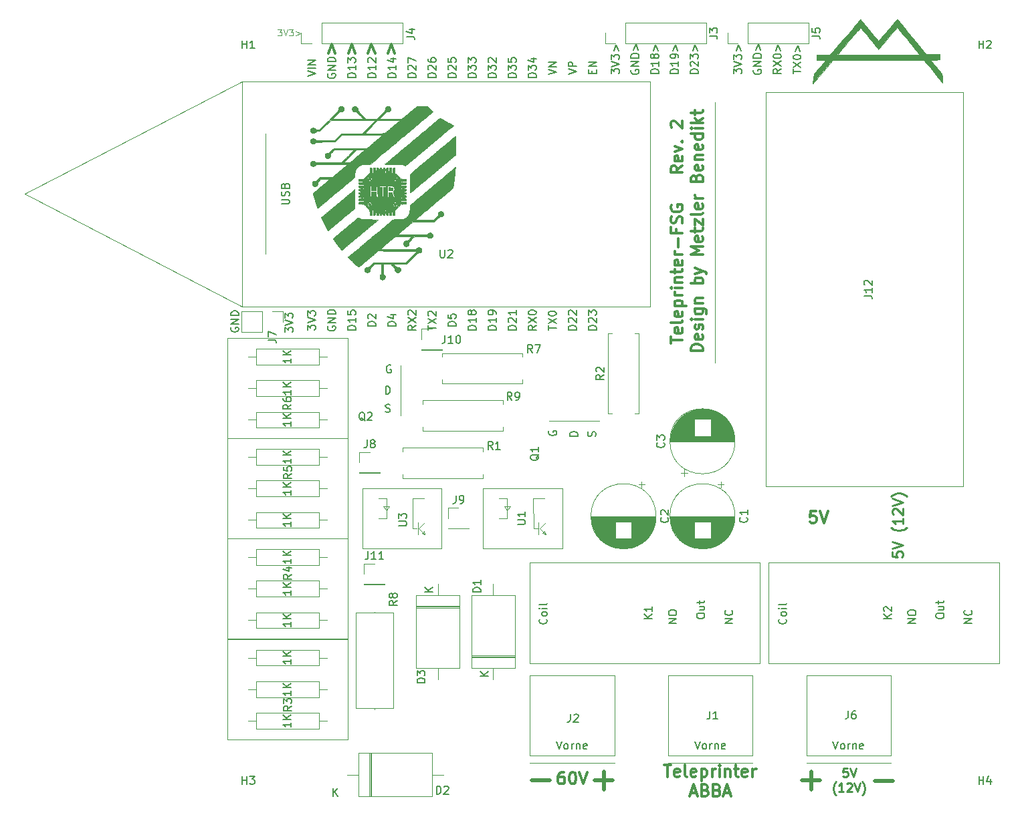
<source format=gbr>
G04 #@! TF.GenerationSoftware,KiCad,Pcbnew,(5.1.5)-3*
G04 #@! TF.CreationDate,2021-03-21T23:11:18+01:00*
G04 #@! TF.ProjectId,Fernschreiber,4665726e-7363-4687-9265-696265722e6b,v02*
G04 #@! TF.SameCoordinates,Original*
G04 #@! TF.FileFunction,Legend,Top*
G04 #@! TF.FilePolarity,Positive*
%FSLAX46Y46*%
G04 Gerber Fmt 4.6, Leading zero omitted, Abs format (unit mm)*
G04 Created by KiCad (PCBNEW (5.1.5)-3) date 2021-03-21 23:11:18*
%MOMM*%
%LPD*%
G04 APERTURE LIST*
%ADD10C,0.300000*%
%ADD11C,0.250000*%
%ADD12C,0.150000*%
%ADD13C,0.500000*%
%ADD14C,0.100000*%
%ADD15C,0.120000*%
%ADD16C,0.010000*%
G04 APERTURE END LIST*
D10*
X105000000Y-139825000D02*
X105714285Y-139825000D01*
X104857142Y-140253571D02*
X105357142Y-138753571D01*
X105857142Y-140253571D01*
X106857142Y-139467857D02*
X107071428Y-139539285D01*
X107142857Y-139610714D01*
X107214285Y-139753571D01*
X107214285Y-139967857D01*
X107142857Y-140110714D01*
X107071428Y-140182142D01*
X106928571Y-140253571D01*
X106357142Y-140253571D01*
X106357142Y-138753571D01*
X106857142Y-138753571D01*
X107000000Y-138825000D01*
X107071428Y-138896428D01*
X107142857Y-139039285D01*
X107142857Y-139182142D01*
X107071428Y-139325000D01*
X107000000Y-139396428D01*
X106857142Y-139467857D01*
X106357142Y-139467857D01*
X108357142Y-139467857D02*
X108571428Y-139539285D01*
X108642857Y-139610714D01*
X108714285Y-139753571D01*
X108714285Y-139967857D01*
X108642857Y-140110714D01*
X108571428Y-140182142D01*
X108428571Y-140253571D01*
X107857142Y-140253571D01*
X107857142Y-138753571D01*
X108357142Y-138753571D01*
X108500000Y-138825000D01*
X108571428Y-138896428D01*
X108642857Y-139039285D01*
X108642857Y-139182142D01*
X108571428Y-139325000D01*
X108500000Y-139396428D01*
X108357142Y-139467857D01*
X107857142Y-139467857D01*
X109285714Y-139825000D02*
X110000000Y-139825000D01*
X109142857Y-140253571D02*
X109642857Y-138753571D01*
X110142857Y-140253571D01*
D11*
X130555295Y-109271961D02*
X130555295Y-109891009D01*
X131174342Y-109952914D01*
X131112438Y-109891009D01*
X131050533Y-109767200D01*
X131050533Y-109457676D01*
X131112438Y-109333866D01*
X131174342Y-109271961D01*
X131298152Y-109210057D01*
X131607676Y-109210057D01*
X131731485Y-109271961D01*
X131793390Y-109333866D01*
X131855295Y-109457676D01*
X131855295Y-109767200D01*
X131793390Y-109891009D01*
X131731485Y-109952914D01*
X130555295Y-108838628D02*
X131855295Y-108405295D01*
X130555295Y-107971961D01*
X132350533Y-106176723D02*
X132288628Y-106238628D01*
X132102914Y-106362438D01*
X131979104Y-106424342D01*
X131793390Y-106486247D01*
X131483866Y-106548152D01*
X131236247Y-106548152D01*
X130926723Y-106486247D01*
X130741009Y-106424342D01*
X130617200Y-106362438D01*
X130431485Y-106238628D01*
X130369580Y-106176723D01*
X131855295Y-105000533D02*
X131855295Y-105743390D01*
X131855295Y-105371961D02*
X130555295Y-105371961D01*
X130741009Y-105495771D01*
X130864819Y-105619580D01*
X130926723Y-105743390D01*
X130679104Y-104505295D02*
X130617200Y-104443390D01*
X130555295Y-104319580D01*
X130555295Y-104010057D01*
X130617200Y-103886247D01*
X130679104Y-103824342D01*
X130802914Y-103762438D01*
X130926723Y-103762438D01*
X131112438Y-103824342D01*
X131855295Y-104567200D01*
X131855295Y-103762438D01*
X130555295Y-103391009D02*
X131855295Y-102957676D01*
X130555295Y-102524342D01*
X132350533Y-102214819D02*
X132288628Y-102152914D01*
X132102914Y-102029104D01*
X131979104Y-101967200D01*
X131793390Y-101905295D01*
X131483866Y-101843390D01*
X131236247Y-101843390D01*
X130926723Y-101905295D01*
X130741009Y-101967200D01*
X130617200Y-102029104D01*
X130431485Y-102152914D01*
X130369580Y-102214819D01*
D10*
X120872285Y-104105971D02*
X120158000Y-104105971D01*
X120086571Y-104820257D01*
X120158000Y-104748828D01*
X120300857Y-104677400D01*
X120658000Y-104677400D01*
X120800857Y-104748828D01*
X120872285Y-104820257D01*
X120943714Y-104963114D01*
X120943714Y-105320257D01*
X120872285Y-105463114D01*
X120800857Y-105534542D01*
X120658000Y-105605971D01*
X120300857Y-105605971D01*
X120158000Y-105534542D01*
X120086571Y-105463114D01*
X121372285Y-104105971D02*
X121872285Y-105605971D01*
X122372285Y-104105971D01*
D12*
X53655980Y-81425895D02*
X53655980Y-80806847D01*
X54036933Y-81140180D01*
X54036933Y-80997323D01*
X54084552Y-80902085D01*
X54132171Y-80854466D01*
X54227409Y-80806847D01*
X54465504Y-80806847D01*
X54560742Y-80854466D01*
X54608361Y-80902085D01*
X54655980Y-80997323D01*
X54655980Y-81283038D01*
X54608361Y-81378276D01*
X54560742Y-81425895D01*
X53655980Y-80521133D02*
X54655980Y-80187800D01*
X53655980Y-79854466D01*
X53655980Y-79616371D02*
X53655980Y-78997323D01*
X54036933Y-79330657D01*
X54036933Y-79187800D01*
X54084552Y-79092561D01*
X54132171Y-79044942D01*
X54227409Y-78997323D01*
X54465504Y-78997323D01*
X54560742Y-79044942D01*
X54608361Y-79092561D01*
X54655980Y-79187800D01*
X54655980Y-79473514D01*
X54608361Y-79568752D01*
X54560742Y-79616371D01*
X46845600Y-80822704D02*
X46797980Y-80917942D01*
X46797980Y-81060800D01*
X46845600Y-81203657D01*
X46940838Y-81298895D01*
X47036076Y-81346514D01*
X47226552Y-81394133D01*
X47369409Y-81394133D01*
X47559885Y-81346514D01*
X47655123Y-81298895D01*
X47750361Y-81203657D01*
X47797980Y-81060800D01*
X47797980Y-80965561D01*
X47750361Y-80822704D01*
X47702742Y-80775085D01*
X47369409Y-80775085D01*
X47369409Y-80965561D01*
X47797980Y-80346514D02*
X46797980Y-80346514D01*
X47797980Y-79775085D01*
X46797980Y-79775085D01*
X47797980Y-79298895D02*
X46797980Y-79298895D01*
X46797980Y-79060800D01*
X46845600Y-78917942D01*
X46940838Y-78822704D01*
X47036076Y-78775085D01*
X47226552Y-78727466D01*
X47369409Y-78727466D01*
X47559885Y-78775085D01*
X47655123Y-78822704D01*
X47750361Y-78917942D01*
X47797980Y-79060800D01*
X47797980Y-79298895D01*
D13*
X84857142Y-138214285D02*
X87142857Y-138214285D01*
X92857142Y-138214285D02*
X95142857Y-138214285D01*
X94000000Y-139357142D02*
X94000000Y-137071428D01*
X128357142Y-138289285D02*
X130642857Y-138289285D01*
X119132142Y-138239285D02*
X121417857Y-138239285D01*
X120275000Y-139382142D02*
X120275000Y-137096428D01*
D12*
X117952380Y-48657142D02*
X117952380Y-48085714D01*
X118952380Y-48371428D02*
X117952380Y-48371428D01*
X117952380Y-47847619D02*
X118952380Y-47180952D01*
X117952380Y-47180952D02*
X118952380Y-47847619D01*
X117952380Y-46609523D02*
X117952380Y-46514285D01*
X118000000Y-46419047D01*
X118047619Y-46371428D01*
X118142857Y-46323809D01*
X118333333Y-46276190D01*
X118571428Y-46276190D01*
X118761904Y-46323809D01*
X118857142Y-46371428D01*
X118904761Y-46419047D01*
X118952380Y-46514285D01*
X118952380Y-46609523D01*
X118904761Y-46704761D01*
X118857142Y-46752380D01*
X118761904Y-46800000D01*
X118571428Y-46847619D01*
X118333333Y-46847619D01*
X118142857Y-46800000D01*
X118047619Y-46752380D01*
X118000000Y-46704761D01*
X117952380Y-46609523D01*
X118285714Y-45847619D02*
X118571428Y-45085714D01*
X118857142Y-45847619D01*
X116452380Y-48061904D02*
X115976190Y-48395238D01*
X116452380Y-48633333D02*
X115452380Y-48633333D01*
X115452380Y-48252380D01*
X115500000Y-48157142D01*
X115547619Y-48109523D01*
X115642857Y-48061904D01*
X115785714Y-48061904D01*
X115880952Y-48109523D01*
X115928571Y-48157142D01*
X115976190Y-48252380D01*
X115976190Y-48633333D01*
X115452380Y-47728571D02*
X116452380Y-47061904D01*
X115452380Y-47061904D02*
X116452380Y-47728571D01*
X115452380Y-46490476D02*
X115452380Y-46395238D01*
X115500000Y-46300000D01*
X115547619Y-46252380D01*
X115642857Y-46204761D01*
X115833333Y-46157142D01*
X116071428Y-46157142D01*
X116261904Y-46204761D01*
X116357142Y-46252380D01*
X116404761Y-46300000D01*
X116452380Y-46395238D01*
X116452380Y-46490476D01*
X116404761Y-46585714D01*
X116357142Y-46633333D01*
X116261904Y-46680952D01*
X116071428Y-46728571D01*
X115833333Y-46728571D01*
X115642857Y-46680952D01*
X115547619Y-46633333D01*
X115500000Y-46585714D01*
X115452380Y-46490476D01*
X115785714Y-45728571D02*
X116071428Y-44966666D01*
X116357142Y-45728571D01*
X113000000Y-48180952D02*
X112952380Y-48276190D01*
X112952380Y-48419047D01*
X113000000Y-48561904D01*
X113095238Y-48657142D01*
X113190476Y-48704761D01*
X113380952Y-48752380D01*
X113523809Y-48752380D01*
X113714285Y-48704761D01*
X113809523Y-48657142D01*
X113904761Y-48561904D01*
X113952380Y-48419047D01*
X113952380Y-48323809D01*
X113904761Y-48180952D01*
X113857142Y-48133333D01*
X113523809Y-48133333D01*
X113523809Y-48323809D01*
X113952380Y-47704761D02*
X112952380Y-47704761D01*
X113952380Y-47133333D01*
X112952380Y-47133333D01*
X113952380Y-46657142D02*
X112952380Y-46657142D01*
X112952380Y-46419047D01*
X113000000Y-46276190D01*
X113095238Y-46180952D01*
X113190476Y-46133333D01*
X113380952Y-46085714D01*
X113523809Y-46085714D01*
X113714285Y-46133333D01*
X113809523Y-46180952D01*
X113904761Y-46276190D01*
X113952380Y-46419047D01*
X113952380Y-46657142D01*
X113285714Y-45657142D02*
X113571428Y-44895238D01*
X113857142Y-45657142D01*
X110452380Y-48657142D02*
X110452380Y-48038095D01*
X110833333Y-48371428D01*
X110833333Y-48228571D01*
X110880952Y-48133333D01*
X110928571Y-48085714D01*
X111023809Y-48038095D01*
X111261904Y-48038095D01*
X111357142Y-48085714D01*
X111404761Y-48133333D01*
X111452380Y-48228571D01*
X111452380Y-48514285D01*
X111404761Y-48609523D01*
X111357142Y-48657142D01*
X110452380Y-47752380D02*
X111452380Y-47419047D01*
X110452380Y-47085714D01*
X110452380Y-46847619D02*
X110452380Y-46228571D01*
X110833333Y-46561904D01*
X110833333Y-46419047D01*
X110880952Y-46323809D01*
X110928571Y-46276190D01*
X111023809Y-46228571D01*
X111261904Y-46228571D01*
X111357142Y-46276190D01*
X111404761Y-46323809D01*
X111452380Y-46419047D01*
X111452380Y-46704761D01*
X111404761Y-46800000D01*
X111357142Y-46847619D01*
X110785714Y-45800000D02*
X111071428Y-45038095D01*
X111357142Y-45800000D01*
X105952380Y-48633333D02*
X104952380Y-48633333D01*
X104952380Y-48395238D01*
X105000000Y-48252380D01*
X105095238Y-48157142D01*
X105190476Y-48109523D01*
X105380952Y-48061904D01*
X105523809Y-48061904D01*
X105714285Y-48109523D01*
X105809523Y-48157142D01*
X105904761Y-48252380D01*
X105952380Y-48395238D01*
X105952380Y-48633333D01*
X105047619Y-47680952D02*
X105000000Y-47633333D01*
X104952380Y-47538095D01*
X104952380Y-47300000D01*
X105000000Y-47204761D01*
X105047619Y-47157142D01*
X105142857Y-47109523D01*
X105238095Y-47109523D01*
X105380952Y-47157142D01*
X105952380Y-47728571D01*
X105952380Y-47109523D01*
X104952380Y-46776190D02*
X104952380Y-46157142D01*
X105333333Y-46490476D01*
X105333333Y-46347619D01*
X105380952Y-46252380D01*
X105428571Y-46204761D01*
X105523809Y-46157142D01*
X105761904Y-46157142D01*
X105857142Y-46204761D01*
X105904761Y-46252380D01*
X105952380Y-46347619D01*
X105952380Y-46633333D01*
X105904761Y-46728571D01*
X105857142Y-46776190D01*
X105285714Y-45728571D02*
X105571428Y-44966666D01*
X105857142Y-45728571D01*
X103452380Y-48633333D02*
X102452380Y-48633333D01*
X102452380Y-48395238D01*
X102500000Y-48252380D01*
X102595238Y-48157142D01*
X102690476Y-48109523D01*
X102880952Y-48061904D01*
X103023809Y-48061904D01*
X103214285Y-48109523D01*
X103309523Y-48157142D01*
X103404761Y-48252380D01*
X103452380Y-48395238D01*
X103452380Y-48633333D01*
X103452380Y-47109523D02*
X103452380Y-47680952D01*
X103452380Y-47395238D02*
X102452380Y-47395238D01*
X102595238Y-47490476D01*
X102690476Y-47585714D01*
X102738095Y-47680952D01*
X103452380Y-46633333D02*
X103452380Y-46442857D01*
X103404761Y-46347619D01*
X103357142Y-46300000D01*
X103214285Y-46204761D01*
X103023809Y-46157142D01*
X102642857Y-46157142D01*
X102547619Y-46204761D01*
X102500000Y-46252380D01*
X102452380Y-46347619D01*
X102452380Y-46538095D01*
X102500000Y-46633333D01*
X102547619Y-46680952D01*
X102642857Y-46728571D01*
X102880952Y-46728571D01*
X102976190Y-46680952D01*
X103023809Y-46633333D01*
X103071428Y-46538095D01*
X103071428Y-46347619D01*
X103023809Y-46252380D01*
X102976190Y-46204761D01*
X102880952Y-46157142D01*
X102785714Y-45728571D02*
X103071428Y-44966666D01*
X103357142Y-45728571D01*
X100952380Y-48633333D02*
X99952380Y-48633333D01*
X99952380Y-48395238D01*
X100000000Y-48252380D01*
X100095238Y-48157142D01*
X100190476Y-48109523D01*
X100380952Y-48061904D01*
X100523809Y-48061904D01*
X100714285Y-48109523D01*
X100809523Y-48157142D01*
X100904761Y-48252380D01*
X100952380Y-48395238D01*
X100952380Y-48633333D01*
X100952380Y-47109523D02*
X100952380Y-47680952D01*
X100952380Y-47395238D02*
X99952380Y-47395238D01*
X100095238Y-47490476D01*
X100190476Y-47585714D01*
X100238095Y-47680952D01*
X100380952Y-46538095D02*
X100333333Y-46633333D01*
X100285714Y-46680952D01*
X100190476Y-46728571D01*
X100142857Y-46728571D01*
X100047619Y-46680952D01*
X100000000Y-46633333D01*
X99952380Y-46538095D01*
X99952380Y-46347619D01*
X100000000Y-46252380D01*
X100047619Y-46204761D01*
X100142857Y-46157142D01*
X100190476Y-46157142D01*
X100285714Y-46204761D01*
X100333333Y-46252380D01*
X100380952Y-46347619D01*
X100380952Y-46538095D01*
X100428571Y-46633333D01*
X100476190Y-46680952D01*
X100571428Y-46728571D01*
X100761904Y-46728571D01*
X100857142Y-46680952D01*
X100904761Y-46633333D01*
X100952380Y-46538095D01*
X100952380Y-46347619D01*
X100904761Y-46252380D01*
X100857142Y-46204761D01*
X100761904Y-46157142D01*
X100571428Y-46157142D01*
X100476190Y-46204761D01*
X100428571Y-46252380D01*
X100380952Y-46347619D01*
X100285714Y-45728571D02*
X100571428Y-44966666D01*
X100857142Y-45728571D01*
X97500000Y-48180952D02*
X97452380Y-48276190D01*
X97452380Y-48419047D01*
X97500000Y-48561904D01*
X97595238Y-48657142D01*
X97690476Y-48704761D01*
X97880952Y-48752380D01*
X98023809Y-48752380D01*
X98214285Y-48704761D01*
X98309523Y-48657142D01*
X98404761Y-48561904D01*
X98452380Y-48419047D01*
X98452380Y-48323809D01*
X98404761Y-48180952D01*
X98357142Y-48133333D01*
X98023809Y-48133333D01*
X98023809Y-48323809D01*
X98452380Y-47704761D02*
X97452380Y-47704761D01*
X98452380Y-47133333D01*
X97452380Y-47133333D01*
X98452380Y-46657142D02*
X97452380Y-46657142D01*
X97452380Y-46419047D01*
X97500000Y-46276190D01*
X97595238Y-46180952D01*
X97690476Y-46133333D01*
X97880952Y-46085714D01*
X98023809Y-46085714D01*
X98214285Y-46133333D01*
X98309523Y-46180952D01*
X98404761Y-46276190D01*
X98452380Y-46419047D01*
X98452380Y-46657142D01*
X97785714Y-45657142D02*
X98071428Y-44895238D01*
X98357142Y-45657142D01*
X94952380Y-48657142D02*
X94952380Y-48038095D01*
X95333333Y-48371428D01*
X95333333Y-48228571D01*
X95380952Y-48133333D01*
X95428571Y-48085714D01*
X95523809Y-48038095D01*
X95761904Y-48038095D01*
X95857142Y-48085714D01*
X95904761Y-48133333D01*
X95952380Y-48228571D01*
X95952380Y-48514285D01*
X95904761Y-48609523D01*
X95857142Y-48657142D01*
X94952380Y-47752380D02*
X95952380Y-47419047D01*
X94952380Y-47085714D01*
X94952380Y-46847619D02*
X94952380Y-46228571D01*
X95333333Y-46561904D01*
X95333333Y-46419047D01*
X95380952Y-46323809D01*
X95428571Y-46276190D01*
X95523809Y-46228571D01*
X95761904Y-46228571D01*
X95857142Y-46276190D01*
X95904761Y-46323809D01*
X95952380Y-46419047D01*
X95952380Y-46704761D01*
X95904761Y-46800000D01*
X95857142Y-46847619D01*
X95285714Y-45800000D02*
X95571428Y-45038095D01*
X95857142Y-45800000D01*
D14*
X52743285Y-43046704D02*
X53238523Y-43046704D01*
X52971857Y-43351466D01*
X53086142Y-43351466D01*
X53162333Y-43389561D01*
X53200428Y-43427657D01*
X53238523Y-43503847D01*
X53238523Y-43694323D01*
X53200428Y-43770514D01*
X53162333Y-43808609D01*
X53086142Y-43846704D01*
X52857571Y-43846704D01*
X52781380Y-43808609D01*
X52743285Y-43770514D01*
X53467095Y-43046704D02*
X53733761Y-43846704D01*
X54000428Y-43046704D01*
X54190904Y-43046704D02*
X54686142Y-43046704D01*
X54419476Y-43351466D01*
X54533761Y-43351466D01*
X54609952Y-43389561D01*
X54648047Y-43427657D01*
X54686142Y-43503847D01*
X54686142Y-43694323D01*
X54648047Y-43770514D01*
X54609952Y-43808609D01*
X54533761Y-43846704D01*
X54305190Y-43846704D01*
X54229000Y-43808609D01*
X54190904Y-43770514D01*
X55029000Y-43313371D02*
X55638523Y-43541942D01*
X55029000Y-43770514D01*
D10*
X66678571Y-46071428D02*
X67107142Y-44928571D01*
X67535714Y-46071428D01*
X64178571Y-46071428D02*
X64607142Y-44928571D01*
X65035714Y-46071428D01*
X61678571Y-46071428D02*
X62107142Y-44928571D01*
X62535714Y-46071428D01*
X59178571Y-46071428D02*
X59607142Y-44928571D01*
X60035714Y-46071428D01*
D15*
X108071000Y-85299600D02*
X108071000Y-52299600D01*
D10*
X102475371Y-82834771D02*
X102475371Y-81977628D01*
X103975371Y-82406200D02*
X102475371Y-82406200D01*
X103903942Y-80906200D02*
X103975371Y-81049057D01*
X103975371Y-81334771D01*
X103903942Y-81477628D01*
X103761085Y-81549057D01*
X103189657Y-81549057D01*
X103046800Y-81477628D01*
X102975371Y-81334771D01*
X102975371Y-81049057D01*
X103046800Y-80906200D01*
X103189657Y-80834771D01*
X103332514Y-80834771D01*
X103475371Y-81549057D01*
X103975371Y-79977628D02*
X103903942Y-80120485D01*
X103761085Y-80191914D01*
X102475371Y-80191914D01*
X103903942Y-78834771D02*
X103975371Y-78977628D01*
X103975371Y-79263342D01*
X103903942Y-79406200D01*
X103761085Y-79477628D01*
X103189657Y-79477628D01*
X103046800Y-79406200D01*
X102975371Y-79263342D01*
X102975371Y-78977628D01*
X103046800Y-78834771D01*
X103189657Y-78763342D01*
X103332514Y-78763342D01*
X103475371Y-79477628D01*
X102975371Y-78120485D02*
X104475371Y-78120485D01*
X103046800Y-78120485D02*
X102975371Y-77977628D01*
X102975371Y-77691914D01*
X103046800Y-77549057D01*
X103118228Y-77477628D01*
X103261085Y-77406200D01*
X103689657Y-77406200D01*
X103832514Y-77477628D01*
X103903942Y-77549057D01*
X103975371Y-77691914D01*
X103975371Y-77977628D01*
X103903942Y-78120485D01*
X103975371Y-76763342D02*
X102975371Y-76763342D01*
X103261085Y-76763342D02*
X103118228Y-76691914D01*
X103046800Y-76620485D01*
X102975371Y-76477628D01*
X102975371Y-76334771D01*
X103975371Y-75834771D02*
X102975371Y-75834771D01*
X102475371Y-75834771D02*
X102546800Y-75906200D01*
X102618228Y-75834771D01*
X102546800Y-75763342D01*
X102475371Y-75834771D01*
X102618228Y-75834771D01*
X102975371Y-75120485D02*
X103975371Y-75120485D01*
X103118228Y-75120485D02*
X103046800Y-75049057D01*
X102975371Y-74906200D01*
X102975371Y-74691914D01*
X103046800Y-74549057D01*
X103189657Y-74477628D01*
X103975371Y-74477628D01*
X102975371Y-73977628D02*
X102975371Y-73406200D01*
X102475371Y-73763342D02*
X103761085Y-73763342D01*
X103903942Y-73691914D01*
X103975371Y-73549057D01*
X103975371Y-73406200D01*
X103903942Y-72334771D02*
X103975371Y-72477628D01*
X103975371Y-72763342D01*
X103903942Y-72906200D01*
X103761085Y-72977628D01*
X103189657Y-72977628D01*
X103046800Y-72906200D01*
X102975371Y-72763342D01*
X102975371Y-72477628D01*
X103046800Y-72334771D01*
X103189657Y-72263342D01*
X103332514Y-72263342D01*
X103475371Y-72977628D01*
X103975371Y-71620485D02*
X102975371Y-71620485D01*
X103261085Y-71620485D02*
X103118228Y-71549057D01*
X103046800Y-71477628D01*
X102975371Y-71334771D01*
X102975371Y-71191914D01*
X103403942Y-70691914D02*
X103403942Y-69549057D01*
X103189657Y-68334771D02*
X103189657Y-68834771D01*
X103975371Y-68834771D02*
X102475371Y-68834771D01*
X102475371Y-68120485D01*
X103903942Y-67620485D02*
X103975371Y-67406200D01*
X103975371Y-67049057D01*
X103903942Y-66906200D01*
X103832514Y-66834771D01*
X103689657Y-66763342D01*
X103546800Y-66763342D01*
X103403942Y-66834771D01*
X103332514Y-66906200D01*
X103261085Y-67049057D01*
X103189657Y-67334771D01*
X103118228Y-67477628D01*
X103046800Y-67549057D01*
X102903942Y-67620485D01*
X102761085Y-67620485D01*
X102618228Y-67549057D01*
X102546800Y-67477628D01*
X102475371Y-67334771D01*
X102475371Y-66977628D01*
X102546800Y-66763342D01*
X102546800Y-65334771D02*
X102475371Y-65477628D01*
X102475371Y-65691914D01*
X102546800Y-65906200D01*
X102689657Y-66049057D01*
X102832514Y-66120485D01*
X103118228Y-66191914D01*
X103332514Y-66191914D01*
X103618228Y-66120485D01*
X103761085Y-66049057D01*
X103903942Y-65906200D01*
X103975371Y-65691914D01*
X103975371Y-65549057D01*
X103903942Y-65334771D01*
X103832514Y-65263342D01*
X103332514Y-65263342D01*
X103332514Y-65549057D01*
X103975371Y-60334771D02*
X103261085Y-60834771D01*
X103975371Y-61191914D02*
X102475371Y-61191914D01*
X102475371Y-60620485D01*
X102546800Y-60477628D01*
X102618228Y-60406200D01*
X102761085Y-60334771D01*
X102975371Y-60334771D01*
X103118228Y-60406200D01*
X103189657Y-60477628D01*
X103261085Y-60620485D01*
X103261085Y-61191914D01*
X103903942Y-59120485D02*
X103975371Y-59263342D01*
X103975371Y-59549057D01*
X103903942Y-59691914D01*
X103761085Y-59763342D01*
X103189657Y-59763342D01*
X103046800Y-59691914D01*
X102975371Y-59549057D01*
X102975371Y-59263342D01*
X103046800Y-59120485D01*
X103189657Y-59049057D01*
X103332514Y-59049057D01*
X103475371Y-59763342D01*
X102975371Y-58549057D02*
X103975371Y-58191914D01*
X102975371Y-57834771D01*
X103832514Y-57263342D02*
X103903942Y-57191914D01*
X103975371Y-57263342D01*
X103903942Y-57334771D01*
X103832514Y-57263342D01*
X103975371Y-57263342D01*
X102618228Y-55477628D02*
X102546800Y-55406200D01*
X102475371Y-55263342D01*
X102475371Y-54906200D01*
X102546800Y-54763342D01*
X102618228Y-54691914D01*
X102761085Y-54620485D01*
X102903942Y-54620485D01*
X103118228Y-54691914D01*
X103975371Y-55549057D01*
X103975371Y-54620485D01*
X106525371Y-83799057D02*
X105025371Y-83799057D01*
X105025371Y-83441914D01*
X105096800Y-83227628D01*
X105239657Y-83084771D01*
X105382514Y-83013342D01*
X105668228Y-82941914D01*
X105882514Y-82941914D01*
X106168228Y-83013342D01*
X106311085Y-83084771D01*
X106453942Y-83227628D01*
X106525371Y-83441914D01*
X106525371Y-83799057D01*
X106453942Y-81727628D02*
X106525371Y-81870485D01*
X106525371Y-82156200D01*
X106453942Y-82299057D01*
X106311085Y-82370485D01*
X105739657Y-82370485D01*
X105596800Y-82299057D01*
X105525371Y-82156200D01*
X105525371Y-81870485D01*
X105596800Y-81727628D01*
X105739657Y-81656200D01*
X105882514Y-81656200D01*
X106025371Y-82370485D01*
X106453942Y-81084771D02*
X106525371Y-80941914D01*
X106525371Y-80656200D01*
X106453942Y-80513342D01*
X106311085Y-80441914D01*
X106239657Y-80441914D01*
X106096800Y-80513342D01*
X106025371Y-80656200D01*
X106025371Y-80870485D01*
X105953942Y-81013342D01*
X105811085Y-81084771D01*
X105739657Y-81084771D01*
X105596800Y-81013342D01*
X105525371Y-80870485D01*
X105525371Y-80656200D01*
X105596800Y-80513342D01*
X106525371Y-79799057D02*
X105525371Y-79799057D01*
X105025371Y-79799057D02*
X105096800Y-79870485D01*
X105168228Y-79799057D01*
X105096800Y-79727628D01*
X105025371Y-79799057D01*
X105168228Y-79799057D01*
X105525371Y-78441914D02*
X106739657Y-78441914D01*
X106882514Y-78513342D01*
X106953942Y-78584771D01*
X107025371Y-78727628D01*
X107025371Y-78941914D01*
X106953942Y-79084771D01*
X106453942Y-78441914D02*
X106525371Y-78584771D01*
X106525371Y-78870485D01*
X106453942Y-79013342D01*
X106382514Y-79084771D01*
X106239657Y-79156200D01*
X105811085Y-79156200D01*
X105668228Y-79084771D01*
X105596800Y-79013342D01*
X105525371Y-78870485D01*
X105525371Y-78584771D01*
X105596800Y-78441914D01*
X105525371Y-77727628D02*
X106525371Y-77727628D01*
X105668228Y-77727628D02*
X105596800Y-77656200D01*
X105525371Y-77513342D01*
X105525371Y-77299057D01*
X105596800Y-77156200D01*
X105739657Y-77084771D01*
X106525371Y-77084771D01*
X106525371Y-75227628D02*
X105025371Y-75227628D01*
X105596800Y-75227628D02*
X105525371Y-75084771D01*
X105525371Y-74799057D01*
X105596800Y-74656200D01*
X105668228Y-74584771D01*
X105811085Y-74513342D01*
X106239657Y-74513342D01*
X106382514Y-74584771D01*
X106453942Y-74656200D01*
X106525371Y-74799057D01*
X106525371Y-75084771D01*
X106453942Y-75227628D01*
X105525371Y-74013342D02*
X106525371Y-73656200D01*
X105525371Y-73299057D02*
X106525371Y-73656200D01*
X106882514Y-73799057D01*
X106953942Y-73870485D01*
X107025371Y-74013342D01*
X106525371Y-71584771D02*
X105025371Y-71584771D01*
X106096800Y-71084771D01*
X105025371Y-70584771D01*
X106525371Y-70584771D01*
X106453942Y-69299057D02*
X106525371Y-69441914D01*
X106525371Y-69727628D01*
X106453942Y-69870485D01*
X106311085Y-69941914D01*
X105739657Y-69941914D01*
X105596800Y-69870485D01*
X105525371Y-69727628D01*
X105525371Y-69441914D01*
X105596800Y-69299057D01*
X105739657Y-69227628D01*
X105882514Y-69227628D01*
X106025371Y-69941914D01*
X105525371Y-68799057D02*
X105525371Y-68227628D01*
X105025371Y-68584771D02*
X106311085Y-68584771D01*
X106453942Y-68513342D01*
X106525371Y-68370485D01*
X106525371Y-68227628D01*
X105525371Y-67870485D02*
X105525371Y-67084771D01*
X106525371Y-67870485D01*
X106525371Y-67084771D01*
X106525371Y-66299057D02*
X106453942Y-66441914D01*
X106311085Y-66513342D01*
X105025371Y-66513342D01*
X106453942Y-65156200D02*
X106525371Y-65299057D01*
X106525371Y-65584771D01*
X106453942Y-65727628D01*
X106311085Y-65799057D01*
X105739657Y-65799057D01*
X105596800Y-65727628D01*
X105525371Y-65584771D01*
X105525371Y-65299057D01*
X105596800Y-65156200D01*
X105739657Y-65084771D01*
X105882514Y-65084771D01*
X106025371Y-65799057D01*
X106525371Y-64441914D02*
X105525371Y-64441914D01*
X105811085Y-64441914D02*
X105668228Y-64370485D01*
X105596800Y-64299057D01*
X105525371Y-64156200D01*
X105525371Y-64013342D01*
X105739657Y-61870485D02*
X105811085Y-61656200D01*
X105882514Y-61584771D01*
X106025371Y-61513342D01*
X106239657Y-61513342D01*
X106382514Y-61584771D01*
X106453942Y-61656200D01*
X106525371Y-61799057D01*
X106525371Y-62370485D01*
X105025371Y-62370485D01*
X105025371Y-61870485D01*
X105096800Y-61727628D01*
X105168228Y-61656200D01*
X105311085Y-61584771D01*
X105453942Y-61584771D01*
X105596800Y-61656200D01*
X105668228Y-61727628D01*
X105739657Y-61870485D01*
X105739657Y-62370485D01*
X106453942Y-60299057D02*
X106525371Y-60441914D01*
X106525371Y-60727628D01*
X106453942Y-60870485D01*
X106311085Y-60941914D01*
X105739657Y-60941914D01*
X105596800Y-60870485D01*
X105525371Y-60727628D01*
X105525371Y-60441914D01*
X105596800Y-60299057D01*
X105739657Y-60227628D01*
X105882514Y-60227628D01*
X106025371Y-60941914D01*
X105525371Y-59584771D02*
X106525371Y-59584771D01*
X105668228Y-59584771D02*
X105596800Y-59513342D01*
X105525371Y-59370485D01*
X105525371Y-59156200D01*
X105596800Y-59013342D01*
X105739657Y-58941914D01*
X106525371Y-58941914D01*
X106453942Y-57656200D02*
X106525371Y-57799057D01*
X106525371Y-58084771D01*
X106453942Y-58227628D01*
X106311085Y-58299057D01*
X105739657Y-58299057D01*
X105596800Y-58227628D01*
X105525371Y-58084771D01*
X105525371Y-57799057D01*
X105596800Y-57656200D01*
X105739657Y-57584771D01*
X105882514Y-57584771D01*
X106025371Y-58299057D01*
X106525371Y-56299057D02*
X105025371Y-56299057D01*
X106453942Y-56299057D02*
X106525371Y-56441914D01*
X106525371Y-56727628D01*
X106453942Y-56870485D01*
X106382514Y-56941914D01*
X106239657Y-57013342D01*
X105811085Y-57013342D01*
X105668228Y-56941914D01*
X105596800Y-56870485D01*
X105525371Y-56727628D01*
X105525371Y-56441914D01*
X105596800Y-56299057D01*
X106525371Y-55584771D02*
X105525371Y-55584771D01*
X105025371Y-55584771D02*
X105096800Y-55656200D01*
X105168228Y-55584771D01*
X105096800Y-55513342D01*
X105025371Y-55584771D01*
X105168228Y-55584771D01*
X106525371Y-54870485D02*
X105025371Y-54870485D01*
X105953942Y-54727628D02*
X106525371Y-54299057D01*
X105525371Y-54299057D02*
X106096800Y-54870485D01*
X105525371Y-53870485D02*
X105525371Y-53299057D01*
X105025371Y-53656200D02*
X106311085Y-53656200D01*
X106453942Y-53584771D01*
X106525371Y-53441914D01*
X106525371Y-53299057D01*
X88928571Y-137178571D02*
X88642857Y-137178571D01*
X88500000Y-137250000D01*
X88428571Y-137321428D01*
X88285714Y-137535714D01*
X88214285Y-137821428D01*
X88214285Y-138392857D01*
X88285714Y-138535714D01*
X88357142Y-138607142D01*
X88500000Y-138678571D01*
X88785714Y-138678571D01*
X88928571Y-138607142D01*
X89000000Y-138535714D01*
X89071428Y-138392857D01*
X89071428Y-138035714D01*
X89000000Y-137892857D01*
X88928571Y-137821428D01*
X88785714Y-137750000D01*
X88500000Y-137750000D01*
X88357142Y-137821428D01*
X88285714Y-137892857D01*
X88214285Y-138035714D01*
X90000000Y-137178571D02*
X90142857Y-137178571D01*
X90285714Y-137250000D01*
X90357142Y-137321428D01*
X90428571Y-137464285D01*
X90500000Y-137750000D01*
X90500000Y-138107142D01*
X90428571Y-138392857D01*
X90357142Y-138535714D01*
X90285714Y-138607142D01*
X90142857Y-138678571D01*
X90000000Y-138678571D01*
X89857142Y-138607142D01*
X89785714Y-138535714D01*
X89714285Y-138392857D01*
X89642857Y-138107142D01*
X89642857Y-137750000D01*
X89714285Y-137464285D01*
X89785714Y-137321428D01*
X89857142Y-137250000D01*
X90000000Y-137178571D01*
X90928571Y-137178571D02*
X91428571Y-138678571D01*
X91928571Y-137178571D01*
X101653571Y-136278571D02*
X102510714Y-136278571D01*
X102082142Y-137778571D02*
X102082142Y-136278571D01*
X103582142Y-137707142D02*
X103439285Y-137778571D01*
X103153571Y-137778571D01*
X103010714Y-137707142D01*
X102939285Y-137564285D01*
X102939285Y-136992857D01*
X103010714Y-136850000D01*
X103153571Y-136778571D01*
X103439285Y-136778571D01*
X103582142Y-136850000D01*
X103653571Y-136992857D01*
X103653571Y-137135714D01*
X102939285Y-137278571D01*
X104510714Y-137778571D02*
X104367857Y-137707142D01*
X104296428Y-137564285D01*
X104296428Y-136278571D01*
X105653571Y-137707142D02*
X105510714Y-137778571D01*
X105225000Y-137778571D01*
X105082142Y-137707142D01*
X105010714Y-137564285D01*
X105010714Y-136992857D01*
X105082142Y-136850000D01*
X105225000Y-136778571D01*
X105510714Y-136778571D01*
X105653571Y-136850000D01*
X105725000Y-136992857D01*
X105725000Y-137135714D01*
X105010714Y-137278571D01*
X106367857Y-136778571D02*
X106367857Y-138278571D01*
X106367857Y-136850000D02*
X106510714Y-136778571D01*
X106796428Y-136778571D01*
X106939285Y-136850000D01*
X107010714Y-136921428D01*
X107082142Y-137064285D01*
X107082142Y-137492857D01*
X107010714Y-137635714D01*
X106939285Y-137707142D01*
X106796428Y-137778571D01*
X106510714Y-137778571D01*
X106367857Y-137707142D01*
X107725000Y-137778571D02*
X107725000Y-136778571D01*
X107725000Y-137064285D02*
X107796428Y-136921428D01*
X107867857Y-136850000D01*
X108010714Y-136778571D01*
X108153571Y-136778571D01*
X108653571Y-137778571D02*
X108653571Y-136778571D01*
X108653571Y-136278571D02*
X108582142Y-136350000D01*
X108653571Y-136421428D01*
X108725000Y-136350000D01*
X108653571Y-136278571D01*
X108653571Y-136421428D01*
X109367857Y-136778571D02*
X109367857Y-137778571D01*
X109367857Y-136921428D02*
X109439285Y-136850000D01*
X109582142Y-136778571D01*
X109796428Y-136778571D01*
X109939285Y-136850000D01*
X110010714Y-136992857D01*
X110010714Y-137778571D01*
X110510714Y-136778571D02*
X111082142Y-136778571D01*
X110725000Y-136278571D02*
X110725000Y-137564285D01*
X110796428Y-137707142D01*
X110939285Y-137778571D01*
X111082142Y-137778571D01*
X112153571Y-137707142D02*
X112010714Y-137778571D01*
X111725000Y-137778571D01*
X111582142Y-137707142D01*
X111510714Y-137564285D01*
X111510714Y-136992857D01*
X111582142Y-136850000D01*
X111725000Y-136778571D01*
X112010714Y-136778571D01*
X112153571Y-136850000D01*
X112225000Y-136992857D01*
X112225000Y-137135714D01*
X111510714Y-137278571D01*
X112867857Y-137778571D02*
X112867857Y-136778571D01*
X112867857Y-137064285D02*
X112939285Y-136921428D01*
X113010714Y-136850000D01*
X113153571Y-136778571D01*
X113296428Y-136778571D01*
D11*
X124844476Y-136673219D02*
X124320666Y-136673219D01*
X124268285Y-137197028D01*
X124320666Y-137144647D01*
X124425428Y-137092266D01*
X124687333Y-137092266D01*
X124792095Y-137144647D01*
X124844476Y-137197028D01*
X124896857Y-137301790D01*
X124896857Y-137563695D01*
X124844476Y-137668457D01*
X124792095Y-137720838D01*
X124687333Y-137773219D01*
X124425428Y-137773219D01*
X124320666Y-137720838D01*
X124268285Y-137668457D01*
X125211142Y-136673219D02*
X125577809Y-137773219D01*
X125944476Y-136673219D01*
X123377809Y-140092266D02*
X123325428Y-140039885D01*
X123220666Y-139882742D01*
X123168285Y-139777980D01*
X123115904Y-139620838D01*
X123063523Y-139358933D01*
X123063523Y-139149409D01*
X123115904Y-138887504D01*
X123168285Y-138730361D01*
X123220666Y-138625600D01*
X123325428Y-138468457D01*
X123377809Y-138416076D01*
X124373047Y-139673219D02*
X123744476Y-139673219D01*
X124058761Y-139673219D02*
X124058761Y-138573219D01*
X123954000Y-138730361D01*
X123849238Y-138835123D01*
X123744476Y-138887504D01*
X124792095Y-138677980D02*
X124844476Y-138625600D01*
X124949238Y-138573219D01*
X125211142Y-138573219D01*
X125315904Y-138625600D01*
X125368285Y-138677980D01*
X125420666Y-138782742D01*
X125420666Y-138887504D01*
X125368285Y-139044647D01*
X124739714Y-139673219D01*
X125420666Y-139673219D01*
X125734952Y-138573219D02*
X126101619Y-139673219D01*
X126468285Y-138573219D01*
X126730190Y-140092266D02*
X126782571Y-140039885D01*
X126887333Y-139882742D01*
X126939714Y-139777980D01*
X126992095Y-139620838D01*
X127044476Y-139358933D01*
X127044476Y-139149409D01*
X126992095Y-138887504D01*
X126939714Y-138730361D01*
X126887333Y-138625600D01*
X126782571Y-138468457D01*
X126730190Y-138416076D01*
D16*
G36*
X67590170Y-61782192D02*
G01*
X67590998Y-61782362D01*
X67608838Y-61787704D01*
X67628560Y-61796363D01*
X67648302Y-61807432D01*
X67662950Y-61817478D01*
X67675928Y-61828261D01*
X67690153Y-61841681D01*
X67704424Y-61856454D01*
X67717539Y-61871295D01*
X67728297Y-61884918D01*
X67734081Y-61893539D01*
X67746214Y-61916206D01*
X67753841Y-61936556D01*
X67757044Y-61955563D01*
X67755906Y-61974197D01*
X67750508Y-61993431D01*
X67743821Y-62008622D01*
X67728941Y-62033957D01*
X67709990Y-62058968D01*
X67688085Y-62082522D01*
X67664345Y-62103482D01*
X67639890Y-62120715D01*
X67625382Y-62128771D01*
X67603449Y-62137260D01*
X67582884Y-62140369D01*
X67563791Y-62138087D01*
X67555825Y-62135348D01*
X67534891Y-62124644D01*
X67512499Y-62109785D01*
X67489673Y-62091689D01*
X67467431Y-62071272D01*
X67446796Y-62049452D01*
X67428788Y-62027145D01*
X67418402Y-62011907D01*
X67412791Y-62002180D01*
X67409817Y-61994158D01*
X67408685Y-61985065D01*
X67408560Y-61977531D01*
X67408990Y-61966893D01*
X67410644Y-61958014D01*
X67414137Y-61948619D01*
X67419190Y-61938175D01*
X67434906Y-61909918D01*
X67452397Y-61883001D01*
X67471122Y-61858014D01*
X67490542Y-61835546D01*
X67510119Y-61816185D01*
X67529311Y-61800523D01*
X67547581Y-61789148D01*
X67560522Y-61783731D01*
X67570780Y-61781068D01*
X67579567Y-61780604D01*
X67590170Y-61782192D01*
G37*
X67590170Y-61782192D02*
X67590998Y-61782362D01*
X67608838Y-61787704D01*
X67628560Y-61796363D01*
X67648302Y-61807432D01*
X67662950Y-61817478D01*
X67675928Y-61828261D01*
X67690153Y-61841681D01*
X67704424Y-61856454D01*
X67717539Y-61871295D01*
X67728297Y-61884918D01*
X67734081Y-61893539D01*
X67746214Y-61916206D01*
X67753841Y-61936556D01*
X67757044Y-61955563D01*
X67755906Y-61974197D01*
X67750508Y-61993431D01*
X67743821Y-62008622D01*
X67728941Y-62033957D01*
X67709990Y-62058968D01*
X67688085Y-62082522D01*
X67664345Y-62103482D01*
X67639890Y-62120715D01*
X67625382Y-62128771D01*
X67603449Y-62137260D01*
X67582884Y-62140369D01*
X67563791Y-62138087D01*
X67555825Y-62135348D01*
X67534891Y-62124644D01*
X67512499Y-62109785D01*
X67489673Y-62091689D01*
X67467431Y-62071272D01*
X67446796Y-62049452D01*
X67428788Y-62027145D01*
X67418402Y-62011907D01*
X67412791Y-62002180D01*
X67409817Y-61994158D01*
X67408685Y-61985065D01*
X67408560Y-61977531D01*
X67408990Y-61966893D01*
X67410644Y-61958014D01*
X67414137Y-61948619D01*
X67419190Y-61938175D01*
X67434906Y-61909918D01*
X67452397Y-61883001D01*
X67471122Y-61858014D01*
X67490542Y-61835546D01*
X67510119Y-61816185D01*
X67529311Y-61800523D01*
X67547581Y-61789148D01*
X67560522Y-61783731D01*
X67570780Y-61781068D01*
X67579567Y-61780604D01*
X67590170Y-61782192D01*
G36*
X64367448Y-61787923D02*
G01*
X64375383Y-61789292D01*
X64401874Y-61797537D01*
X64425668Y-61810357D01*
X64446519Y-61827241D01*
X64464178Y-61847678D01*
X64478397Y-61871157D01*
X64488929Y-61897167D01*
X64495526Y-61925199D01*
X64497939Y-61954739D01*
X64495922Y-61985279D01*
X64489227Y-62016306D01*
X64487781Y-62021042D01*
X64476302Y-62049481D01*
X64461227Y-62074642D01*
X64443046Y-62096220D01*
X64422253Y-62113908D01*
X64399338Y-62127400D01*
X64374793Y-62136390D01*
X64349110Y-62140572D01*
X64322782Y-62139639D01*
X64303688Y-62135625D01*
X64274318Y-62124636D01*
X64248324Y-62109686D01*
X64226020Y-62091225D01*
X64207717Y-62069704D01*
X64193725Y-62045572D01*
X64184358Y-62019279D01*
X64179926Y-61991275D01*
X64180742Y-61962009D01*
X64181160Y-61958769D01*
X64187576Y-61928856D01*
X64197981Y-61900682D01*
X64211896Y-61874663D01*
X64228844Y-61851216D01*
X64248347Y-61830760D01*
X64269926Y-61813710D01*
X64293104Y-61800484D01*
X64317402Y-61791500D01*
X64342343Y-61787174D01*
X64367448Y-61787923D01*
G37*
X64367448Y-61787923D02*
X64375383Y-61789292D01*
X64401874Y-61797537D01*
X64425668Y-61810357D01*
X64446519Y-61827241D01*
X64464178Y-61847678D01*
X64478397Y-61871157D01*
X64488929Y-61897167D01*
X64495526Y-61925199D01*
X64497939Y-61954739D01*
X64495922Y-61985279D01*
X64489227Y-62016306D01*
X64487781Y-62021042D01*
X64476302Y-62049481D01*
X64461227Y-62074642D01*
X64443046Y-62096220D01*
X64422253Y-62113908D01*
X64399338Y-62127400D01*
X64374793Y-62136390D01*
X64349110Y-62140572D01*
X64322782Y-62139639D01*
X64303688Y-62135625D01*
X64274318Y-62124636D01*
X64248324Y-62109686D01*
X64226020Y-62091225D01*
X64207717Y-62069704D01*
X64193725Y-62045572D01*
X64184358Y-62019279D01*
X64179926Y-61991275D01*
X64180742Y-61962009D01*
X64181160Y-61958769D01*
X64187576Y-61928856D01*
X64197981Y-61900682D01*
X64211896Y-61874663D01*
X64228844Y-61851216D01*
X64248347Y-61830760D01*
X64269926Y-61813710D01*
X64293104Y-61800484D01*
X64317402Y-61791500D01*
X64342343Y-61787174D01*
X64367448Y-61787923D01*
G36*
X66769390Y-63065601D02*
G01*
X66782415Y-63066025D01*
X66799911Y-63066655D01*
X66821489Y-63067477D01*
X66846760Y-63068475D01*
X66875333Y-63069632D01*
X66906821Y-63070935D01*
X66940833Y-63072367D01*
X66976981Y-63073913D01*
X67014876Y-63075558D01*
X67027456Y-63076109D01*
X67295499Y-63087878D01*
X67302092Y-63164060D01*
X67305303Y-63205369D01*
X67307512Y-63243268D01*
X67308713Y-63277381D01*
X67308903Y-63307332D01*
X67308078Y-63332746D01*
X67306233Y-63353247D01*
X67304344Y-63364420D01*
X67297907Y-63388571D01*
X67290022Y-63407670D01*
X67280351Y-63422198D01*
X67268559Y-63432638D01*
X67254308Y-63439470D01*
X67251173Y-63440435D01*
X67233775Y-63444586D01*
X67211092Y-63448707D01*
X67183485Y-63452749D01*
X67151313Y-63456667D01*
X67114936Y-63460413D01*
X67074714Y-63463940D01*
X67065624Y-63464663D01*
X67052259Y-63465506D01*
X67035034Y-63466284D01*
X67014741Y-63466985D01*
X66992172Y-63467601D01*
X66968118Y-63468121D01*
X66943371Y-63468537D01*
X66918724Y-63468838D01*
X66894968Y-63469015D01*
X66872894Y-63469057D01*
X66853295Y-63468956D01*
X66836963Y-63468702D01*
X66824689Y-63468285D01*
X66817269Y-63467696D01*
X66804365Y-63465585D01*
X66796007Y-63463370D01*
X66791111Y-63460541D01*
X66788592Y-63456589D01*
X66787857Y-63453897D01*
X66786650Y-63446156D01*
X66785132Y-63433267D01*
X66783346Y-63415715D01*
X66781335Y-63393985D01*
X66779140Y-63368562D01*
X66776806Y-63339931D01*
X66774374Y-63308578D01*
X66771887Y-63274986D01*
X66770913Y-63261408D01*
X66768211Y-63223341D01*
X66765888Y-63190519D01*
X66763921Y-63162555D01*
X66762284Y-63139066D01*
X66760953Y-63119665D01*
X66759903Y-63103968D01*
X66759109Y-63091588D01*
X66758547Y-63082141D01*
X66758191Y-63075242D01*
X66758017Y-63070504D01*
X66758000Y-63067543D01*
X66758116Y-63065974D01*
X66758311Y-63065434D01*
X66761226Y-63065399D01*
X66769390Y-63065601D01*
G37*
X66769390Y-63065601D02*
X66782415Y-63066025D01*
X66799911Y-63066655D01*
X66821489Y-63067477D01*
X66846760Y-63068475D01*
X66875333Y-63069632D01*
X66906821Y-63070935D01*
X66940833Y-63072367D01*
X66976981Y-63073913D01*
X67014876Y-63075558D01*
X67027456Y-63076109D01*
X67295499Y-63087878D01*
X67302092Y-63164060D01*
X67305303Y-63205369D01*
X67307512Y-63243268D01*
X67308713Y-63277381D01*
X67308903Y-63307332D01*
X67308078Y-63332746D01*
X67306233Y-63353247D01*
X67304344Y-63364420D01*
X67297907Y-63388571D01*
X67290022Y-63407670D01*
X67280351Y-63422198D01*
X67268559Y-63432638D01*
X67254308Y-63439470D01*
X67251173Y-63440435D01*
X67233775Y-63444586D01*
X67211092Y-63448707D01*
X67183485Y-63452749D01*
X67151313Y-63456667D01*
X67114936Y-63460413D01*
X67074714Y-63463940D01*
X67065624Y-63464663D01*
X67052259Y-63465506D01*
X67035034Y-63466284D01*
X67014741Y-63466985D01*
X66992172Y-63467601D01*
X66968118Y-63468121D01*
X66943371Y-63468537D01*
X66918724Y-63468838D01*
X66894968Y-63469015D01*
X66872894Y-63469057D01*
X66853295Y-63468956D01*
X66836963Y-63468702D01*
X66824689Y-63468285D01*
X66817269Y-63467696D01*
X66804365Y-63465585D01*
X66796007Y-63463370D01*
X66791111Y-63460541D01*
X66788592Y-63456589D01*
X66787857Y-63453897D01*
X66786650Y-63446156D01*
X66785132Y-63433267D01*
X66783346Y-63415715D01*
X66781335Y-63393985D01*
X66779140Y-63368562D01*
X66776806Y-63339931D01*
X66774374Y-63308578D01*
X66771887Y-63274986D01*
X66770913Y-63261408D01*
X66768211Y-63223341D01*
X66765888Y-63190519D01*
X66763921Y-63162555D01*
X66762284Y-63139066D01*
X66760953Y-63119665D01*
X66759903Y-63103968D01*
X66759109Y-63091588D01*
X66758547Y-63082141D01*
X66758191Y-63075242D01*
X66758017Y-63070504D01*
X66758000Y-63067543D01*
X66758116Y-63065974D01*
X66758311Y-63065434D01*
X66761226Y-63065399D01*
X66769390Y-63065601D01*
G36*
X67611725Y-65039409D02*
G01*
X67639823Y-65045629D01*
X67665823Y-65056560D01*
X67689291Y-65071635D01*
X67709791Y-65090290D01*
X67726887Y-65111958D01*
X67740145Y-65136074D01*
X67749128Y-65162073D01*
X67753402Y-65189389D01*
X67752530Y-65217455D01*
X67751957Y-65221514D01*
X67744523Y-65251974D01*
X67732258Y-65280554D01*
X67715665Y-65306644D01*
X67695245Y-65329630D01*
X67671502Y-65348903D01*
X67644939Y-65363850D01*
X67630069Y-65369747D01*
X67613560Y-65373917D01*
X67594245Y-65376487D01*
X67574153Y-65377367D01*
X67555311Y-65376469D01*
X67539826Y-65373725D01*
X67523454Y-65367898D01*
X67508373Y-65359613D01*
X67493215Y-65347989D01*
X67478854Y-65334429D01*
X67456199Y-65308413D01*
X67438587Y-65281434D01*
X67426049Y-65253859D01*
X67418617Y-65226055D01*
X67416321Y-65198389D01*
X67419193Y-65171227D01*
X67427264Y-65144936D01*
X67440566Y-65119884D01*
X67458653Y-65096943D01*
X67481919Y-65075885D01*
X67507963Y-65059206D01*
X67536056Y-65047179D01*
X67565473Y-65040077D01*
X67595484Y-65038173D01*
X67611725Y-65039409D01*
G37*
X67611725Y-65039409D02*
X67639823Y-65045629D01*
X67665823Y-65056560D01*
X67689291Y-65071635D01*
X67709791Y-65090290D01*
X67726887Y-65111958D01*
X67740145Y-65136074D01*
X67749128Y-65162073D01*
X67753402Y-65189389D01*
X67752530Y-65217455D01*
X67751957Y-65221514D01*
X67744523Y-65251974D01*
X67732258Y-65280554D01*
X67715665Y-65306644D01*
X67695245Y-65329630D01*
X67671502Y-65348903D01*
X67644939Y-65363850D01*
X67630069Y-65369747D01*
X67613560Y-65373917D01*
X67594245Y-65376487D01*
X67574153Y-65377367D01*
X67555311Y-65376469D01*
X67539826Y-65373725D01*
X67523454Y-65367898D01*
X67508373Y-65359613D01*
X67493215Y-65347989D01*
X67478854Y-65334429D01*
X67456199Y-65308413D01*
X67438587Y-65281434D01*
X67426049Y-65253859D01*
X67418617Y-65226055D01*
X67416321Y-65198389D01*
X67419193Y-65171227D01*
X67427264Y-65144936D01*
X67440566Y-65119884D01*
X67458653Y-65096943D01*
X67481919Y-65075885D01*
X67507963Y-65059206D01*
X67536056Y-65047179D01*
X67565473Y-65040077D01*
X67595484Y-65038173D01*
X67611725Y-65039409D01*
G36*
X64365818Y-65047400D02*
G01*
X64389004Y-65054432D01*
X64410873Y-65066476D01*
X64432084Y-65083822D01*
X64435569Y-65087217D01*
X64453150Y-65107255D01*
X64467075Y-65129110D01*
X64478149Y-65154179D01*
X64483553Y-65170642D01*
X64486939Y-65185600D01*
X64489443Y-65203611D01*
X64490972Y-65222951D01*
X64491434Y-65241894D01*
X64490737Y-65258716D01*
X64488918Y-65271159D01*
X64480233Y-65296794D01*
X64467288Y-65318999D01*
X64450445Y-65337584D01*
X64430062Y-65352362D01*
X64406502Y-65363145D01*
X64380126Y-65369743D01*
X64351292Y-65371968D01*
X64320364Y-65369633D01*
X64305491Y-65366967D01*
X64278740Y-65359877D01*
X64254114Y-65350536D01*
X64232491Y-65339394D01*
X64214749Y-65326904D01*
X64201893Y-65313682D01*
X64194064Y-65301494D01*
X64188732Y-65288305D01*
X64185643Y-65272957D01*
X64184547Y-65254289D01*
X64184962Y-65235628D01*
X64188832Y-65198070D01*
X64196764Y-65164350D01*
X64208809Y-65134332D01*
X64225021Y-65107884D01*
X64241734Y-65088490D01*
X64263889Y-65069574D01*
X64287272Y-65056108D01*
X64312129Y-65047984D01*
X64338706Y-65045095D01*
X64340656Y-65045086D01*
X64365818Y-65047400D01*
G37*
X64365818Y-65047400D02*
X64389004Y-65054432D01*
X64410873Y-65066476D01*
X64432084Y-65083822D01*
X64435569Y-65087217D01*
X64453150Y-65107255D01*
X64467075Y-65129110D01*
X64478149Y-65154179D01*
X64483553Y-65170642D01*
X64486939Y-65185600D01*
X64489443Y-65203611D01*
X64490972Y-65222951D01*
X64491434Y-65241894D01*
X64490737Y-65258716D01*
X64488918Y-65271159D01*
X64480233Y-65296794D01*
X64467288Y-65318999D01*
X64450445Y-65337584D01*
X64430062Y-65352362D01*
X64406502Y-65363145D01*
X64380126Y-65369743D01*
X64351292Y-65371968D01*
X64320364Y-65369633D01*
X64305491Y-65366967D01*
X64278740Y-65359877D01*
X64254114Y-65350536D01*
X64232491Y-65339394D01*
X64214749Y-65326904D01*
X64201893Y-65313682D01*
X64194064Y-65301494D01*
X64188732Y-65288305D01*
X64185643Y-65272957D01*
X64184547Y-65254289D01*
X64184962Y-65235628D01*
X64188832Y-65198070D01*
X64196764Y-65164350D01*
X64208809Y-65134332D01*
X64225021Y-65107884D01*
X64241734Y-65088490D01*
X64263889Y-65069574D01*
X64287272Y-65056108D01*
X64312129Y-65047984D01*
X64338706Y-65045095D01*
X64340656Y-65045086D01*
X64365818Y-65047400D01*
G36*
X73320404Y-54277324D02*
G01*
X73326366Y-54279355D01*
X73331533Y-54282099D01*
X73340648Y-54287562D01*
X73352993Y-54295285D01*
X73367848Y-54304814D01*
X73384495Y-54315690D01*
X73402214Y-54327458D01*
X73403968Y-54328633D01*
X73453552Y-54361473D01*
X73507660Y-54396554D01*
X73565776Y-54433564D01*
X73627389Y-54472194D01*
X73691984Y-54512134D01*
X73759049Y-54553076D01*
X73828069Y-54594708D01*
X73898533Y-54636722D01*
X73969925Y-54678807D01*
X74041734Y-54720654D01*
X74113445Y-54761954D01*
X74184546Y-54802396D01*
X74252413Y-54840495D01*
X74293005Y-54863036D01*
X74331211Y-54884050D01*
X74367904Y-54903996D01*
X74403959Y-54923335D01*
X74440249Y-54942527D01*
X74477647Y-54962031D01*
X74517028Y-54982309D01*
X74559266Y-55003821D01*
X74605233Y-55027026D01*
X74633413Y-55041175D01*
X74680162Y-55064662D01*
X74722123Y-55085866D01*
X74759594Y-55104946D01*
X74792875Y-55122064D01*
X74822266Y-55137379D01*
X74848064Y-55151053D01*
X74870570Y-55163246D01*
X74890083Y-55174119D01*
X74906902Y-55183832D01*
X74921326Y-55192545D01*
X74933655Y-55200420D01*
X74944187Y-55207616D01*
X74945987Y-55208903D01*
X74959404Y-55218574D01*
X74954453Y-55227054D01*
X74948756Y-55234772D01*
X74938989Y-55245340D01*
X74925081Y-55258819D01*
X74906961Y-55275274D01*
X74884557Y-55294768D01*
X74857798Y-55317363D01*
X74826612Y-55343124D01*
X74790928Y-55372113D01*
X74785813Y-55376236D01*
X74765456Y-55392680D01*
X74743073Y-55410851D01*
X74718578Y-55430822D01*
X74691882Y-55452666D01*
X74662900Y-55476456D01*
X74631542Y-55502264D01*
X74597723Y-55530162D01*
X74561354Y-55560224D01*
X74522349Y-55592523D01*
X74480621Y-55627131D01*
X74436081Y-55664120D01*
X74388643Y-55703564D01*
X74338220Y-55745536D01*
X74284723Y-55790107D01*
X74228067Y-55837351D01*
X74168164Y-55887341D01*
X74104925Y-55940148D01*
X74038265Y-55995847D01*
X73968096Y-56054509D01*
X73894330Y-56116207D01*
X73816881Y-56181015D01*
X73735660Y-56249004D01*
X73650582Y-56320247D01*
X73561558Y-56394818D01*
X73468501Y-56472789D01*
X73371323Y-56554232D01*
X73269939Y-56639221D01*
X73243469Y-56661414D01*
X73139826Y-56748309D01*
X73040394Y-56831676D01*
X72945056Y-56911611D01*
X72853698Y-56988212D01*
X72766203Y-57061574D01*
X72682456Y-57131796D01*
X72602341Y-57198974D01*
X72525744Y-57263205D01*
X72452547Y-57324587D01*
X72382636Y-57383216D01*
X72315896Y-57439189D01*
X72252210Y-57492603D01*
X72191463Y-57543556D01*
X72133539Y-57592145D01*
X72078323Y-57638466D01*
X72025699Y-57682616D01*
X71975553Y-57724693D01*
X71927767Y-57764793D01*
X71882227Y-57803014D01*
X71838816Y-57839453D01*
X71797421Y-57874206D01*
X71757924Y-57907370D01*
X71720210Y-57939043D01*
X71684164Y-57969322D01*
X71649671Y-57998304D01*
X71616613Y-58026085D01*
X71584877Y-58052763D01*
X71554346Y-58078435D01*
X71524905Y-58103197D01*
X71496439Y-58127147D01*
X71468831Y-58150382D01*
X71441966Y-58172999D01*
X71415729Y-58195094D01*
X71390004Y-58216766D01*
X71364675Y-58238110D01*
X71339627Y-58259225D01*
X71314745Y-58280206D01*
X71289912Y-58301151D01*
X71265013Y-58322157D01*
X71239933Y-58343321D01*
X71222758Y-58357817D01*
X71091652Y-58468437D01*
X70962105Y-58577657D01*
X70834328Y-58685300D01*
X70708532Y-58791189D01*
X70584926Y-58895148D01*
X70463722Y-58997001D01*
X70345131Y-59096569D01*
X70229362Y-59193677D01*
X70116627Y-59288148D01*
X70007136Y-59379805D01*
X69901099Y-59468472D01*
X69798728Y-59553970D01*
X69700233Y-59636125D01*
X69614091Y-59707878D01*
X69583166Y-59733633D01*
X69551323Y-59760179D01*
X69519141Y-59787031D01*
X69487201Y-59813703D01*
X69456082Y-59839712D01*
X69426363Y-59864573D01*
X69398624Y-59887802D01*
X69373445Y-59908913D01*
X69351404Y-59927422D01*
X69333081Y-59942845D01*
X69331869Y-59943867D01*
X69296820Y-59973413D01*
X69265705Y-59999608D01*
X69238158Y-60022757D01*
X69213811Y-60043162D01*
X69192297Y-60061129D01*
X69173249Y-60076961D01*
X69156300Y-60090962D01*
X69141083Y-60103436D01*
X69127231Y-60114688D01*
X69114377Y-60125021D01*
X69102154Y-60134739D01*
X69090194Y-60144147D01*
X69087747Y-60146061D01*
X69048251Y-60176525D01*
X69012414Y-60203352D01*
X68980290Y-60226505D01*
X68951934Y-60245950D01*
X68927399Y-60261650D01*
X68906741Y-60273572D01*
X68890013Y-60281679D01*
X68877270Y-60285937D01*
X68871299Y-60286626D01*
X68864436Y-60285723D01*
X68854028Y-60283444D01*
X68841880Y-60280206D01*
X68836569Y-60278621D01*
X68815459Y-60271765D01*
X68793471Y-60263913D01*
X68769623Y-60254683D01*
X68742933Y-60243690D01*
X68712419Y-60230553D01*
X68705624Y-60227570D01*
X68678653Y-60216026D01*
X68654686Y-60206616D01*
X68632326Y-60198949D01*
X68610178Y-60192635D01*
X68586847Y-60187284D01*
X68560938Y-60182507D01*
X68531057Y-60177913D01*
X68524713Y-60177015D01*
X68495411Y-60173199D01*
X68463401Y-60169598D01*
X68428441Y-60166198D01*
X68390289Y-60162985D01*
X68348702Y-60159947D01*
X68303439Y-60157069D01*
X68254258Y-60154339D01*
X68200916Y-60151743D01*
X68143171Y-60149268D01*
X68080781Y-60146901D01*
X68013505Y-60144628D01*
X67941099Y-60142436D01*
X67863321Y-60140311D01*
X67853024Y-60140045D01*
X67832758Y-60139532D01*
X67811332Y-60139006D01*
X67788560Y-60138463D01*
X67764254Y-60137900D01*
X67738228Y-60137312D01*
X67710293Y-60136696D01*
X67680263Y-60136049D01*
X67647950Y-60135366D01*
X67613169Y-60134645D01*
X67575730Y-60133881D01*
X67535447Y-60133070D01*
X67492134Y-60132210D01*
X67445602Y-60131296D01*
X67395665Y-60130324D01*
X67342135Y-60129292D01*
X67284826Y-60128195D01*
X67223549Y-60127030D01*
X67158119Y-60125792D01*
X67088347Y-60124479D01*
X67014047Y-60123086D01*
X66935031Y-60121611D01*
X66851113Y-60120048D01*
X66762105Y-60118396D01*
X66667819Y-60116649D01*
X66572383Y-60114884D01*
X66533517Y-60114153D01*
X66496265Y-60113428D01*
X66461013Y-60112717D01*
X66428146Y-60112030D01*
X66398050Y-60111375D01*
X66371110Y-60110761D01*
X66347712Y-60110198D01*
X66328240Y-60109693D01*
X66313081Y-60109256D01*
X66302620Y-60108896D01*
X66297241Y-60108622D01*
X66296581Y-60108528D01*
X66298141Y-60106359D01*
X66303311Y-60101313D01*
X66311334Y-60094089D01*
X66321454Y-60085385D01*
X66324156Y-60083115D01*
X66413176Y-60008658D01*
X66497875Y-59937780D01*
X66578280Y-59870459D01*
X66654418Y-59806671D01*
X66726314Y-59746396D01*
X66793996Y-59689610D01*
X66857489Y-59636292D01*
X66916820Y-59586419D01*
X66972015Y-59539969D01*
X67023101Y-59496920D01*
X67070104Y-59457249D01*
X67113050Y-59420935D01*
X67151965Y-59387954D01*
X67186877Y-59358286D01*
X67217811Y-59331907D01*
X67244794Y-59308796D01*
X67267852Y-59288930D01*
X67287011Y-59272286D01*
X67302298Y-59258844D01*
X67312569Y-59249644D01*
X67322607Y-59240667D01*
X67335090Y-59229742D01*
X67350154Y-59216756D01*
X67367933Y-59201596D01*
X67388563Y-59184149D01*
X67412180Y-59164304D01*
X67438917Y-59141948D01*
X67468912Y-59116968D01*
X67502298Y-59089251D01*
X67539212Y-59058685D01*
X67579788Y-59025157D01*
X67624161Y-58988555D01*
X67672468Y-58948766D01*
X67724843Y-58905677D01*
X67781422Y-58859176D01*
X67799783Y-58844094D01*
X67863066Y-58792086D01*
X67921960Y-58743619D01*
X67976466Y-58698693D01*
X68026581Y-58657307D01*
X68072307Y-58619464D01*
X68113643Y-58585161D01*
X68150589Y-58554401D01*
X68183143Y-58527183D01*
X68211306Y-58503508D01*
X68235078Y-58483376D01*
X68254457Y-58466786D01*
X68269444Y-58453741D01*
X68280039Y-58444239D01*
X68280458Y-58443852D01*
X68286562Y-58438284D01*
X68294046Y-58431584D01*
X68303011Y-58423668D01*
X68313559Y-58414450D01*
X68325793Y-58403843D01*
X68339813Y-58391762D01*
X68355723Y-58378122D01*
X68373623Y-58362837D01*
X68393617Y-58345821D01*
X68415804Y-58326988D01*
X68440288Y-58306253D01*
X68467171Y-58283529D01*
X68496553Y-58258732D01*
X68528538Y-58231776D01*
X68563226Y-58202574D01*
X68600720Y-58171041D01*
X68641122Y-58137091D01*
X68684533Y-58100639D01*
X68731055Y-58061599D01*
X68780791Y-58019886D01*
X68833842Y-57975412D01*
X68890309Y-57928094D01*
X68950296Y-57877845D01*
X69013903Y-57824579D01*
X69081233Y-57768210D01*
X69152387Y-57708654D01*
X69227467Y-57645824D01*
X69306575Y-57579634D01*
X69389814Y-57510000D01*
X69477213Y-57436893D01*
X69504395Y-57414150D01*
X69535563Y-57388058D01*
X69570384Y-57358896D01*
X69608523Y-57326945D01*
X69649645Y-57292486D01*
X69693416Y-57255800D01*
X69739501Y-57217167D01*
X69787565Y-57176868D01*
X69837274Y-57135184D01*
X69888293Y-57092395D01*
X69940287Y-57048781D01*
X69992923Y-57004624D01*
X70045864Y-56960205D01*
X70098777Y-56915803D01*
X70151327Y-56871699D01*
X70203179Y-56828175D01*
X70253999Y-56785510D01*
X70303452Y-56743986D01*
X70330936Y-56720905D01*
X70357277Y-56698785D01*
X70387548Y-56673372D01*
X70421352Y-56644997D01*
X70458292Y-56613993D01*
X70497974Y-56580692D01*
X70539999Y-56545428D01*
X70583973Y-56508532D01*
X70629499Y-56470336D01*
X70676181Y-56431174D01*
X70723622Y-56391378D01*
X70771426Y-56351279D01*
X70819198Y-56311211D01*
X70866540Y-56271506D01*
X70913057Y-56232496D01*
X70953236Y-56198804D01*
X71053442Y-56114777D01*
X71149470Y-56034249D01*
X71241470Y-55957094D01*
X71329591Y-55883187D01*
X71413981Y-55812402D01*
X71494791Y-55744614D01*
X71572170Y-55679697D01*
X71646266Y-55617526D01*
X71717229Y-55557975D01*
X71785210Y-55500919D01*
X71850356Y-55446232D01*
X71912817Y-55393789D01*
X71972742Y-55343464D01*
X72030282Y-55295132D01*
X72085584Y-55248667D01*
X72138799Y-55203944D01*
X72190076Y-55160837D01*
X72239563Y-55119222D01*
X72287411Y-55078971D01*
X72333769Y-55039960D01*
X72378785Y-55002064D01*
X72422610Y-54965157D01*
X72465392Y-54929112D01*
X72507281Y-54893806D01*
X72548427Y-54859112D01*
X72588977Y-54824905D01*
X72629083Y-54791060D01*
X72668893Y-54757450D01*
X72708556Y-54723951D01*
X72748221Y-54690436D01*
X72788039Y-54656782D01*
X72810258Y-54637997D01*
X72851096Y-54603480D01*
X72887930Y-54572378D01*
X72921053Y-54544448D01*
X72950758Y-54519449D01*
X72977341Y-54497137D01*
X73001094Y-54477269D01*
X73022311Y-54459603D01*
X73041287Y-54443896D01*
X73058314Y-54429906D01*
X73073688Y-54417389D01*
X73087702Y-54406103D01*
X73100649Y-54395805D01*
X73112824Y-54386253D01*
X73124520Y-54377204D01*
X73136031Y-54368414D01*
X73143280Y-54362932D01*
X73175979Y-54338938D01*
X73205131Y-54318985D01*
X73231000Y-54302951D01*
X73253853Y-54290715D01*
X73273954Y-54282155D01*
X73291569Y-54277151D01*
X73306964Y-54275581D01*
X73320404Y-54277324D01*
G37*
X73320404Y-54277324D02*
X73326366Y-54279355D01*
X73331533Y-54282099D01*
X73340648Y-54287562D01*
X73352993Y-54295285D01*
X73367848Y-54304814D01*
X73384495Y-54315690D01*
X73402214Y-54327458D01*
X73403968Y-54328633D01*
X73453552Y-54361473D01*
X73507660Y-54396554D01*
X73565776Y-54433564D01*
X73627389Y-54472194D01*
X73691984Y-54512134D01*
X73759049Y-54553076D01*
X73828069Y-54594708D01*
X73898533Y-54636722D01*
X73969925Y-54678807D01*
X74041734Y-54720654D01*
X74113445Y-54761954D01*
X74184546Y-54802396D01*
X74252413Y-54840495D01*
X74293005Y-54863036D01*
X74331211Y-54884050D01*
X74367904Y-54903996D01*
X74403959Y-54923335D01*
X74440249Y-54942527D01*
X74477647Y-54962031D01*
X74517028Y-54982309D01*
X74559266Y-55003821D01*
X74605233Y-55027026D01*
X74633413Y-55041175D01*
X74680162Y-55064662D01*
X74722123Y-55085866D01*
X74759594Y-55104946D01*
X74792875Y-55122064D01*
X74822266Y-55137379D01*
X74848064Y-55151053D01*
X74870570Y-55163246D01*
X74890083Y-55174119D01*
X74906902Y-55183832D01*
X74921326Y-55192545D01*
X74933655Y-55200420D01*
X74944187Y-55207616D01*
X74945987Y-55208903D01*
X74959404Y-55218574D01*
X74954453Y-55227054D01*
X74948756Y-55234772D01*
X74938989Y-55245340D01*
X74925081Y-55258819D01*
X74906961Y-55275274D01*
X74884557Y-55294768D01*
X74857798Y-55317363D01*
X74826612Y-55343124D01*
X74790928Y-55372113D01*
X74785813Y-55376236D01*
X74765456Y-55392680D01*
X74743073Y-55410851D01*
X74718578Y-55430822D01*
X74691882Y-55452666D01*
X74662900Y-55476456D01*
X74631542Y-55502264D01*
X74597723Y-55530162D01*
X74561354Y-55560224D01*
X74522349Y-55592523D01*
X74480621Y-55627131D01*
X74436081Y-55664120D01*
X74388643Y-55703564D01*
X74338220Y-55745536D01*
X74284723Y-55790107D01*
X74228067Y-55837351D01*
X74168164Y-55887341D01*
X74104925Y-55940148D01*
X74038265Y-55995847D01*
X73968096Y-56054509D01*
X73894330Y-56116207D01*
X73816881Y-56181015D01*
X73735660Y-56249004D01*
X73650582Y-56320247D01*
X73561558Y-56394818D01*
X73468501Y-56472789D01*
X73371323Y-56554232D01*
X73269939Y-56639221D01*
X73243469Y-56661414D01*
X73139826Y-56748309D01*
X73040394Y-56831676D01*
X72945056Y-56911611D01*
X72853698Y-56988212D01*
X72766203Y-57061574D01*
X72682456Y-57131796D01*
X72602341Y-57198974D01*
X72525744Y-57263205D01*
X72452547Y-57324587D01*
X72382636Y-57383216D01*
X72315896Y-57439189D01*
X72252210Y-57492603D01*
X72191463Y-57543556D01*
X72133539Y-57592145D01*
X72078323Y-57638466D01*
X72025699Y-57682616D01*
X71975553Y-57724693D01*
X71927767Y-57764793D01*
X71882227Y-57803014D01*
X71838816Y-57839453D01*
X71797421Y-57874206D01*
X71757924Y-57907370D01*
X71720210Y-57939043D01*
X71684164Y-57969322D01*
X71649671Y-57998304D01*
X71616613Y-58026085D01*
X71584877Y-58052763D01*
X71554346Y-58078435D01*
X71524905Y-58103197D01*
X71496439Y-58127147D01*
X71468831Y-58150382D01*
X71441966Y-58172999D01*
X71415729Y-58195094D01*
X71390004Y-58216766D01*
X71364675Y-58238110D01*
X71339627Y-58259225D01*
X71314745Y-58280206D01*
X71289912Y-58301151D01*
X71265013Y-58322157D01*
X71239933Y-58343321D01*
X71222758Y-58357817D01*
X71091652Y-58468437D01*
X70962105Y-58577657D01*
X70834328Y-58685300D01*
X70708532Y-58791189D01*
X70584926Y-58895148D01*
X70463722Y-58997001D01*
X70345131Y-59096569D01*
X70229362Y-59193677D01*
X70116627Y-59288148D01*
X70007136Y-59379805D01*
X69901099Y-59468472D01*
X69798728Y-59553970D01*
X69700233Y-59636125D01*
X69614091Y-59707878D01*
X69583166Y-59733633D01*
X69551323Y-59760179D01*
X69519141Y-59787031D01*
X69487201Y-59813703D01*
X69456082Y-59839712D01*
X69426363Y-59864573D01*
X69398624Y-59887802D01*
X69373445Y-59908913D01*
X69351404Y-59927422D01*
X69333081Y-59942845D01*
X69331869Y-59943867D01*
X69296820Y-59973413D01*
X69265705Y-59999608D01*
X69238158Y-60022757D01*
X69213811Y-60043162D01*
X69192297Y-60061129D01*
X69173249Y-60076961D01*
X69156300Y-60090962D01*
X69141083Y-60103436D01*
X69127231Y-60114688D01*
X69114377Y-60125021D01*
X69102154Y-60134739D01*
X69090194Y-60144147D01*
X69087747Y-60146061D01*
X69048251Y-60176525D01*
X69012414Y-60203352D01*
X68980290Y-60226505D01*
X68951934Y-60245950D01*
X68927399Y-60261650D01*
X68906741Y-60273572D01*
X68890013Y-60281679D01*
X68877270Y-60285937D01*
X68871299Y-60286626D01*
X68864436Y-60285723D01*
X68854028Y-60283444D01*
X68841880Y-60280206D01*
X68836569Y-60278621D01*
X68815459Y-60271765D01*
X68793471Y-60263913D01*
X68769623Y-60254683D01*
X68742933Y-60243690D01*
X68712419Y-60230553D01*
X68705624Y-60227570D01*
X68678653Y-60216026D01*
X68654686Y-60206616D01*
X68632326Y-60198949D01*
X68610178Y-60192635D01*
X68586847Y-60187284D01*
X68560938Y-60182507D01*
X68531057Y-60177913D01*
X68524713Y-60177015D01*
X68495411Y-60173199D01*
X68463401Y-60169598D01*
X68428441Y-60166198D01*
X68390289Y-60162985D01*
X68348702Y-60159947D01*
X68303439Y-60157069D01*
X68254258Y-60154339D01*
X68200916Y-60151743D01*
X68143171Y-60149268D01*
X68080781Y-60146901D01*
X68013505Y-60144628D01*
X67941099Y-60142436D01*
X67863321Y-60140311D01*
X67853024Y-60140045D01*
X67832758Y-60139532D01*
X67811332Y-60139006D01*
X67788560Y-60138463D01*
X67764254Y-60137900D01*
X67738228Y-60137312D01*
X67710293Y-60136696D01*
X67680263Y-60136049D01*
X67647950Y-60135366D01*
X67613169Y-60134645D01*
X67575730Y-60133881D01*
X67535447Y-60133070D01*
X67492134Y-60132210D01*
X67445602Y-60131296D01*
X67395665Y-60130324D01*
X67342135Y-60129292D01*
X67284826Y-60128195D01*
X67223549Y-60127030D01*
X67158119Y-60125792D01*
X67088347Y-60124479D01*
X67014047Y-60123086D01*
X66935031Y-60121611D01*
X66851113Y-60120048D01*
X66762105Y-60118396D01*
X66667819Y-60116649D01*
X66572383Y-60114884D01*
X66533517Y-60114153D01*
X66496265Y-60113428D01*
X66461013Y-60112717D01*
X66428146Y-60112030D01*
X66398050Y-60111375D01*
X66371110Y-60110761D01*
X66347712Y-60110198D01*
X66328240Y-60109693D01*
X66313081Y-60109256D01*
X66302620Y-60108896D01*
X66297241Y-60108622D01*
X66296581Y-60108528D01*
X66298141Y-60106359D01*
X66303311Y-60101313D01*
X66311334Y-60094089D01*
X66321454Y-60085385D01*
X66324156Y-60083115D01*
X66413176Y-60008658D01*
X66497875Y-59937780D01*
X66578280Y-59870459D01*
X66654418Y-59806671D01*
X66726314Y-59746396D01*
X66793996Y-59689610D01*
X66857489Y-59636292D01*
X66916820Y-59586419D01*
X66972015Y-59539969D01*
X67023101Y-59496920D01*
X67070104Y-59457249D01*
X67113050Y-59420935D01*
X67151965Y-59387954D01*
X67186877Y-59358286D01*
X67217811Y-59331907D01*
X67244794Y-59308796D01*
X67267852Y-59288930D01*
X67287011Y-59272286D01*
X67302298Y-59258844D01*
X67312569Y-59249644D01*
X67322607Y-59240667D01*
X67335090Y-59229742D01*
X67350154Y-59216756D01*
X67367933Y-59201596D01*
X67388563Y-59184149D01*
X67412180Y-59164304D01*
X67438917Y-59141948D01*
X67468912Y-59116968D01*
X67502298Y-59089251D01*
X67539212Y-59058685D01*
X67579788Y-59025157D01*
X67624161Y-58988555D01*
X67672468Y-58948766D01*
X67724843Y-58905677D01*
X67781422Y-58859176D01*
X67799783Y-58844094D01*
X67863066Y-58792086D01*
X67921960Y-58743619D01*
X67976466Y-58698693D01*
X68026581Y-58657307D01*
X68072307Y-58619464D01*
X68113643Y-58585161D01*
X68150589Y-58554401D01*
X68183143Y-58527183D01*
X68211306Y-58503508D01*
X68235078Y-58483376D01*
X68254457Y-58466786D01*
X68269444Y-58453741D01*
X68280039Y-58444239D01*
X68280458Y-58443852D01*
X68286562Y-58438284D01*
X68294046Y-58431584D01*
X68303011Y-58423668D01*
X68313559Y-58414450D01*
X68325793Y-58403843D01*
X68339813Y-58391762D01*
X68355723Y-58378122D01*
X68373623Y-58362837D01*
X68393617Y-58345821D01*
X68415804Y-58326988D01*
X68440288Y-58306253D01*
X68467171Y-58283529D01*
X68496553Y-58258732D01*
X68528538Y-58231776D01*
X68563226Y-58202574D01*
X68600720Y-58171041D01*
X68641122Y-58137091D01*
X68684533Y-58100639D01*
X68731055Y-58061599D01*
X68780791Y-58019886D01*
X68833842Y-57975412D01*
X68890309Y-57928094D01*
X68950296Y-57877845D01*
X69013903Y-57824579D01*
X69081233Y-57768210D01*
X69152387Y-57708654D01*
X69227467Y-57645824D01*
X69306575Y-57579634D01*
X69389814Y-57510000D01*
X69477213Y-57436893D01*
X69504395Y-57414150D01*
X69535563Y-57388058D01*
X69570384Y-57358896D01*
X69608523Y-57326945D01*
X69649645Y-57292486D01*
X69693416Y-57255800D01*
X69739501Y-57217167D01*
X69787565Y-57176868D01*
X69837274Y-57135184D01*
X69888293Y-57092395D01*
X69940287Y-57048781D01*
X69992923Y-57004624D01*
X70045864Y-56960205D01*
X70098777Y-56915803D01*
X70151327Y-56871699D01*
X70203179Y-56828175D01*
X70253999Y-56785510D01*
X70303452Y-56743986D01*
X70330936Y-56720905D01*
X70357277Y-56698785D01*
X70387548Y-56673372D01*
X70421352Y-56644997D01*
X70458292Y-56613993D01*
X70497974Y-56580692D01*
X70539999Y-56545428D01*
X70583973Y-56508532D01*
X70629499Y-56470336D01*
X70676181Y-56431174D01*
X70723622Y-56391378D01*
X70771426Y-56351279D01*
X70819198Y-56311211D01*
X70866540Y-56271506D01*
X70913057Y-56232496D01*
X70953236Y-56198804D01*
X71053442Y-56114777D01*
X71149470Y-56034249D01*
X71241470Y-55957094D01*
X71329591Y-55883187D01*
X71413981Y-55812402D01*
X71494791Y-55744614D01*
X71572170Y-55679697D01*
X71646266Y-55617526D01*
X71717229Y-55557975D01*
X71785210Y-55500919D01*
X71850356Y-55446232D01*
X71912817Y-55393789D01*
X71972742Y-55343464D01*
X72030282Y-55295132D01*
X72085584Y-55248667D01*
X72138799Y-55203944D01*
X72190076Y-55160837D01*
X72239563Y-55119222D01*
X72287411Y-55078971D01*
X72333769Y-55039960D01*
X72378785Y-55002064D01*
X72422610Y-54965157D01*
X72465392Y-54929112D01*
X72507281Y-54893806D01*
X72548427Y-54859112D01*
X72588977Y-54824905D01*
X72629083Y-54791060D01*
X72668893Y-54757450D01*
X72708556Y-54723951D01*
X72748221Y-54690436D01*
X72788039Y-54656782D01*
X72810258Y-54637997D01*
X72851096Y-54603480D01*
X72887930Y-54572378D01*
X72921053Y-54544448D01*
X72950758Y-54519449D01*
X72977341Y-54497137D01*
X73001094Y-54477269D01*
X73022311Y-54459603D01*
X73041287Y-54443896D01*
X73058314Y-54429906D01*
X73073688Y-54417389D01*
X73087702Y-54406103D01*
X73100649Y-54395805D01*
X73112824Y-54386253D01*
X73124520Y-54377204D01*
X73136031Y-54368414D01*
X73143280Y-54362932D01*
X73175979Y-54338938D01*
X73205131Y-54318985D01*
X73231000Y-54302951D01*
X73253853Y-54290715D01*
X73273954Y-54282155D01*
X73291569Y-54277151D01*
X73306964Y-54275581D01*
X73320404Y-54277324D01*
G36*
X64979443Y-60575072D02*
G01*
X64994757Y-60575652D01*
X65006939Y-60576524D01*
X65014788Y-60577689D01*
X65015216Y-60577801D01*
X65024051Y-60581768D01*
X65033351Y-60588174D01*
X65036841Y-60591317D01*
X65042100Y-60597430D01*
X65046598Y-60604753D01*
X65050390Y-60613732D01*
X65053532Y-60624813D01*
X65056077Y-60638443D01*
X65058080Y-60655068D01*
X65059596Y-60675133D01*
X65060680Y-60699087D01*
X65061385Y-60727373D01*
X65061768Y-60760440D01*
X65061882Y-60795791D01*
X65061985Y-60827836D01*
X65062262Y-60860962D01*
X65062696Y-60894535D01*
X65063269Y-60927921D01*
X65063965Y-60960488D01*
X65064765Y-60991601D01*
X65065654Y-61020628D01*
X65066613Y-61046935D01*
X65067626Y-61069888D01*
X65068675Y-61088853D01*
X65069743Y-61103199D01*
X65070404Y-61109464D01*
X65073257Y-61132042D01*
X65064846Y-61139659D01*
X65054912Y-61146012D01*
X65040196Y-61151844D01*
X65021546Y-61157040D01*
X64999808Y-61161487D01*
X64975832Y-61165069D01*
X64950465Y-61167673D01*
X64924554Y-61169184D01*
X64898948Y-61169487D01*
X64874493Y-61168469D01*
X64860825Y-61167188D01*
X64839501Y-61163581D01*
X64822737Y-61158323D01*
X64814335Y-61153958D01*
X64806716Y-61145945D01*
X64800194Y-61132801D01*
X64794773Y-61114929D01*
X64790453Y-61092735D01*
X64787236Y-61066624D01*
X64785124Y-61037000D01*
X64784120Y-61004269D01*
X64784225Y-60968835D01*
X64785440Y-60931103D01*
X64787769Y-60891478D01*
X64791211Y-60850365D01*
X64795771Y-60808169D01*
X64801448Y-60765295D01*
X64808246Y-60722147D01*
X64812255Y-60699569D01*
X64818404Y-60669697D01*
X64825011Y-60644974D01*
X64832386Y-60624911D01*
X64840840Y-60609014D01*
X64850684Y-60596792D01*
X64862228Y-60587753D01*
X64875782Y-60581405D01*
X64889124Y-60577755D01*
X64897982Y-60576572D01*
X64910920Y-60575684D01*
X64926737Y-60575090D01*
X64944231Y-60574790D01*
X64962201Y-60574784D01*
X64979443Y-60575072D01*
G37*
X64979443Y-60575072D02*
X64994757Y-60575652D01*
X65006939Y-60576524D01*
X65014788Y-60577689D01*
X65015216Y-60577801D01*
X65024051Y-60581768D01*
X65033351Y-60588174D01*
X65036841Y-60591317D01*
X65042100Y-60597430D01*
X65046598Y-60604753D01*
X65050390Y-60613732D01*
X65053532Y-60624813D01*
X65056077Y-60638443D01*
X65058080Y-60655068D01*
X65059596Y-60675133D01*
X65060680Y-60699087D01*
X65061385Y-60727373D01*
X65061768Y-60760440D01*
X65061882Y-60795791D01*
X65061985Y-60827836D01*
X65062262Y-60860962D01*
X65062696Y-60894535D01*
X65063269Y-60927921D01*
X65063965Y-60960488D01*
X65064765Y-60991601D01*
X65065654Y-61020628D01*
X65066613Y-61046935D01*
X65067626Y-61069888D01*
X65068675Y-61088853D01*
X65069743Y-61103199D01*
X65070404Y-61109464D01*
X65073257Y-61132042D01*
X65064846Y-61139659D01*
X65054912Y-61146012D01*
X65040196Y-61151844D01*
X65021546Y-61157040D01*
X64999808Y-61161487D01*
X64975832Y-61165069D01*
X64950465Y-61167673D01*
X64924554Y-61169184D01*
X64898948Y-61169487D01*
X64874493Y-61168469D01*
X64860825Y-61167188D01*
X64839501Y-61163581D01*
X64822737Y-61158323D01*
X64814335Y-61153958D01*
X64806716Y-61145945D01*
X64800194Y-61132801D01*
X64794773Y-61114929D01*
X64790453Y-61092735D01*
X64787236Y-61066624D01*
X64785124Y-61037000D01*
X64784120Y-61004269D01*
X64784225Y-60968835D01*
X64785440Y-60931103D01*
X64787769Y-60891478D01*
X64791211Y-60850365D01*
X64795771Y-60808169D01*
X64801448Y-60765295D01*
X64808246Y-60722147D01*
X64812255Y-60699569D01*
X64818404Y-60669697D01*
X64825011Y-60644974D01*
X64832386Y-60624911D01*
X64840840Y-60609014D01*
X64850684Y-60596792D01*
X64862228Y-60587753D01*
X64875782Y-60581405D01*
X64889124Y-60577755D01*
X64897982Y-60576572D01*
X64910920Y-60575684D01*
X64926737Y-60575090D01*
X64944231Y-60574790D01*
X64962201Y-60574784D01*
X64979443Y-60575072D01*
G36*
X67440295Y-60576385D02*
G01*
X67461817Y-60581737D01*
X67480549Y-60590942D01*
X67496681Y-60604235D01*
X67510403Y-60621847D01*
X67521905Y-60644014D01*
X67531376Y-60670968D01*
X67539007Y-60702944D01*
X67543921Y-60732354D01*
X67545964Y-60747374D01*
X67547735Y-60761961D01*
X67549257Y-60776675D01*
X67550556Y-60792075D01*
X67551656Y-60808719D01*
X67552582Y-60827167D01*
X67553359Y-60847977D01*
X67554011Y-60871708D01*
X67554563Y-60898919D01*
X67555040Y-60930168D01*
X67555467Y-60966016D01*
X67555818Y-61001514D01*
X67557423Y-61175786D01*
X67467452Y-61175312D01*
X67444912Y-61175165D01*
X67423721Y-61174973D01*
X67404662Y-61174749D01*
X67388523Y-61174502D01*
X67376088Y-61174244D01*
X67368145Y-61173987D01*
X67366191Y-61173870D01*
X67343566Y-61171298D01*
X67322722Y-61167714D01*
X67304483Y-61163337D01*
X67289676Y-61158388D01*
X67279124Y-61153090D01*
X67274789Y-61149386D01*
X67273457Y-61144833D01*
X67272462Y-61135174D01*
X67271790Y-61120939D01*
X67271426Y-61102653D01*
X67271355Y-61080847D01*
X67271562Y-61056047D01*
X67272032Y-61028782D01*
X67272751Y-60999579D01*
X67273703Y-60968967D01*
X67274874Y-60937474D01*
X67276249Y-60905628D01*
X67277813Y-60873956D01*
X67279551Y-60842988D01*
X67281448Y-60813250D01*
X67283490Y-60785271D01*
X67285662Y-60759579D01*
X67285798Y-60758097D01*
X67288766Y-60727350D01*
X67291582Y-60701639D01*
X67294404Y-60680367D01*
X67297388Y-60662933D01*
X67300689Y-60648738D01*
X67304466Y-60637184D01*
X67308873Y-60627672D01*
X67314067Y-60619601D01*
X67320205Y-60612374D01*
X67325099Y-60607541D01*
X67344425Y-60592613D01*
X67365809Y-60582323D01*
X67389937Y-60576421D01*
X67415795Y-60574653D01*
X67440295Y-60576385D01*
G37*
X67440295Y-60576385D02*
X67461817Y-60581737D01*
X67480549Y-60590942D01*
X67496681Y-60604235D01*
X67510403Y-60621847D01*
X67521905Y-60644014D01*
X67531376Y-60670968D01*
X67539007Y-60702944D01*
X67543921Y-60732354D01*
X67545964Y-60747374D01*
X67547735Y-60761961D01*
X67549257Y-60776675D01*
X67550556Y-60792075D01*
X67551656Y-60808719D01*
X67552582Y-60827167D01*
X67553359Y-60847977D01*
X67554011Y-60871708D01*
X67554563Y-60898919D01*
X67555040Y-60930168D01*
X67555467Y-60966016D01*
X67555818Y-61001514D01*
X67557423Y-61175786D01*
X67467452Y-61175312D01*
X67444912Y-61175165D01*
X67423721Y-61174973D01*
X67404662Y-61174749D01*
X67388523Y-61174502D01*
X67376088Y-61174244D01*
X67368145Y-61173987D01*
X67366191Y-61173870D01*
X67343566Y-61171298D01*
X67322722Y-61167714D01*
X67304483Y-61163337D01*
X67289676Y-61158388D01*
X67279124Y-61153090D01*
X67274789Y-61149386D01*
X67273457Y-61144833D01*
X67272462Y-61135174D01*
X67271790Y-61120939D01*
X67271426Y-61102653D01*
X67271355Y-61080847D01*
X67271562Y-61056047D01*
X67272032Y-61028782D01*
X67272751Y-60999579D01*
X67273703Y-60968967D01*
X67274874Y-60937474D01*
X67276249Y-60905628D01*
X67277813Y-60873956D01*
X67279551Y-60842988D01*
X67281448Y-60813250D01*
X67283490Y-60785271D01*
X67285662Y-60759579D01*
X67285798Y-60758097D01*
X67288766Y-60727350D01*
X67291582Y-60701639D01*
X67294404Y-60680367D01*
X67297388Y-60662933D01*
X67300689Y-60648738D01*
X67304466Y-60637184D01*
X67308873Y-60627672D01*
X67314067Y-60619601D01*
X67320205Y-60612374D01*
X67325099Y-60607541D01*
X67344425Y-60592613D01*
X67365809Y-60582323D01*
X67389937Y-60576421D01*
X67415795Y-60574653D01*
X67440295Y-60576385D01*
G36*
X66999525Y-60575086D02*
G01*
X67018451Y-60575480D01*
X67032693Y-60575942D01*
X67043212Y-60576584D01*
X67050967Y-60577513D01*
X67056919Y-60578840D01*
X67062027Y-60580673D01*
X67066407Y-60582703D01*
X67074825Y-60587622D01*
X67082277Y-60593854D01*
X67088888Y-60601819D01*
X67094782Y-60611939D01*
X67100085Y-60624636D01*
X67104922Y-60640331D01*
X67109420Y-60659446D01*
X67113701Y-60682402D01*
X67117893Y-60709621D01*
X67122121Y-60741524D01*
X67126509Y-60778533D01*
X67127673Y-60788883D01*
X67131263Y-60821488D01*
X67134223Y-60849513D01*
X67136629Y-60873978D01*
X67138556Y-60895904D01*
X67140079Y-60916311D01*
X67141273Y-60936220D01*
X67142214Y-60956650D01*
X67142976Y-60978623D01*
X67143636Y-61003158D01*
X67143715Y-61006453D01*
X67144212Y-61041092D01*
X67143925Y-61070278D01*
X67142843Y-61094149D01*
X67140956Y-61112843D01*
X67138256Y-61126499D01*
X67134731Y-61135253D01*
X67134545Y-61135548D01*
X67127385Y-61142478D01*
X67115364Y-61149341D01*
X67099259Y-61155882D01*
X67079851Y-61161845D01*
X67057918Y-61166978D01*
X67034239Y-61171023D01*
X67021064Y-61172659D01*
X67009616Y-61173572D01*
X66994541Y-61174314D01*
X66977047Y-61174872D01*
X66958345Y-61175235D01*
X66939642Y-61175391D01*
X66922150Y-61175326D01*
X66907077Y-61175028D01*
X66895633Y-61174486D01*
X66890647Y-61173987D01*
X66874189Y-61171170D01*
X66862225Y-61168022D01*
X66853601Y-61164141D01*
X66847167Y-61159122D01*
X66846622Y-61158565D01*
X66842712Y-61154090D01*
X66840226Y-61149596D01*
X66838775Y-61143611D01*
X66837970Y-61134661D01*
X66837520Y-61124100D01*
X66837522Y-61110289D01*
X66838518Y-61094400D01*
X66840608Y-61075397D01*
X66843889Y-61052245D01*
X66845086Y-61044553D01*
X66852229Y-60996779D01*
X66858184Y-60950913D01*
X66863071Y-60905616D01*
X66867010Y-60859551D01*
X66870121Y-60811381D01*
X66872523Y-60759768D01*
X66873724Y-60724986D01*
X66874622Y-60697557D01*
X66875526Y-60675108D01*
X66876518Y-60656978D01*
X66877677Y-60642504D01*
X66879084Y-60631023D01*
X66880818Y-60621871D01*
X66882959Y-60614387D01*
X66885588Y-60607908D01*
X66888566Y-60602158D01*
X66894210Y-60593962D01*
X66901337Y-60587451D01*
X66910567Y-60582473D01*
X66922516Y-60578878D01*
X66937803Y-60576514D01*
X66957047Y-60575232D01*
X66980865Y-60574880D01*
X66999525Y-60575086D01*
G37*
X66999525Y-60575086D02*
X67018451Y-60575480D01*
X67032693Y-60575942D01*
X67043212Y-60576584D01*
X67050967Y-60577513D01*
X67056919Y-60578840D01*
X67062027Y-60580673D01*
X67066407Y-60582703D01*
X67074825Y-60587622D01*
X67082277Y-60593854D01*
X67088888Y-60601819D01*
X67094782Y-60611939D01*
X67100085Y-60624636D01*
X67104922Y-60640331D01*
X67109420Y-60659446D01*
X67113701Y-60682402D01*
X67117893Y-60709621D01*
X67122121Y-60741524D01*
X67126509Y-60778533D01*
X67127673Y-60788883D01*
X67131263Y-60821488D01*
X67134223Y-60849513D01*
X67136629Y-60873978D01*
X67138556Y-60895904D01*
X67140079Y-60916311D01*
X67141273Y-60936220D01*
X67142214Y-60956650D01*
X67142976Y-60978623D01*
X67143636Y-61003158D01*
X67143715Y-61006453D01*
X67144212Y-61041092D01*
X67143925Y-61070278D01*
X67142843Y-61094149D01*
X67140956Y-61112843D01*
X67138256Y-61126499D01*
X67134731Y-61135253D01*
X67134545Y-61135548D01*
X67127385Y-61142478D01*
X67115364Y-61149341D01*
X67099259Y-61155882D01*
X67079851Y-61161845D01*
X67057918Y-61166978D01*
X67034239Y-61171023D01*
X67021064Y-61172659D01*
X67009616Y-61173572D01*
X66994541Y-61174314D01*
X66977047Y-61174872D01*
X66958345Y-61175235D01*
X66939642Y-61175391D01*
X66922150Y-61175326D01*
X66907077Y-61175028D01*
X66895633Y-61174486D01*
X66890647Y-61173987D01*
X66874189Y-61171170D01*
X66862225Y-61168022D01*
X66853601Y-61164141D01*
X66847167Y-61159122D01*
X66846622Y-61158565D01*
X66842712Y-61154090D01*
X66840226Y-61149596D01*
X66838775Y-61143611D01*
X66837970Y-61134661D01*
X66837520Y-61124100D01*
X66837522Y-61110289D01*
X66838518Y-61094400D01*
X66840608Y-61075397D01*
X66843889Y-61052245D01*
X66845086Y-61044553D01*
X66852229Y-60996779D01*
X66858184Y-60950913D01*
X66863071Y-60905616D01*
X66867010Y-60859551D01*
X66870121Y-60811381D01*
X66872523Y-60759768D01*
X66873724Y-60724986D01*
X66874622Y-60697557D01*
X66875526Y-60675108D01*
X66876518Y-60656978D01*
X66877677Y-60642504D01*
X66879084Y-60631023D01*
X66880818Y-60621871D01*
X66882959Y-60614387D01*
X66885588Y-60607908D01*
X66888566Y-60602158D01*
X66894210Y-60593962D01*
X66901337Y-60587451D01*
X66910567Y-60582473D01*
X66922516Y-60578878D01*
X66937803Y-60576514D01*
X66957047Y-60575232D01*
X66980865Y-60574880D01*
X66999525Y-60575086D01*
G36*
X66620805Y-60574964D02*
G01*
X66641047Y-60575980D01*
X66657067Y-60577823D01*
X66669560Y-60580616D01*
X66679221Y-60584482D01*
X66686747Y-60589544D01*
X66688395Y-60591029D01*
X66693627Y-60596479D01*
X66697966Y-60602355D01*
X66701515Y-60609248D01*
X66704379Y-60617751D01*
X66706663Y-60628453D01*
X66708469Y-60641947D01*
X66709902Y-60658823D01*
X66711067Y-60679674D01*
X66712067Y-60705091D01*
X66712841Y-60729875D01*
X66715230Y-60792912D01*
X66718655Y-60851541D01*
X66723220Y-60906924D01*
X66729029Y-60960218D01*
X66736182Y-61012584D01*
X66740086Y-61037497D01*
X66742808Y-61055806D01*
X66745261Y-61075258D01*
X66747211Y-61093783D01*
X66748422Y-61109310D01*
X66748574Y-61112286D01*
X66749077Y-61126333D01*
X66749034Y-61136057D01*
X66748302Y-61142769D01*
X66746739Y-61147775D01*
X66744215Y-61152366D01*
X66737216Y-61160630D01*
X66727636Y-61166577D01*
X66714361Y-61170754D01*
X66702426Y-61172897D01*
X66691536Y-61173944D01*
X66676299Y-61174690D01*
X66658008Y-61175138D01*
X66637951Y-61175289D01*
X66617420Y-61175145D01*
X66597704Y-61174708D01*
X66580095Y-61173979D01*
X66565882Y-61172962D01*
X66563269Y-61172692D01*
X66540656Y-61169441D01*
X66518816Y-61164948D01*
X66498603Y-61159496D01*
X66480872Y-61153370D01*
X66466480Y-61146854D01*
X66456279Y-61140231D01*
X66452159Y-61135788D01*
X66448786Y-61128315D01*
X66446135Y-61117125D01*
X66444165Y-61101822D01*
X66442837Y-61082006D01*
X66442110Y-61057281D01*
X66441935Y-61034194D01*
X66442124Y-61005914D01*
X66442758Y-60978687D01*
X66443903Y-60951402D01*
X66445627Y-60922953D01*
X66447997Y-60892231D01*
X66451079Y-60858127D01*
X66454873Y-60820186D01*
X66459225Y-60779574D01*
X66463357Y-60744185D01*
X66467357Y-60713609D01*
X66471314Y-60687434D01*
X66475317Y-60665247D01*
X66479455Y-60646637D01*
X66483816Y-60631192D01*
X66488490Y-60618500D01*
X66493565Y-60608150D01*
X66499130Y-60599729D01*
X66503558Y-60594559D01*
X66510426Y-60588225D01*
X66517996Y-60583349D01*
X66527086Y-60579754D01*
X66538514Y-60577264D01*
X66553099Y-60575702D01*
X66571658Y-60574891D01*
X66595009Y-60574653D01*
X66595644Y-60574653D01*
X66620805Y-60574964D01*
G37*
X66620805Y-60574964D02*
X66641047Y-60575980D01*
X66657067Y-60577823D01*
X66669560Y-60580616D01*
X66679221Y-60584482D01*
X66686747Y-60589544D01*
X66688395Y-60591029D01*
X66693627Y-60596479D01*
X66697966Y-60602355D01*
X66701515Y-60609248D01*
X66704379Y-60617751D01*
X66706663Y-60628453D01*
X66708469Y-60641947D01*
X66709902Y-60658823D01*
X66711067Y-60679674D01*
X66712067Y-60705091D01*
X66712841Y-60729875D01*
X66715230Y-60792912D01*
X66718655Y-60851541D01*
X66723220Y-60906924D01*
X66729029Y-60960218D01*
X66736182Y-61012584D01*
X66740086Y-61037497D01*
X66742808Y-61055806D01*
X66745261Y-61075258D01*
X66747211Y-61093783D01*
X66748422Y-61109310D01*
X66748574Y-61112286D01*
X66749077Y-61126333D01*
X66749034Y-61136057D01*
X66748302Y-61142769D01*
X66746739Y-61147775D01*
X66744215Y-61152366D01*
X66737216Y-61160630D01*
X66727636Y-61166577D01*
X66714361Y-61170754D01*
X66702426Y-61172897D01*
X66691536Y-61173944D01*
X66676299Y-61174690D01*
X66658008Y-61175138D01*
X66637951Y-61175289D01*
X66617420Y-61175145D01*
X66597704Y-61174708D01*
X66580095Y-61173979D01*
X66565882Y-61172962D01*
X66563269Y-61172692D01*
X66540656Y-61169441D01*
X66518816Y-61164948D01*
X66498603Y-61159496D01*
X66480872Y-61153370D01*
X66466480Y-61146854D01*
X66456279Y-61140231D01*
X66452159Y-61135788D01*
X66448786Y-61128315D01*
X66446135Y-61117125D01*
X66444165Y-61101822D01*
X66442837Y-61082006D01*
X66442110Y-61057281D01*
X66441935Y-61034194D01*
X66442124Y-61005914D01*
X66442758Y-60978687D01*
X66443903Y-60951402D01*
X66445627Y-60922953D01*
X66447997Y-60892231D01*
X66451079Y-60858127D01*
X66454873Y-60820186D01*
X66459225Y-60779574D01*
X66463357Y-60744185D01*
X66467357Y-60713609D01*
X66471314Y-60687434D01*
X66475317Y-60665247D01*
X66479455Y-60646637D01*
X66483816Y-60631192D01*
X66488490Y-60618500D01*
X66493565Y-60608150D01*
X66499130Y-60599729D01*
X66503558Y-60594559D01*
X66510426Y-60588225D01*
X66517996Y-60583349D01*
X66527086Y-60579754D01*
X66538514Y-60577264D01*
X66553099Y-60575702D01*
X66571658Y-60574891D01*
X66595009Y-60574653D01*
X66595644Y-60574653D01*
X66620805Y-60574964D01*
G36*
X65742335Y-60574972D02*
G01*
X65751880Y-60575139D01*
X65770509Y-60575592D01*
X65784505Y-60576138D01*
X65794879Y-60576892D01*
X65802641Y-60577971D01*
X65808804Y-60579491D01*
X65814378Y-60581569D01*
X65816688Y-60582591D01*
X65828092Y-60588377D01*
X65836164Y-60594403D01*
X65842588Y-60602323D01*
X65849046Y-60613787D01*
X65849622Y-60614922D01*
X65855390Y-60628599D01*
X65860980Y-60646537D01*
X65866430Y-60668932D01*
X65871775Y-60695983D01*
X65877051Y-60727888D01*
X65882293Y-60764845D01*
X65887537Y-60807052D01*
X65892750Y-60854053D01*
X65897072Y-60897587D01*
X65900625Y-60938732D01*
X65903391Y-60977075D01*
X65905355Y-61012208D01*
X65906500Y-61043720D01*
X65906812Y-61071199D01*
X65906273Y-61094236D01*
X65904868Y-61112421D01*
X65903221Y-61122695D01*
X65898114Y-61139015D01*
X65890368Y-61151600D01*
X65879340Y-61160946D01*
X65864383Y-61167550D01*
X65844852Y-61171908D01*
X65838032Y-61172849D01*
X65826729Y-61173804D01*
X65811105Y-61174526D01*
X65792477Y-61175004D01*
X65772166Y-61175228D01*
X65751488Y-61175188D01*
X65731763Y-61174874D01*
X65714310Y-61174276D01*
X65706724Y-61173859D01*
X65692060Y-61172645D01*
X65676110Y-61170891D01*
X65660472Y-61168813D01*
X65646744Y-61166631D01*
X65636524Y-61164563D01*
X65634200Y-61163944D01*
X65626968Y-61160838D01*
X65622399Y-61157083D01*
X65621992Y-61156334D01*
X65620048Y-61148204D01*
X65618433Y-61134932D01*
X65617158Y-61117010D01*
X65616231Y-61094929D01*
X65615660Y-61069182D01*
X65615454Y-61040261D01*
X65615621Y-61008660D01*
X65616171Y-60974869D01*
X65617112Y-60939382D01*
X65617812Y-60918964D01*
X65619735Y-60869430D01*
X65621650Y-60825214D01*
X65623602Y-60785987D01*
X65625637Y-60751422D01*
X65627797Y-60721193D01*
X65630129Y-60694971D01*
X65632676Y-60672430D01*
X65635483Y-60653243D01*
X65638594Y-60637081D01*
X65642054Y-60623618D01*
X65645908Y-60612527D01*
X65650199Y-60603480D01*
X65654973Y-60596149D01*
X65660273Y-60590209D01*
X65662823Y-60587918D01*
X65669657Y-60583228D01*
X65678051Y-60579695D01*
X65688761Y-60577212D01*
X65702542Y-60575669D01*
X65720149Y-60574958D01*
X65742335Y-60574972D01*
G37*
X65742335Y-60574972D02*
X65751880Y-60575139D01*
X65770509Y-60575592D01*
X65784505Y-60576138D01*
X65794879Y-60576892D01*
X65802641Y-60577971D01*
X65808804Y-60579491D01*
X65814378Y-60581569D01*
X65816688Y-60582591D01*
X65828092Y-60588377D01*
X65836164Y-60594403D01*
X65842588Y-60602323D01*
X65849046Y-60613787D01*
X65849622Y-60614922D01*
X65855390Y-60628599D01*
X65860980Y-60646537D01*
X65866430Y-60668932D01*
X65871775Y-60695983D01*
X65877051Y-60727888D01*
X65882293Y-60764845D01*
X65887537Y-60807052D01*
X65892750Y-60854053D01*
X65897072Y-60897587D01*
X65900625Y-60938732D01*
X65903391Y-60977075D01*
X65905355Y-61012208D01*
X65906500Y-61043720D01*
X65906812Y-61071199D01*
X65906273Y-61094236D01*
X65904868Y-61112421D01*
X65903221Y-61122695D01*
X65898114Y-61139015D01*
X65890368Y-61151600D01*
X65879340Y-61160946D01*
X65864383Y-61167550D01*
X65844852Y-61171908D01*
X65838032Y-61172849D01*
X65826729Y-61173804D01*
X65811105Y-61174526D01*
X65792477Y-61175004D01*
X65772166Y-61175228D01*
X65751488Y-61175188D01*
X65731763Y-61174874D01*
X65714310Y-61174276D01*
X65706724Y-61173859D01*
X65692060Y-61172645D01*
X65676110Y-61170891D01*
X65660472Y-61168813D01*
X65646744Y-61166631D01*
X65636524Y-61164563D01*
X65634200Y-61163944D01*
X65626968Y-61160838D01*
X65622399Y-61157083D01*
X65621992Y-61156334D01*
X65620048Y-61148204D01*
X65618433Y-61134932D01*
X65617158Y-61117010D01*
X65616231Y-61094929D01*
X65615660Y-61069182D01*
X65615454Y-61040261D01*
X65615621Y-61008660D01*
X65616171Y-60974869D01*
X65617112Y-60939382D01*
X65617812Y-60918964D01*
X65619735Y-60869430D01*
X65621650Y-60825214D01*
X65623602Y-60785987D01*
X65625637Y-60751422D01*
X65627797Y-60721193D01*
X65630129Y-60694971D01*
X65632676Y-60672430D01*
X65635483Y-60653243D01*
X65638594Y-60637081D01*
X65642054Y-60623618D01*
X65645908Y-60612527D01*
X65650199Y-60603480D01*
X65654973Y-60596149D01*
X65660273Y-60590209D01*
X65662823Y-60587918D01*
X65669657Y-60583228D01*
X65678051Y-60579695D01*
X65688761Y-60577212D01*
X65702542Y-60575669D01*
X65720149Y-60574958D01*
X65742335Y-60574972D01*
G36*
X65373625Y-60575432D02*
G01*
X65387108Y-60576043D01*
X65396698Y-60577040D01*
X65398244Y-60577329D01*
X65407736Y-60579794D01*
X65416244Y-60583114D01*
X65423859Y-60587623D01*
X65430675Y-60593651D01*
X65436785Y-60601532D01*
X65442281Y-60611598D01*
X65447256Y-60624180D01*
X65451804Y-60639612D01*
X65456017Y-60658224D01*
X65459988Y-60680351D01*
X65463810Y-60706322D01*
X65467575Y-60736472D01*
X65471377Y-60771131D01*
X65475309Y-60810633D01*
X65479463Y-60855310D01*
X65481127Y-60873808D01*
X65482382Y-60890310D01*
X65483555Y-60910393D01*
X65484627Y-60933200D01*
X65485579Y-60957873D01*
X65486390Y-60983555D01*
X65487041Y-61009388D01*
X65487513Y-61034514D01*
X65487785Y-61058077D01*
X65487840Y-61079219D01*
X65487655Y-61097082D01*
X65487214Y-61110810D01*
X65486701Y-61117877D01*
X65484224Y-61131637D01*
X65479570Y-61141741D01*
X65471787Y-61149246D01*
X65459921Y-61155206D01*
X65449837Y-61158668D01*
X65437255Y-61162357D01*
X65425107Y-61165415D01*
X65412679Y-61167909D01*
X65399252Y-61169907D01*
X65384110Y-61171476D01*
X65366536Y-61172684D01*
X65345814Y-61173598D01*
X65321226Y-61174286D01*
X65292055Y-61174816D01*
X65276181Y-61175034D01*
X65173015Y-61176348D01*
X65186361Y-61065295D01*
X65191797Y-61019778D01*
X65196576Y-60979053D01*
X65200776Y-60942318D01*
X65204471Y-60908766D01*
X65207740Y-60877596D01*
X65210658Y-60848002D01*
X65213302Y-60819181D01*
X65215750Y-60790328D01*
X65218076Y-60760640D01*
X65220359Y-60729313D01*
X65222674Y-60695543D01*
X65225069Y-60658967D01*
X65226262Y-60642506D01*
X65227531Y-60630474D01*
X65229096Y-60621659D01*
X65231179Y-60614847D01*
X65234000Y-60608827D01*
X65234301Y-60608276D01*
X65245096Y-60594440D01*
X65260015Y-60584116D01*
X65270359Y-60579923D01*
X65277722Y-60578511D01*
X65289534Y-60577316D01*
X65304603Y-60576362D01*
X65321739Y-60575672D01*
X65339749Y-60575271D01*
X65357442Y-60575183D01*
X65373625Y-60575432D01*
G37*
X65373625Y-60575432D02*
X65387108Y-60576043D01*
X65396698Y-60577040D01*
X65398244Y-60577329D01*
X65407736Y-60579794D01*
X65416244Y-60583114D01*
X65423859Y-60587623D01*
X65430675Y-60593651D01*
X65436785Y-60601532D01*
X65442281Y-60611598D01*
X65447256Y-60624180D01*
X65451804Y-60639612D01*
X65456017Y-60658224D01*
X65459988Y-60680351D01*
X65463810Y-60706322D01*
X65467575Y-60736472D01*
X65471377Y-60771131D01*
X65475309Y-60810633D01*
X65479463Y-60855310D01*
X65481127Y-60873808D01*
X65482382Y-60890310D01*
X65483555Y-60910393D01*
X65484627Y-60933200D01*
X65485579Y-60957873D01*
X65486390Y-60983555D01*
X65487041Y-61009388D01*
X65487513Y-61034514D01*
X65487785Y-61058077D01*
X65487840Y-61079219D01*
X65487655Y-61097082D01*
X65487214Y-61110810D01*
X65486701Y-61117877D01*
X65484224Y-61131637D01*
X65479570Y-61141741D01*
X65471787Y-61149246D01*
X65459921Y-61155206D01*
X65449837Y-61158668D01*
X65437255Y-61162357D01*
X65425107Y-61165415D01*
X65412679Y-61167909D01*
X65399252Y-61169907D01*
X65384110Y-61171476D01*
X65366536Y-61172684D01*
X65345814Y-61173598D01*
X65321226Y-61174286D01*
X65292055Y-61174816D01*
X65276181Y-61175034D01*
X65173015Y-61176348D01*
X65186361Y-61065295D01*
X65191797Y-61019778D01*
X65196576Y-60979053D01*
X65200776Y-60942318D01*
X65204471Y-60908766D01*
X65207740Y-60877596D01*
X65210658Y-60848002D01*
X65213302Y-60819181D01*
X65215750Y-60790328D01*
X65218076Y-60760640D01*
X65220359Y-60729313D01*
X65222674Y-60695543D01*
X65225069Y-60658967D01*
X65226262Y-60642506D01*
X65227531Y-60630474D01*
X65229096Y-60621659D01*
X65231179Y-60614847D01*
X65234000Y-60608827D01*
X65234301Y-60608276D01*
X65245096Y-60594440D01*
X65260015Y-60584116D01*
X65270359Y-60579923D01*
X65277722Y-60578511D01*
X65289534Y-60577316D01*
X65304603Y-60576362D01*
X65321739Y-60575672D01*
X65339749Y-60575271D01*
X65357442Y-60575183D01*
X65373625Y-60575432D01*
G36*
X64534867Y-60576129D02*
G01*
X64545556Y-60576490D01*
X64553494Y-60577396D01*
X64560127Y-60579093D01*
X64566901Y-60581830D01*
X64574293Y-60585377D01*
X64589658Y-60594838D01*
X64603077Y-60607327D01*
X64614703Y-60623208D01*
X64624692Y-60642845D01*
X64633199Y-60666601D01*
X64640379Y-60694841D01*
X64646386Y-60727928D01*
X64651376Y-60766226D01*
X64651413Y-60766564D01*
X64652500Y-60779049D01*
X64653597Y-60796521D01*
X64654684Y-60818323D01*
X64655743Y-60843800D01*
X64656756Y-60872293D01*
X64657704Y-60903147D01*
X64658568Y-60935704D01*
X64659329Y-60969307D01*
X64659971Y-61003300D01*
X64660473Y-61037025D01*
X64660817Y-61069826D01*
X64660985Y-61101047D01*
X64660994Y-61105936D01*
X64661091Y-61175786D01*
X64377955Y-61175786D01*
X64379849Y-61014214D01*
X64380257Y-60983020D01*
X64380738Y-60952322D01*
X64381277Y-60922804D01*
X64381858Y-60895148D01*
X64382464Y-60870037D01*
X64383080Y-60848154D01*
X64383690Y-60830180D01*
X64384277Y-60816799D01*
X64384580Y-60811720D01*
X64388389Y-60767611D01*
X64393366Y-60728783D01*
X64399578Y-60694979D01*
X64407090Y-60665944D01*
X64415966Y-60641422D01*
X64426273Y-60621157D01*
X64437310Y-60605778D01*
X64445717Y-60598003D01*
X64457155Y-60590084D01*
X64465711Y-60585355D01*
X64473829Y-60581482D01*
X64480515Y-60578868D01*
X64487216Y-60577267D01*
X64495377Y-60576431D01*
X64506445Y-60576113D01*
X64519980Y-60576064D01*
X64534867Y-60576129D01*
G37*
X64534867Y-60576129D02*
X64545556Y-60576490D01*
X64553494Y-60577396D01*
X64560127Y-60579093D01*
X64566901Y-60581830D01*
X64574293Y-60585377D01*
X64589658Y-60594838D01*
X64603077Y-60607327D01*
X64614703Y-60623208D01*
X64624692Y-60642845D01*
X64633199Y-60666601D01*
X64640379Y-60694841D01*
X64646386Y-60727928D01*
X64651376Y-60766226D01*
X64651413Y-60766564D01*
X64652500Y-60779049D01*
X64653597Y-60796521D01*
X64654684Y-60818323D01*
X64655743Y-60843800D01*
X64656756Y-60872293D01*
X64657704Y-60903147D01*
X64658568Y-60935704D01*
X64659329Y-60969307D01*
X64659971Y-61003300D01*
X64660473Y-61037025D01*
X64660817Y-61069826D01*
X64660985Y-61101047D01*
X64660994Y-61105936D01*
X64661091Y-61175786D01*
X64377955Y-61175786D01*
X64379849Y-61014214D01*
X64380257Y-60983020D01*
X64380738Y-60952322D01*
X64381277Y-60922804D01*
X64381858Y-60895148D01*
X64382464Y-60870037D01*
X64383080Y-60848154D01*
X64383690Y-60830180D01*
X64384277Y-60816799D01*
X64384580Y-60811720D01*
X64388389Y-60767611D01*
X64393366Y-60728783D01*
X64399578Y-60694979D01*
X64407090Y-60665944D01*
X64415966Y-60641422D01*
X64426273Y-60621157D01*
X64437310Y-60605778D01*
X64445717Y-60598003D01*
X64457155Y-60590084D01*
X64465711Y-60585355D01*
X64473829Y-60581482D01*
X64480515Y-60578868D01*
X64487216Y-60577267D01*
X64495377Y-60576431D01*
X64506445Y-60576113D01*
X64519980Y-60576064D01*
X64534867Y-60576129D01*
G36*
X66198169Y-60576486D02*
G01*
X66220729Y-60582123D01*
X66240254Y-60591773D01*
X66256931Y-60605643D01*
X66270944Y-60623942D01*
X66282478Y-60646878D01*
X66291718Y-60674659D01*
X66298849Y-60707493D01*
X66300704Y-60719025D01*
X66302865Y-60738157D01*
X66304406Y-60761753D01*
X66305357Y-60789007D01*
X66305747Y-60819114D01*
X66305605Y-60851272D01*
X66304961Y-60884673D01*
X66303845Y-60918516D01*
X66302287Y-60951994D01*
X66300315Y-60984304D01*
X66297959Y-61014641D01*
X66295250Y-61042200D01*
X66292215Y-61066178D01*
X66288886Y-61085769D01*
X66286915Y-61094483D01*
X66282458Y-61110288D01*
X66278037Y-61121885D01*
X66272977Y-61130666D01*
X66266602Y-61138022D01*
X66265071Y-61139481D01*
X66258913Y-61144699D01*
X66252218Y-61149140D01*
X66244387Y-61152939D01*
X66234819Y-61156233D01*
X66222915Y-61159157D01*
X66208077Y-61161848D01*
X66189704Y-61164441D01*
X66167197Y-61167072D01*
X66139957Y-61169877D01*
X66124413Y-61171384D01*
X66103784Y-61173378D01*
X66084587Y-61175277D01*
X66067663Y-61176995D01*
X66053856Y-61178444D01*
X66044009Y-61179537D01*
X66039041Y-61180176D01*
X66029869Y-61181686D01*
X66029883Y-61036920D01*
X66029945Y-61006637D01*
X66030117Y-60976266D01*
X66030386Y-60946627D01*
X66030742Y-60918545D01*
X66031171Y-60892841D01*
X66031663Y-60870337D01*
X66032204Y-60851856D01*
X66032767Y-60838531D01*
X66035851Y-60791982D01*
X66039921Y-60750756D01*
X66045110Y-60714597D01*
X66051556Y-60683248D01*
X66059395Y-60656452D01*
X66068761Y-60633952D01*
X66079792Y-60615492D01*
X66092623Y-60600814D01*
X66107389Y-60589661D01*
X66124227Y-60581778D01*
X66143273Y-60576906D01*
X66164663Y-60574790D01*
X66172391Y-60574653D01*
X66198169Y-60576486D01*
G37*
X66198169Y-60576486D02*
X66220729Y-60582123D01*
X66240254Y-60591773D01*
X66256931Y-60605643D01*
X66270944Y-60623942D01*
X66282478Y-60646878D01*
X66291718Y-60674659D01*
X66298849Y-60707493D01*
X66300704Y-60719025D01*
X66302865Y-60738157D01*
X66304406Y-60761753D01*
X66305357Y-60789007D01*
X66305747Y-60819114D01*
X66305605Y-60851272D01*
X66304961Y-60884673D01*
X66303845Y-60918516D01*
X66302287Y-60951994D01*
X66300315Y-60984304D01*
X66297959Y-61014641D01*
X66295250Y-61042200D01*
X66292215Y-61066178D01*
X66288886Y-61085769D01*
X66286915Y-61094483D01*
X66282458Y-61110288D01*
X66278037Y-61121885D01*
X66272977Y-61130666D01*
X66266602Y-61138022D01*
X66265071Y-61139481D01*
X66258913Y-61144699D01*
X66252218Y-61149140D01*
X66244387Y-61152939D01*
X66234819Y-61156233D01*
X66222915Y-61159157D01*
X66208077Y-61161848D01*
X66189704Y-61164441D01*
X66167197Y-61167072D01*
X66139957Y-61169877D01*
X66124413Y-61171384D01*
X66103784Y-61173378D01*
X66084587Y-61175277D01*
X66067663Y-61176995D01*
X66053856Y-61178444D01*
X66044009Y-61179537D01*
X66039041Y-61180176D01*
X66029869Y-61181686D01*
X66029883Y-61036920D01*
X66029945Y-61006637D01*
X66030117Y-60976266D01*
X66030386Y-60946627D01*
X66030742Y-60918545D01*
X66031171Y-60892841D01*
X66031663Y-60870337D01*
X66032204Y-60851856D01*
X66032767Y-60838531D01*
X66035851Y-60791982D01*
X66039921Y-60750756D01*
X66045110Y-60714597D01*
X66051556Y-60683248D01*
X66059395Y-60656452D01*
X66068761Y-60633952D01*
X66079792Y-60615492D01*
X66092623Y-60600814D01*
X66107389Y-60589661D01*
X66124227Y-60581778D01*
X66143273Y-60576906D01*
X66164663Y-60574790D01*
X66172391Y-60574653D01*
X66198169Y-60576486D01*
G36*
X63454430Y-61984865D02*
G01*
X63471184Y-61986623D01*
X63484991Y-61989526D01*
X63496225Y-61993596D01*
X63505258Y-61998855D01*
X63512463Y-62005324D01*
X63517234Y-62011495D01*
X63521508Y-62018741D01*
X63524906Y-62026627D01*
X63527526Y-62035877D01*
X63529462Y-62047213D01*
X63530810Y-62061357D01*
X63531664Y-62079033D01*
X63532121Y-62100963D01*
X63532272Y-62125464D01*
X63532016Y-62159875D01*
X63531070Y-62189171D01*
X63529369Y-62213849D01*
X63526846Y-62234405D01*
X63523433Y-62251334D01*
X63519066Y-62265132D01*
X63513676Y-62276295D01*
X63511602Y-62279573D01*
X63507558Y-62284927D01*
X63503139Y-62288861D01*
X63497542Y-62291487D01*
X63489960Y-62292920D01*
X63479590Y-62293272D01*
X63465627Y-62292656D01*
X63447266Y-62291186D01*
X63436247Y-62290172D01*
X63422807Y-62288979D01*
X63404544Y-62287466D01*
X63382265Y-62285696D01*
X63356779Y-62283729D01*
X63328893Y-62281627D01*
X63299416Y-62279452D01*
X63269155Y-62277266D01*
X63238918Y-62275130D01*
X63238691Y-62275114D01*
X63199119Y-62272305D01*
X63164746Y-62269751D01*
X63135138Y-62267405D01*
X63109856Y-62265218D01*
X63088466Y-62263143D01*
X63070530Y-62261133D01*
X63055612Y-62259138D01*
X63043277Y-62257112D01*
X63033087Y-62255007D01*
X63024606Y-62252774D01*
X63019336Y-62251069D01*
X63004496Y-62244875D01*
X62993236Y-62237528D01*
X62984982Y-62228141D01*
X62979165Y-62215827D01*
X62975212Y-62199702D01*
X62972553Y-62178879D01*
X62972514Y-62178461D01*
X62970969Y-62147743D01*
X62972319Y-62116984D01*
X62972556Y-62114345D01*
X62973973Y-62100832D01*
X62975787Y-62088786D01*
X62978325Y-62078080D01*
X62981913Y-62068584D01*
X62986878Y-62060171D01*
X62993547Y-62052712D01*
X63002246Y-62046079D01*
X63013303Y-62040143D01*
X63027045Y-62034777D01*
X63043797Y-62029852D01*
X63063888Y-62025240D01*
X63087643Y-62020812D01*
X63115390Y-62016441D01*
X63147455Y-62011998D01*
X63184165Y-62007355D01*
X63225848Y-62002383D01*
X63271147Y-61997147D01*
X63313410Y-61992490D01*
X63350490Y-61988849D01*
X63382759Y-61986244D01*
X63410590Y-61984697D01*
X63434356Y-61984230D01*
X63454430Y-61984865D01*
G37*
X63454430Y-61984865D02*
X63471184Y-61986623D01*
X63484991Y-61989526D01*
X63496225Y-61993596D01*
X63505258Y-61998855D01*
X63512463Y-62005324D01*
X63517234Y-62011495D01*
X63521508Y-62018741D01*
X63524906Y-62026627D01*
X63527526Y-62035877D01*
X63529462Y-62047213D01*
X63530810Y-62061357D01*
X63531664Y-62079033D01*
X63532121Y-62100963D01*
X63532272Y-62125464D01*
X63532016Y-62159875D01*
X63531070Y-62189171D01*
X63529369Y-62213849D01*
X63526846Y-62234405D01*
X63523433Y-62251334D01*
X63519066Y-62265132D01*
X63513676Y-62276295D01*
X63511602Y-62279573D01*
X63507558Y-62284927D01*
X63503139Y-62288861D01*
X63497542Y-62291487D01*
X63489960Y-62292920D01*
X63479590Y-62293272D01*
X63465627Y-62292656D01*
X63447266Y-62291186D01*
X63436247Y-62290172D01*
X63422807Y-62288979D01*
X63404544Y-62287466D01*
X63382265Y-62285696D01*
X63356779Y-62283729D01*
X63328893Y-62281627D01*
X63299416Y-62279452D01*
X63269155Y-62277266D01*
X63238918Y-62275130D01*
X63238691Y-62275114D01*
X63199119Y-62272305D01*
X63164746Y-62269751D01*
X63135138Y-62267405D01*
X63109856Y-62265218D01*
X63088466Y-62263143D01*
X63070530Y-62261133D01*
X63055612Y-62259138D01*
X63043277Y-62257112D01*
X63033087Y-62255007D01*
X63024606Y-62252774D01*
X63019336Y-62251069D01*
X63004496Y-62244875D01*
X62993236Y-62237528D01*
X62984982Y-62228141D01*
X62979165Y-62215827D01*
X62975212Y-62199702D01*
X62972553Y-62178879D01*
X62972514Y-62178461D01*
X62970969Y-62147743D01*
X62972319Y-62116984D01*
X62972556Y-62114345D01*
X62973973Y-62100832D01*
X62975787Y-62088786D01*
X62978325Y-62078080D01*
X62981913Y-62068584D01*
X62986878Y-62060171D01*
X62993547Y-62052712D01*
X63002246Y-62046079D01*
X63013303Y-62040143D01*
X63027045Y-62034777D01*
X63043797Y-62029852D01*
X63063888Y-62025240D01*
X63087643Y-62020812D01*
X63115390Y-62016441D01*
X63147455Y-62011998D01*
X63184165Y-62007355D01*
X63225848Y-62002383D01*
X63271147Y-61997147D01*
X63313410Y-61992490D01*
X63350490Y-61988849D01*
X63382759Y-61986244D01*
X63410590Y-61984697D01*
X63434356Y-61984230D01*
X63454430Y-61984865D01*
G36*
X68410902Y-61972028D02*
G01*
X68419455Y-61973097D01*
X68432289Y-61974771D01*
X68448750Y-61976964D01*
X68468183Y-61979588D01*
X68489934Y-61982557D01*
X68512413Y-61985653D01*
X68565013Y-61992798D01*
X68612836Y-61999000D01*
X68656657Y-62004338D01*
X68697250Y-62008893D01*
X68735392Y-62012744D01*
X68771854Y-62015970D01*
X68807413Y-62018650D01*
X68842844Y-62020865D01*
X68868361Y-62022200D01*
X68886574Y-62023150D01*
X68900174Y-62024085D01*
X68910194Y-62025157D01*
X68917662Y-62026521D01*
X68923610Y-62028329D01*
X68929067Y-62030734D01*
X68930442Y-62031429D01*
X68940891Y-62038664D01*
X68949281Y-62048799D01*
X68955725Y-62062261D01*
X68960336Y-62079476D01*
X68963227Y-62100870D01*
X68964510Y-62126867D01*
X68964297Y-62157894D01*
X68964256Y-62159331D01*
X68963354Y-62181648D01*
X68961972Y-62199177D01*
X68959930Y-62212767D01*
X68957048Y-62223264D01*
X68953145Y-62231518D01*
X68948041Y-62238376D01*
X68947246Y-62239246D01*
X68942145Y-62244120D01*
X68936379Y-62248184D01*
X68929385Y-62251532D01*
X68920599Y-62254254D01*
X68909458Y-62256440D01*
X68895399Y-62258183D01*
X68877859Y-62259572D01*
X68856274Y-62260700D01*
X68830080Y-62261658D01*
X68804113Y-62262397D01*
X68741427Y-62264674D01*
X68683638Y-62268135D01*
X68630114Y-62272839D01*
X68580220Y-62278846D01*
X68533324Y-62286219D01*
X68510602Y-62290475D01*
X68485075Y-62295030D01*
X68464408Y-62297595D01*
X68448187Y-62298187D01*
X68435999Y-62296828D01*
X68428758Y-62294288D01*
X68423617Y-62291204D01*
X68419216Y-62287412D01*
X68415499Y-62282477D01*
X68412409Y-62275967D01*
X68409889Y-62267447D01*
X68407881Y-62256482D01*
X68406330Y-62242640D01*
X68405178Y-62225485D01*
X68404369Y-62204585D01*
X68403845Y-62179504D01*
X68403550Y-62149809D01*
X68403427Y-62115065D01*
X68403414Y-62100770D01*
X68403423Y-62069837D01*
X68403488Y-62044102D01*
X68403623Y-62023117D01*
X68403841Y-62006437D01*
X68404156Y-61993614D01*
X68404580Y-61984202D01*
X68405128Y-61977754D01*
X68405812Y-61973824D01*
X68406646Y-61971963D01*
X68407285Y-61971653D01*
X68410902Y-61972028D01*
G37*
X68410902Y-61972028D02*
X68419455Y-61973097D01*
X68432289Y-61974771D01*
X68448750Y-61976964D01*
X68468183Y-61979588D01*
X68489934Y-61982557D01*
X68512413Y-61985653D01*
X68565013Y-61992798D01*
X68612836Y-61999000D01*
X68656657Y-62004338D01*
X68697250Y-62008893D01*
X68735392Y-62012744D01*
X68771854Y-62015970D01*
X68807413Y-62018650D01*
X68842844Y-62020865D01*
X68868361Y-62022200D01*
X68886574Y-62023150D01*
X68900174Y-62024085D01*
X68910194Y-62025157D01*
X68917662Y-62026521D01*
X68923610Y-62028329D01*
X68929067Y-62030734D01*
X68930442Y-62031429D01*
X68940891Y-62038664D01*
X68949281Y-62048799D01*
X68955725Y-62062261D01*
X68960336Y-62079476D01*
X68963227Y-62100870D01*
X68964510Y-62126867D01*
X68964297Y-62157894D01*
X68964256Y-62159331D01*
X68963354Y-62181648D01*
X68961972Y-62199177D01*
X68959930Y-62212767D01*
X68957048Y-62223264D01*
X68953145Y-62231518D01*
X68948041Y-62238376D01*
X68947246Y-62239246D01*
X68942145Y-62244120D01*
X68936379Y-62248184D01*
X68929385Y-62251532D01*
X68920599Y-62254254D01*
X68909458Y-62256440D01*
X68895399Y-62258183D01*
X68877859Y-62259572D01*
X68856274Y-62260700D01*
X68830080Y-62261658D01*
X68804113Y-62262397D01*
X68741427Y-62264674D01*
X68683638Y-62268135D01*
X68630114Y-62272839D01*
X68580220Y-62278846D01*
X68533324Y-62286219D01*
X68510602Y-62290475D01*
X68485075Y-62295030D01*
X68464408Y-62297595D01*
X68448187Y-62298187D01*
X68435999Y-62296828D01*
X68428758Y-62294288D01*
X68423617Y-62291204D01*
X68419216Y-62287412D01*
X68415499Y-62282477D01*
X68412409Y-62275967D01*
X68409889Y-62267447D01*
X68407881Y-62256482D01*
X68406330Y-62242640D01*
X68405178Y-62225485D01*
X68404369Y-62204585D01*
X68403845Y-62179504D01*
X68403550Y-62149809D01*
X68403427Y-62115065D01*
X68403414Y-62100770D01*
X68403423Y-62069837D01*
X68403488Y-62044102D01*
X68403623Y-62023117D01*
X68403841Y-62006437D01*
X68404156Y-61993614D01*
X68404580Y-61984202D01*
X68405128Y-61977754D01*
X68405812Y-61973824D01*
X68406646Y-61971963D01*
X68407285Y-61971653D01*
X68410902Y-61972028D01*
G36*
X63502650Y-62389857D02*
G01*
X63510714Y-62393108D01*
X63516597Y-62398822D01*
X63522355Y-62407301D01*
X63524432Y-62411425D01*
X63526131Y-62415713D01*
X63527516Y-62420557D01*
X63528648Y-62426650D01*
X63529585Y-62434688D01*
X63530389Y-62445366D01*
X63531121Y-62459379D01*
X63531839Y-62477422D01*
X63532606Y-62500191D01*
X63532871Y-62508597D01*
X63533827Y-62544760D01*
X63534176Y-62575728D01*
X63533787Y-62601931D01*
X63532533Y-62623798D01*
X63530284Y-62641758D01*
X63526911Y-62656241D01*
X63522284Y-62667677D01*
X63516275Y-62676494D01*
X63508753Y-62683122D01*
X63499591Y-62687990D01*
X63488658Y-62691528D01*
X63477091Y-62693948D01*
X63465649Y-62695252D01*
X63449782Y-62696089D01*
X63430690Y-62696461D01*
X63409573Y-62696369D01*
X63387631Y-62695815D01*
X63366064Y-62694800D01*
X63351580Y-62693796D01*
X63332221Y-62692199D01*
X63309541Y-62690261D01*
X63284397Y-62688061D01*
X63257644Y-62685677D01*
X63230141Y-62683189D01*
X63202743Y-62680675D01*
X63176308Y-62678214D01*
X63151693Y-62675885D01*
X63129753Y-62673767D01*
X63111346Y-62671938D01*
X63097329Y-62670479D01*
X63092767Y-62669973D01*
X63061043Y-62665482D01*
X63034791Y-62659872D01*
X63013947Y-62653121D01*
X62998447Y-62645208D01*
X62988226Y-62636111D01*
X62986756Y-62634066D01*
X62981510Y-62622699D01*
X62977293Y-62606890D01*
X62974134Y-62587755D01*
X62972064Y-62566409D01*
X62971113Y-62543966D01*
X62971312Y-62521541D01*
X62972690Y-62500248D01*
X62975279Y-62481203D01*
X62979108Y-62465519D01*
X62981978Y-62458261D01*
X62990904Y-62445878D01*
X63004290Y-62436580D01*
X63022325Y-62430247D01*
X63028436Y-62428951D01*
X63035392Y-62428102D01*
X63047165Y-62427176D01*
X63062928Y-62426217D01*
X63081854Y-62425268D01*
X63103117Y-62424373D01*
X63125890Y-62423575D01*
X63138502Y-62423199D01*
X63185729Y-62421611D01*
X63228329Y-62419560D01*
X63267306Y-62416950D01*
X63303667Y-62413684D01*
X63338417Y-62409666D01*
X63372560Y-62404801D01*
X63407103Y-62398992D01*
X63423547Y-62395949D01*
X63450573Y-62391355D01*
X63472598Y-62388813D01*
X63489872Y-62388317D01*
X63502650Y-62389857D01*
G37*
X63502650Y-62389857D02*
X63510714Y-62393108D01*
X63516597Y-62398822D01*
X63522355Y-62407301D01*
X63524432Y-62411425D01*
X63526131Y-62415713D01*
X63527516Y-62420557D01*
X63528648Y-62426650D01*
X63529585Y-62434688D01*
X63530389Y-62445366D01*
X63531121Y-62459379D01*
X63531839Y-62477422D01*
X63532606Y-62500191D01*
X63532871Y-62508597D01*
X63533827Y-62544760D01*
X63534176Y-62575728D01*
X63533787Y-62601931D01*
X63532533Y-62623798D01*
X63530284Y-62641758D01*
X63526911Y-62656241D01*
X63522284Y-62667677D01*
X63516275Y-62676494D01*
X63508753Y-62683122D01*
X63499591Y-62687990D01*
X63488658Y-62691528D01*
X63477091Y-62693948D01*
X63465649Y-62695252D01*
X63449782Y-62696089D01*
X63430690Y-62696461D01*
X63409573Y-62696369D01*
X63387631Y-62695815D01*
X63366064Y-62694800D01*
X63351580Y-62693796D01*
X63332221Y-62692199D01*
X63309541Y-62690261D01*
X63284397Y-62688061D01*
X63257644Y-62685677D01*
X63230141Y-62683189D01*
X63202743Y-62680675D01*
X63176308Y-62678214D01*
X63151693Y-62675885D01*
X63129753Y-62673767D01*
X63111346Y-62671938D01*
X63097329Y-62670479D01*
X63092767Y-62669973D01*
X63061043Y-62665482D01*
X63034791Y-62659872D01*
X63013947Y-62653121D01*
X62998447Y-62645208D01*
X62988226Y-62636111D01*
X62986756Y-62634066D01*
X62981510Y-62622699D01*
X62977293Y-62606890D01*
X62974134Y-62587755D01*
X62972064Y-62566409D01*
X62971113Y-62543966D01*
X62971312Y-62521541D01*
X62972690Y-62500248D01*
X62975279Y-62481203D01*
X62979108Y-62465519D01*
X62981978Y-62458261D01*
X62990904Y-62445878D01*
X63004290Y-62436580D01*
X63022325Y-62430247D01*
X63028436Y-62428951D01*
X63035392Y-62428102D01*
X63047165Y-62427176D01*
X63062928Y-62426217D01*
X63081854Y-62425268D01*
X63103117Y-62424373D01*
X63125890Y-62423575D01*
X63138502Y-62423199D01*
X63185729Y-62421611D01*
X63228329Y-62419560D01*
X63267306Y-62416950D01*
X63303667Y-62413684D01*
X63338417Y-62409666D01*
X63372560Y-62404801D01*
X63407103Y-62398992D01*
X63423547Y-62395949D01*
X63450573Y-62391355D01*
X63472598Y-62388813D01*
X63489872Y-62388317D01*
X63502650Y-62389857D01*
G36*
X68454264Y-62391165D02*
G01*
X68469402Y-62393504D01*
X68488779Y-62397464D01*
X68512726Y-62402394D01*
X68536595Y-62406652D01*
X68561071Y-62410300D01*
X68586836Y-62413399D01*
X68614575Y-62416010D01*
X68644971Y-62418195D01*
X68678707Y-62420015D01*
X68716466Y-62421531D01*
X68758933Y-62422804D01*
X68775891Y-62423224D01*
X68807981Y-62424037D01*
X68834983Y-62424868D01*
X68857454Y-62425770D01*
X68875950Y-62426796D01*
X68891028Y-62427997D01*
X68903243Y-62429426D01*
X68913153Y-62431136D01*
X68921314Y-62433180D01*
X68928282Y-62435610D01*
X68933931Y-62438139D01*
X68943485Y-62444087D01*
X68951048Y-62451901D01*
X68956775Y-62462161D01*
X68960824Y-62475446D01*
X68963351Y-62492337D01*
X68964513Y-62513411D01*
X68964466Y-62539250D01*
X68964176Y-62550047D01*
X68963455Y-62566577D01*
X68962437Y-62581892D01*
X68961228Y-62594764D01*
X68959937Y-62603966D01*
X68959156Y-62607249D01*
X68953473Y-62619697D01*
X68945123Y-62630389D01*
X68933624Y-62639567D01*
X68918496Y-62647474D01*
X68899257Y-62654351D01*
X68875427Y-62660443D01*
X68846525Y-62665990D01*
X68840802Y-62666941D01*
X68830249Y-62668522D01*
X68814934Y-62670626D01*
X68795702Y-62673151D01*
X68773400Y-62675992D01*
X68748876Y-62679046D01*
X68722976Y-62682209D01*
X68696546Y-62685377D01*
X68670433Y-62688448D01*
X68645484Y-62691317D01*
X68622545Y-62693881D01*
X68606558Y-62695606D01*
X68592127Y-62696958D01*
X68575442Y-62698241D01*
X68557459Y-62699411D01*
X68539136Y-62700426D01*
X68521429Y-62701242D01*
X68505296Y-62701816D01*
X68491694Y-62702106D01*
X68481579Y-62702068D01*
X68475910Y-62701660D01*
X68475324Y-62701504D01*
X68471193Y-62700377D01*
X68463417Y-62698590D01*
X68456097Y-62697034D01*
X68438693Y-62690813D01*
X68424651Y-62680082D01*
X68414419Y-62665473D01*
X68411205Y-62657826D01*
X68408619Y-62648400D01*
X68406620Y-62636646D01*
X68405169Y-62622018D01*
X68404226Y-62603968D01*
X68403752Y-62581949D01*
X68403707Y-62555414D01*
X68404052Y-62523815D01*
X68404074Y-62522379D01*
X68404603Y-62494185D01*
X68405277Y-62471032D01*
X68406184Y-62452316D01*
X68407407Y-62437432D01*
X68409034Y-62425777D01*
X68411150Y-62416748D01*
X68413841Y-62409741D01*
X68417193Y-62404152D01*
X68421291Y-62399377D01*
X68421597Y-62399069D01*
X68427325Y-62394462D01*
X68434098Y-62391623D01*
X68442787Y-62390531D01*
X68454264Y-62391165D01*
G37*
X68454264Y-62391165D02*
X68469402Y-62393504D01*
X68488779Y-62397464D01*
X68512726Y-62402394D01*
X68536595Y-62406652D01*
X68561071Y-62410300D01*
X68586836Y-62413399D01*
X68614575Y-62416010D01*
X68644971Y-62418195D01*
X68678707Y-62420015D01*
X68716466Y-62421531D01*
X68758933Y-62422804D01*
X68775891Y-62423224D01*
X68807981Y-62424037D01*
X68834983Y-62424868D01*
X68857454Y-62425770D01*
X68875950Y-62426796D01*
X68891028Y-62427997D01*
X68903243Y-62429426D01*
X68913153Y-62431136D01*
X68921314Y-62433180D01*
X68928282Y-62435610D01*
X68933931Y-62438139D01*
X68943485Y-62444087D01*
X68951048Y-62451901D01*
X68956775Y-62462161D01*
X68960824Y-62475446D01*
X68963351Y-62492337D01*
X68964513Y-62513411D01*
X68964466Y-62539250D01*
X68964176Y-62550047D01*
X68963455Y-62566577D01*
X68962437Y-62581892D01*
X68961228Y-62594764D01*
X68959937Y-62603966D01*
X68959156Y-62607249D01*
X68953473Y-62619697D01*
X68945123Y-62630389D01*
X68933624Y-62639567D01*
X68918496Y-62647474D01*
X68899257Y-62654351D01*
X68875427Y-62660443D01*
X68846525Y-62665990D01*
X68840802Y-62666941D01*
X68830249Y-62668522D01*
X68814934Y-62670626D01*
X68795702Y-62673151D01*
X68773400Y-62675992D01*
X68748876Y-62679046D01*
X68722976Y-62682209D01*
X68696546Y-62685377D01*
X68670433Y-62688448D01*
X68645484Y-62691317D01*
X68622545Y-62693881D01*
X68606558Y-62695606D01*
X68592127Y-62696958D01*
X68575442Y-62698241D01*
X68557459Y-62699411D01*
X68539136Y-62700426D01*
X68521429Y-62701242D01*
X68505296Y-62701816D01*
X68491694Y-62702106D01*
X68481579Y-62702068D01*
X68475910Y-62701660D01*
X68475324Y-62701504D01*
X68471193Y-62700377D01*
X68463417Y-62698590D01*
X68456097Y-62697034D01*
X68438693Y-62690813D01*
X68424651Y-62680082D01*
X68414419Y-62665473D01*
X68411205Y-62657826D01*
X68408619Y-62648400D01*
X68406620Y-62636646D01*
X68405169Y-62622018D01*
X68404226Y-62603968D01*
X68403752Y-62581949D01*
X68403707Y-62555414D01*
X68404052Y-62523815D01*
X68404074Y-62522379D01*
X68404603Y-62494185D01*
X68405277Y-62471032D01*
X68406184Y-62452316D01*
X68407407Y-62437432D01*
X68409034Y-62425777D01*
X68411150Y-62416748D01*
X68413841Y-62409741D01*
X68417193Y-62404152D01*
X68421291Y-62399377D01*
X68421597Y-62399069D01*
X68427325Y-62394462D01*
X68434098Y-62391623D01*
X68442787Y-62390531D01*
X68454264Y-62391165D01*
G36*
X68525419Y-62826812D02*
G01*
X68579386Y-62827028D01*
X68628082Y-62827679D01*
X68671866Y-62828799D01*
X68711096Y-62830426D01*
X68746131Y-62832596D01*
X68777332Y-62835346D01*
X68805056Y-62838713D01*
X68829662Y-62842732D01*
X68851511Y-62847440D01*
X68870960Y-62852874D01*
X68888369Y-62859071D01*
X68902170Y-62865127D01*
X68923910Y-62878074D01*
X68941108Y-62893707D01*
X68953445Y-62911713D01*
X68956820Y-62919181D01*
X68960135Y-62929079D01*
X68962147Y-62939357D01*
X68963140Y-62951936D01*
X68963385Y-62963664D01*
X68963296Y-62977451D01*
X68962617Y-62987396D01*
X68961050Y-62995291D01*
X68958296Y-63002933D01*
X68956002Y-63008030D01*
X68945644Y-63025045D01*
X68931251Y-63040333D01*
X68912685Y-63053928D01*
X68889811Y-63065862D01*
X68862493Y-63076171D01*
X68830595Y-63084887D01*
X68793981Y-63092045D01*
X68752515Y-63097678D01*
X68706061Y-63101819D01*
X68654482Y-63104504D01*
X68597644Y-63105765D01*
X68561883Y-63105856D01*
X68539843Y-63105685D01*
X68518895Y-63105366D01*
X68499916Y-63104923D01*
X68483781Y-63104381D01*
X68471367Y-63103767D01*
X68463548Y-63103106D01*
X68462624Y-63102973D01*
X68443266Y-63097984D01*
X68428104Y-63090190D01*
X68417567Y-63079832D01*
X68415526Y-63076546D01*
X68412541Y-63070315D01*
X68410073Y-63063165D01*
X68408075Y-63054533D01*
X68406501Y-63043854D01*
X68405306Y-63030564D01*
X68404444Y-63014099D01*
X68403868Y-62993894D01*
X68403532Y-62969386D01*
X68403391Y-62940010D01*
X68403379Y-62927681D01*
X68403358Y-62826786D01*
X68525419Y-62826812D01*
G37*
X68525419Y-62826812D02*
X68579386Y-62827028D01*
X68628082Y-62827679D01*
X68671866Y-62828799D01*
X68711096Y-62830426D01*
X68746131Y-62832596D01*
X68777332Y-62835346D01*
X68805056Y-62838713D01*
X68829662Y-62842732D01*
X68851511Y-62847440D01*
X68870960Y-62852874D01*
X68888369Y-62859071D01*
X68902170Y-62865127D01*
X68923910Y-62878074D01*
X68941108Y-62893707D01*
X68953445Y-62911713D01*
X68956820Y-62919181D01*
X68960135Y-62929079D01*
X68962147Y-62939357D01*
X68963140Y-62951936D01*
X68963385Y-62963664D01*
X68963296Y-62977451D01*
X68962617Y-62987396D01*
X68961050Y-62995291D01*
X68958296Y-63002933D01*
X68956002Y-63008030D01*
X68945644Y-63025045D01*
X68931251Y-63040333D01*
X68912685Y-63053928D01*
X68889811Y-63065862D01*
X68862493Y-63076171D01*
X68830595Y-63084887D01*
X68793981Y-63092045D01*
X68752515Y-63097678D01*
X68706061Y-63101819D01*
X68654482Y-63104504D01*
X68597644Y-63105765D01*
X68561883Y-63105856D01*
X68539843Y-63105685D01*
X68518895Y-63105366D01*
X68499916Y-63104923D01*
X68483781Y-63104381D01*
X68471367Y-63103767D01*
X68463548Y-63103106D01*
X68462624Y-63102973D01*
X68443266Y-63097984D01*
X68428104Y-63090190D01*
X68417567Y-63079832D01*
X68415526Y-63076546D01*
X68412541Y-63070315D01*
X68410073Y-63063165D01*
X68408075Y-63054533D01*
X68406501Y-63043854D01*
X68405306Y-63030564D01*
X68404444Y-63014099D01*
X68403868Y-62993894D01*
X68403532Y-62969386D01*
X68403391Y-62940010D01*
X68403379Y-62927681D01*
X68403358Y-62826786D01*
X68525419Y-62826812D01*
G36*
X63535024Y-63106186D02*
G01*
X63494808Y-63105583D01*
X63476502Y-63105291D01*
X63456608Y-63104944D01*
X63437556Y-63104588D01*
X63422136Y-63104273D01*
X63376823Y-63103057D01*
X63332107Y-63101415D01*
X63288509Y-63099388D01*
X63246547Y-63097016D01*
X63206741Y-63094339D01*
X63169610Y-63091397D01*
X63135674Y-63088230D01*
X63105451Y-63084879D01*
X63079463Y-63081384D01*
X63058227Y-63077785D01*
X63046224Y-63075165D01*
X63024652Y-63068503D01*
X63007453Y-63060046D01*
X62994348Y-63049302D01*
X62985057Y-63035779D01*
X62979302Y-63018983D01*
X62976801Y-62998422D01*
X62977277Y-62973604D01*
X62978879Y-62956429D01*
X62981981Y-62933422D01*
X62985906Y-62913915D01*
X62991126Y-62897581D01*
X62998112Y-62884090D01*
X63007336Y-62873112D01*
X63019268Y-62864318D01*
X63034380Y-62857380D01*
X63053143Y-62851967D01*
X63076029Y-62847752D01*
X63103509Y-62844404D01*
X63136054Y-62841594D01*
X63144147Y-62841001D01*
X63155045Y-62840299D01*
X63170521Y-62839414D01*
X63189936Y-62838374D01*
X63212650Y-62837210D01*
X63238025Y-62835950D01*
X63265421Y-62834623D01*
X63294200Y-62833259D01*
X63323722Y-62831887D01*
X63353349Y-62830536D01*
X63382442Y-62829234D01*
X63410361Y-62828012D01*
X63436468Y-62826898D01*
X63460124Y-62825921D01*
X63480689Y-62825111D01*
X63497525Y-62824497D01*
X63509992Y-62824108D01*
X63517386Y-62823973D01*
X63535024Y-62823964D01*
X63535024Y-63106186D01*
G37*
X63535024Y-63106186D02*
X63494808Y-63105583D01*
X63476502Y-63105291D01*
X63456608Y-63104944D01*
X63437556Y-63104588D01*
X63422136Y-63104273D01*
X63376823Y-63103057D01*
X63332107Y-63101415D01*
X63288509Y-63099388D01*
X63246547Y-63097016D01*
X63206741Y-63094339D01*
X63169610Y-63091397D01*
X63135674Y-63088230D01*
X63105451Y-63084879D01*
X63079463Y-63081384D01*
X63058227Y-63077785D01*
X63046224Y-63075165D01*
X63024652Y-63068503D01*
X63007453Y-63060046D01*
X62994348Y-63049302D01*
X62985057Y-63035779D01*
X62979302Y-63018983D01*
X62976801Y-62998422D01*
X62977277Y-62973604D01*
X62978879Y-62956429D01*
X62981981Y-62933422D01*
X62985906Y-62913915D01*
X62991126Y-62897581D01*
X62998112Y-62884090D01*
X63007336Y-62873112D01*
X63019268Y-62864318D01*
X63034380Y-62857380D01*
X63053143Y-62851967D01*
X63076029Y-62847752D01*
X63103509Y-62844404D01*
X63136054Y-62841594D01*
X63144147Y-62841001D01*
X63155045Y-62840299D01*
X63170521Y-62839414D01*
X63189936Y-62838374D01*
X63212650Y-62837210D01*
X63238025Y-62835950D01*
X63265421Y-62834623D01*
X63294200Y-62833259D01*
X63323722Y-62831887D01*
X63353349Y-62830536D01*
X63382442Y-62829234D01*
X63410361Y-62828012D01*
X63436468Y-62826898D01*
X63460124Y-62825921D01*
X63480689Y-62825111D01*
X63497525Y-62824497D01*
X63509992Y-62824108D01*
X63517386Y-62823973D01*
X63535024Y-62823964D01*
X63535024Y-63106186D01*
G36*
X68568877Y-63231173D02*
G01*
X68626639Y-63233713D01*
X68686726Y-63238415D01*
X68747743Y-63245169D01*
X68808294Y-63253864D01*
X68811169Y-63254329D01*
X68838385Y-63259017D01*
X68860901Y-63263530D01*
X68879642Y-63268118D01*
X68895536Y-63273025D01*
X68909510Y-63278501D01*
X68919506Y-63283240D01*
X68934444Y-63292246D01*
X68946025Y-63302694D01*
X68954543Y-63315287D01*
X68960294Y-63330724D01*
X68963573Y-63349706D01*
X68964675Y-63372935D01*
X68964393Y-63389820D01*
X68963645Y-63406422D01*
X68962602Y-63418715D01*
X68961067Y-63428029D01*
X68958842Y-63435699D01*
X68956849Y-63440620D01*
X68952934Y-63448600D01*
X68948412Y-63455896D01*
X68942996Y-63462569D01*
X68936400Y-63468680D01*
X68928337Y-63474291D01*
X68918521Y-63479463D01*
X68906665Y-63484258D01*
X68892483Y-63488736D01*
X68875688Y-63492960D01*
X68855995Y-63496990D01*
X68833115Y-63500888D01*
X68806764Y-63504716D01*
X68776655Y-63508534D01*
X68742500Y-63512405D01*
X68704014Y-63516389D01*
X68660911Y-63520547D01*
X68612903Y-63524942D01*
X68559704Y-63529635D01*
X68528947Y-63532294D01*
X68505277Y-63534346D01*
X68482854Y-63536318D01*
X68462435Y-63538142D01*
X68444777Y-63539750D01*
X68430637Y-63541073D01*
X68420774Y-63542041D01*
X68416537Y-63542506D01*
X68402904Y-63544223D01*
X68404034Y-63416221D01*
X68404346Y-63383614D01*
X68404698Y-63356134D01*
X68405145Y-63333266D01*
X68405741Y-63314491D01*
X68406541Y-63299293D01*
X68407603Y-63287155D01*
X68408979Y-63277561D01*
X68410727Y-63269993D01*
X68412901Y-63263935D01*
X68415557Y-63258870D01*
X68418749Y-63254281D01*
X68421761Y-63250564D01*
X68426958Y-63245027D01*
X68432640Y-63240686D01*
X68439559Y-63237382D01*
X68448471Y-63234955D01*
X68460131Y-63233246D01*
X68475292Y-63232095D01*
X68494709Y-63231344D01*
X68514836Y-63230905D01*
X68568877Y-63231173D01*
G37*
X68568877Y-63231173D02*
X68626639Y-63233713D01*
X68686726Y-63238415D01*
X68747743Y-63245169D01*
X68808294Y-63253864D01*
X68811169Y-63254329D01*
X68838385Y-63259017D01*
X68860901Y-63263530D01*
X68879642Y-63268118D01*
X68895536Y-63273025D01*
X68909510Y-63278501D01*
X68919506Y-63283240D01*
X68934444Y-63292246D01*
X68946025Y-63302694D01*
X68954543Y-63315287D01*
X68960294Y-63330724D01*
X68963573Y-63349706D01*
X68964675Y-63372935D01*
X68964393Y-63389820D01*
X68963645Y-63406422D01*
X68962602Y-63418715D01*
X68961067Y-63428029D01*
X68958842Y-63435699D01*
X68956849Y-63440620D01*
X68952934Y-63448600D01*
X68948412Y-63455896D01*
X68942996Y-63462569D01*
X68936400Y-63468680D01*
X68928337Y-63474291D01*
X68918521Y-63479463D01*
X68906665Y-63484258D01*
X68892483Y-63488736D01*
X68875688Y-63492960D01*
X68855995Y-63496990D01*
X68833115Y-63500888D01*
X68806764Y-63504716D01*
X68776655Y-63508534D01*
X68742500Y-63512405D01*
X68704014Y-63516389D01*
X68660911Y-63520547D01*
X68612903Y-63524942D01*
X68559704Y-63529635D01*
X68528947Y-63532294D01*
X68505277Y-63534346D01*
X68482854Y-63536318D01*
X68462435Y-63538142D01*
X68444777Y-63539750D01*
X68430637Y-63541073D01*
X68420774Y-63542041D01*
X68416537Y-63542506D01*
X68402904Y-63544223D01*
X68404034Y-63416221D01*
X68404346Y-63383614D01*
X68404698Y-63356134D01*
X68405145Y-63333266D01*
X68405741Y-63314491D01*
X68406541Y-63299293D01*
X68407603Y-63287155D01*
X68408979Y-63277561D01*
X68410727Y-63269993D01*
X68412901Y-63263935D01*
X68415557Y-63258870D01*
X68418749Y-63254281D01*
X68421761Y-63250564D01*
X68426958Y-63245027D01*
X68432640Y-63240686D01*
X68439559Y-63237382D01*
X68448471Y-63234955D01*
X68460131Y-63233246D01*
X68475292Y-63232095D01*
X68494709Y-63231344D01*
X68514836Y-63230905D01*
X68568877Y-63231173D01*
G36*
X63427031Y-63229292D02*
G01*
X63451016Y-63230518D01*
X63471146Y-63232492D01*
X63486816Y-63235242D01*
X63496217Y-63238227D01*
X63510749Y-63247631D01*
X63521696Y-63261012D01*
X63527189Y-63273531D01*
X63528282Y-63280118D01*
X63529189Y-63291497D01*
X63529910Y-63306816D01*
X63530445Y-63325227D01*
X63530794Y-63345878D01*
X63530958Y-63367921D01*
X63530936Y-63390504D01*
X63530729Y-63412778D01*
X63530337Y-63433893D01*
X63529759Y-63452998D01*
X63528997Y-63469243D01*
X63528050Y-63481779D01*
X63527153Y-63488597D01*
X63523052Y-63507570D01*
X63518470Y-63523051D01*
X63513628Y-63534589D01*
X63508745Y-63541732D01*
X63504040Y-63544030D01*
X63500923Y-63542468D01*
X63497568Y-63541621D01*
X63488876Y-63540272D01*
X63475125Y-63538453D01*
X63456596Y-63536195D01*
X63433570Y-63533530D01*
X63406327Y-63530491D01*
X63375148Y-63527110D01*
X63340312Y-63523419D01*
X63302102Y-63519449D01*
X63275774Y-63516753D01*
X63233656Y-63512403D01*
X63196752Y-63508444D01*
X63164649Y-63504806D01*
X63136936Y-63501422D01*
X63113201Y-63498223D01*
X63093032Y-63495139D01*
X63076016Y-63492103D01*
X63061743Y-63489046D01*
X63049799Y-63485899D01*
X63039773Y-63482593D01*
X63031253Y-63479061D01*
X63023826Y-63475233D01*
X63022771Y-63474623D01*
X63009201Y-63464553D01*
X62998320Y-63451580D01*
X62989956Y-63435237D01*
X62983939Y-63415058D01*
X62980095Y-63390576D01*
X62978254Y-63361324D01*
X62978085Y-63353131D01*
X62978029Y-63337802D01*
X62978427Y-63326862D01*
X62979416Y-63319063D01*
X62981135Y-63313158D01*
X62982897Y-63309386D01*
X62989850Y-63298283D01*
X62998276Y-63288968D01*
X63008888Y-63281065D01*
X63022404Y-63274196D01*
X63039539Y-63267985D01*
X63061008Y-63262056D01*
X63082058Y-63257203D01*
X63108461Y-63252038D01*
X63137673Y-63247315D01*
X63169088Y-63243062D01*
X63202100Y-63239307D01*
X63236104Y-63236078D01*
X63270494Y-63233401D01*
X63304664Y-63231306D01*
X63338009Y-63229820D01*
X63369922Y-63228970D01*
X63399798Y-63228785D01*
X63427031Y-63229292D01*
G37*
X63427031Y-63229292D02*
X63451016Y-63230518D01*
X63471146Y-63232492D01*
X63486816Y-63235242D01*
X63496217Y-63238227D01*
X63510749Y-63247631D01*
X63521696Y-63261012D01*
X63527189Y-63273531D01*
X63528282Y-63280118D01*
X63529189Y-63291497D01*
X63529910Y-63306816D01*
X63530445Y-63325227D01*
X63530794Y-63345878D01*
X63530958Y-63367921D01*
X63530936Y-63390504D01*
X63530729Y-63412778D01*
X63530337Y-63433893D01*
X63529759Y-63452998D01*
X63528997Y-63469243D01*
X63528050Y-63481779D01*
X63527153Y-63488597D01*
X63523052Y-63507570D01*
X63518470Y-63523051D01*
X63513628Y-63534589D01*
X63508745Y-63541732D01*
X63504040Y-63544030D01*
X63500923Y-63542468D01*
X63497568Y-63541621D01*
X63488876Y-63540272D01*
X63475125Y-63538453D01*
X63456596Y-63536195D01*
X63433570Y-63533530D01*
X63406327Y-63530491D01*
X63375148Y-63527110D01*
X63340312Y-63523419D01*
X63302102Y-63519449D01*
X63275774Y-63516753D01*
X63233656Y-63512403D01*
X63196752Y-63508444D01*
X63164649Y-63504806D01*
X63136936Y-63501422D01*
X63113201Y-63498223D01*
X63093032Y-63495139D01*
X63076016Y-63492103D01*
X63061743Y-63489046D01*
X63049799Y-63485899D01*
X63039773Y-63482593D01*
X63031253Y-63479061D01*
X63023826Y-63475233D01*
X63022771Y-63474623D01*
X63009201Y-63464553D01*
X62998320Y-63451580D01*
X62989956Y-63435237D01*
X62983939Y-63415058D01*
X62980095Y-63390576D01*
X62978254Y-63361324D01*
X62978085Y-63353131D01*
X62978029Y-63337802D01*
X62978427Y-63326862D01*
X62979416Y-63319063D01*
X62981135Y-63313158D01*
X62982897Y-63309386D01*
X62989850Y-63298283D01*
X62998276Y-63288968D01*
X63008888Y-63281065D01*
X63022404Y-63274196D01*
X63039539Y-63267985D01*
X63061008Y-63262056D01*
X63082058Y-63257203D01*
X63108461Y-63252038D01*
X63137673Y-63247315D01*
X63169088Y-63243062D01*
X63202100Y-63239307D01*
X63236104Y-63236078D01*
X63270494Y-63233401D01*
X63304664Y-63231306D01*
X63338009Y-63229820D01*
X63369922Y-63228970D01*
X63399798Y-63228785D01*
X63427031Y-63229292D01*
G36*
X75208203Y-56595961D02*
G01*
X75210155Y-56602888D01*
X75211698Y-56614487D01*
X75213149Y-56628286D01*
X75215318Y-56651973D01*
X75217428Y-56681194D01*
X75219473Y-56715835D01*
X75221452Y-56755785D01*
X75223360Y-56800932D01*
X75225194Y-56851166D01*
X75226951Y-56906373D01*
X75228626Y-56966442D01*
X75230217Y-57031262D01*
X75231720Y-57100720D01*
X75233131Y-57174706D01*
X75234447Y-57253108D01*
X75235665Y-57335812D01*
X75235975Y-57358731D01*
X75236284Y-57384023D01*
X75236599Y-57413438D01*
X75236917Y-57446702D01*
X75237237Y-57483543D01*
X75237559Y-57523688D01*
X75237882Y-57566862D01*
X75238204Y-57612794D01*
X75238523Y-57661210D01*
X75238841Y-57711838D01*
X75239154Y-57764403D01*
X75239462Y-57818632D01*
X75239764Y-57874254D01*
X75240059Y-57930994D01*
X75240345Y-57988579D01*
X75240622Y-58046737D01*
X75240889Y-58105194D01*
X75241144Y-58163677D01*
X75241386Y-58221913D01*
X75241614Y-58279629D01*
X75241828Y-58336551D01*
X75242026Y-58392408D01*
X75242207Y-58446925D01*
X75242369Y-58499829D01*
X75242513Y-58550848D01*
X75242636Y-58599707D01*
X75242738Y-58646135D01*
X75242817Y-58689858D01*
X75242873Y-58730603D01*
X75242904Y-58768097D01*
X75242909Y-58802066D01*
X75242888Y-58832238D01*
X75242839Y-58858339D01*
X75242761Y-58880096D01*
X75242652Y-58897237D01*
X75242513Y-58909488D01*
X75242341Y-58916576D01*
X75242188Y-58918342D01*
X75239432Y-58920690D01*
X75232516Y-58926531D01*
X75221604Y-58935726D01*
X75206857Y-58948141D01*
X75188441Y-58963636D01*
X75166516Y-58982076D01*
X75141248Y-59003323D01*
X75112798Y-59027241D01*
X75081330Y-59053692D01*
X75047007Y-59082540D01*
X75009991Y-59113647D01*
X74970447Y-59146876D01*
X74928537Y-59182091D01*
X74884424Y-59219155D01*
X74838272Y-59257930D01*
X74790243Y-59298279D01*
X74740501Y-59340066D01*
X74689208Y-59383154D01*
X74636528Y-59427405D01*
X74582624Y-59472683D01*
X74527659Y-59518850D01*
X74471796Y-59565770D01*
X74415198Y-59613306D01*
X74358028Y-59661320D01*
X74300449Y-59709676D01*
X74242625Y-59758237D01*
X74184719Y-59806865D01*
X74126892Y-59855424D01*
X74069310Y-59903777D01*
X74012134Y-59951786D01*
X73955529Y-59999315D01*
X73899656Y-60046227D01*
X73844679Y-60092385D01*
X73790761Y-60137651D01*
X73738066Y-60181890D01*
X73686756Y-60224963D01*
X73636994Y-60266734D01*
X73588944Y-60307065D01*
X73542769Y-60345821D01*
X73498631Y-60382864D01*
X73456694Y-60418056D01*
X73417121Y-60451261D01*
X73404336Y-60461988D01*
X73329722Y-60524591D01*
X73259192Y-60583771D01*
X73192502Y-60639731D01*
X73129410Y-60692676D01*
X73069674Y-60742810D01*
X73013052Y-60790336D01*
X72959300Y-60835457D01*
X72908177Y-60878378D01*
X72859441Y-60919302D01*
X72812848Y-60958432D01*
X72768156Y-60995973D01*
X72725124Y-61032128D01*
X72683508Y-61067101D01*
X72643066Y-61101096D01*
X72603556Y-61134315D01*
X72564735Y-61166964D01*
X72526362Y-61199245D01*
X72488193Y-61231362D01*
X72449986Y-61263520D01*
X72411499Y-61295921D01*
X72372489Y-61328769D01*
X72332715Y-61362268D01*
X72291933Y-61396622D01*
X72249901Y-61432034D01*
X72244402Y-61436667D01*
X72198726Y-61475151D01*
X72154465Y-61512441D01*
X72111477Y-61548654D01*
X72069620Y-61583909D01*
X72028753Y-61618327D01*
X71988733Y-61652025D01*
X71949420Y-61685122D01*
X71910671Y-61717738D01*
X71872344Y-61749991D01*
X71834299Y-61782001D01*
X71796392Y-61813886D01*
X71758482Y-61845765D01*
X71720427Y-61877757D01*
X71682086Y-61909982D01*
X71643317Y-61942557D01*
X71603978Y-61975602D01*
X71563927Y-62009237D01*
X71523023Y-62043579D01*
X71481123Y-62078748D01*
X71438086Y-62114862D01*
X71393770Y-62152042D01*
X71348034Y-62190405D01*
X71300735Y-62230070D01*
X71251732Y-62271157D01*
X71200882Y-62313785D01*
X71148045Y-62358072D01*
X71093079Y-62404137D01*
X71035841Y-62452100D01*
X70976190Y-62502079D01*
X70913984Y-62554193D01*
X70849081Y-62608561D01*
X70781340Y-62665302D01*
X70710619Y-62724535D01*
X70636776Y-62786379D01*
X70559668Y-62850953D01*
X70479156Y-62918376D01*
X70395096Y-62988766D01*
X70307346Y-63062243D01*
X70215766Y-63138926D01*
X70120213Y-63218934D01*
X70020546Y-63302385D01*
X69968280Y-63346146D01*
X69916265Y-63389668D01*
X69868315Y-63429724D01*
X69824196Y-63466505D01*
X69783673Y-63500205D01*
X69746512Y-63531013D01*
X69712480Y-63559122D01*
X69681340Y-63584723D01*
X69652861Y-63608007D01*
X69626806Y-63629167D01*
X69602941Y-63648394D01*
X69581034Y-63665878D01*
X69560848Y-63681813D01*
X69542150Y-63696389D01*
X69524706Y-63709798D01*
X69508409Y-63722136D01*
X69495956Y-63731398D01*
X69485061Y-63739331D01*
X69476525Y-63745365D01*
X69471149Y-63748929D01*
X69469719Y-63749653D01*
X69466465Y-63747663D01*
X69466206Y-63747287D01*
X69465486Y-63743471D01*
X69464659Y-63734454D01*
X69463742Y-63720679D01*
X69462756Y-63702588D01*
X69461719Y-63680622D01*
X69460649Y-63655224D01*
X69459566Y-63626837D01*
X69458489Y-63595902D01*
X69457435Y-63562862D01*
X69456425Y-63528158D01*
X69455671Y-63499886D01*
X69455373Y-63485364D01*
X69455081Y-63465329D01*
X69454795Y-63439911D01*
X69454516Y-63409243D01*
X69454244Y-63373455D01*
X69453979Y-63332679D01*
X69453723Y-63287045D01*
X69453475Y-63236686D01*
X69453236Y-63181731D01*
X69453007Y-63122313D01*
X69452788Y-63058563D01*
X69452580Y-62990611D01*
X69452383Y-62918589D01*
X69452197Y-62842629D01*
X69452023Y-62762861D01*
X69451862Y-62679416D01*
X69451715Y-62592427D01*
X69451580Y-62502023D01*
X69451460Y-62408336D01*
X69451432Y-62383697D01*
X69450301Y-61388864D01*
X69712035Y-61168731D01*
X69750842Y-61136092D01*
X69792158Y-61101341D01*
X69835339Y-61065023D01*
X69879737Y-61027681D01*
X69924706Y-60989858D01*
X69969599Y-60952099D01*
X70013771Y-60914946D01*
X70056574Y-60878944D01*
X70097364Y-60844636D01*
X70135492Y-60812565D01*
X70170314Y-60783276D01*
X70188335Y-60768117D01*
X70255517Y-60711640D01*
X70321635Y-60656119D01*
X70386473Y-60601736D01*
X70449815Y-60548670D01*
X70511444Y-60497101D01*
X70571144Y-60447209D01*
X70628700Y-60399175D01*
X70683894Y-60353178D01*
X70736511Y-60309398D01*
X70786335Y-60268016D01*
X70833148Y-60229211D01*
X70876736Y-60193163D01*
X70916881Y-60160054D01*
X70953368Y-60130062D01*
X70985980Y-60103367D01*
X71013913Y-60080628D01*
X71037140Y-60061704D01*
X71064227Y-60039488D01*
X71095193Y-60013962D01*
X71130060Y-59985110D01*
X71168848Y-59952915D01*
X71211578Y-59917358D01*
X71258271Y-59878423D01*
X71308946Y-59836092D01*
X71363625Y-59790349D01*
X71422328Y-59741175D01*
X71485075Y-59688554D01*
X71551888Y-59632468D01*
X71622786Y-59572901D01*
X71697791Y-59509834D01*
X71776923Y-59443251D01*
X71860202Y-59373134D01*
X71947650Y-59299466D01*
X72039286Y-59222230D01*
X72135131Y-59141409D01*
X72235206Y-59056984D01*
X72339532Y-58968940D01*
X72448128Y-58877258D01*
X72480058Y-58850296D01*
X72552080Y-58789481D01*
X72619975Y-58732160D01*
X72683924Y-58678182D01*
X72744110Y-58627395D01*
X72800712Y-58579646D01*
X72853914Y-58534784D01*
X72903895Y-58492657D01*
X72950838Y-58453112D01*
X72994924Y-58415997D01*
X73036334Y-58381160D01*
X73075249Y-58348450D01*
X73111851Y-58317715D01*
X73146322Y-58288801D01*
X73178842Y-58261558D01*
X73209594Y-58235833D01*
X73238758Y-58211474D01*
X73266516Y-58188329D01*
X73293049Y-58166246D01*
X73318538Y-58145073D01*
X73343166Y-58124658D01*
X73367113Y-58104849D01*
X73390560Y-58085493D01*
X73413690Y-58066440D01*
X73436683Y-58047536D01*
X73459722Y-58028630D01*
X73482986Y-58009570D01*
X73483358Y-58009265D01*
X73515231Y-57983105D01*
X73551405Y-57953289D01*
X73591878Y-57919820D01*
X73636650Y-57882697D01*
X73685720Y-57841921D01*
X73739087Y-57797493D01*
X73796751Y-57749413D01*
X73858710Y-57697683D01*
X73924965Y-57642302D01*
X73995514Y-57583271D01*
X74070356Y-57520591D01*
X74149491Y-57454263D01*
X74232918Y-57384286D01*
X74291924Y-57334767D01*
X74372772Y-57266963D01*
X74450184Y-57202161D01*
X74524113Y-57140402D01*
X74594510Y-57081725D01*
X74661326Y-57026170D01*
X74724512Y-56973778D01*
X74784018Y-56924588D01*
X74839797Y-56878640D01*
X74891799Y-56835974D01*
X74939975Y-56796631D01*
X74984276Y-56760650D01*
X75024654Y-56728072D01*
X75061059Y-56698936D01*
X75093443Y-56673283D01*
X75121757Y-56651152D01*
X75145951Y-56632584D01*
X75165977Y-56617618D01*
X75181787Y-56606295D01*
X75183666Y-56604999D01*
X75193574Y-56598226D01*
X75200544Y-56594130D01*
X75205210Y-56593208D01*
X75208203Y-56595961D01*
G37*
X75208203Y-56595961D02*
X75210155Y-56602888D01*
X75211698Y-56614487D01*
X75213149Y-56628286D01*
X75215318Y-56651973D01*
X75217428Y-56681194D01*
X75219473Y-56715835D01*
X75221452Y-56755785D01*
X75223360Y-56800932D01*
X75225194Y-56851166D01*
X75226951Y-56906373D01*
X75228626Y-56966442D01*
X75230217Y-57031262D01*
X75231720Y-57100720D01*
X75233131Y-57174706D01*
X75234447Y-57253108D01*
X75235665Y-57335812D01*
X75235975Y-57358731D01*
X75236284Y-57384023D01*
X75236599Y-57413438D01*
X75236917Y-57446702D01*
X75237237Y-57483543D01*
X75237559Y-57523688D01*
X75237882Y-57566862D01*
X75238204Y-57612794D01*
X75238523Y-57661210D01*
X75238841Y-57711838D01*
X75239154Y-57764403D01*
X75239462Y-57818632D01*
X75239764Y-57874254D01*
X75240059Y-57930994D01*
X75240345Y-57988579D01*
X75240622Y-58046737D01*
X75240889Y-58105194D01*
X75241144Y-58163677D01*
X75241386Y-58221913D01*
X75241614Y-58279629D01*
X75241828Y-58336551D01*
X75242026Y-58392408D01*
X75242207Y-58446925D01*
X75242369Y-58499829D01*
X75242513Y-58550848D01*
X75242636Y-58599707D01*
X75242738Y-58646135D01*
X75242817Y-58689858D01*
X75242873Y-58730603D01*
X75242904Y-58768097D01*
X75242909Y-58802066D01*
X75242888Y-58832238D01*
X75242839Y-58858339D01*
X75242761Y-58880096D01*
X75242652Y-58897237D01*
X75242513Y-58909488D01*
X75242341Y-58916576D01*
X75242188Y-58918342D01*
X75239432Y-58920690D01*
X75232516Y-58926531D01*
X75221604Y-58935726D01*
X75206857Y-58948141D01*
X75188441Y-58963636D01*
X75166516Y-58982076D01*
X75141248Y-59003323D01*
X75112798Y-59027241D01*
X75081330Y-59053692D01*
X75047007Y-59082540D01*
X75009991Y-59113647D01*
X74970447Y-59146876D01*
X74928537Y-59182091D01*
X74884424Y-59219155D01*
X74838272Y-59257930D01*
X74790243Y-59298279D01*
X74740501Y-59340066D01*
X74689208Y-59383154D01*
X74636528Y-59427405D01*
X74582624Y-59472683D01*
X74527659Y-59518850D01*
X74471796Y-59565770D01*
X74415198Y-59613306D01*
X74358028Y-59661320D01*
X74300449Y-59709676D01*
X74242625Y-59758237D01*
X74184719Y-59806865D01*
X74126892Y-59855424D01*
X74069310Y-59903777D01*
X74012134Y-59951786D01*
X73955529Y-59999315D01*
X73899656Y-60046227D01*
X73844679Y-60092385D01*
X73790761Y-60137651D01*
X73738066Y-60181890D01*
X73686756Y-60224963D01*
X73636994Y-60266734D01*
X73588944Y-60307065D01*
X73542769Y-60345821D01*
X73498631Y-60382864D01*
X73456694Y-60418056D01*
X73417121Y-60451261D01*
X73404336Y-60461988D01*
X73329722Y-60524591D01*
X73259192Y-60583771D01*
X73192502Y-60639731D01*
X73129410Y-60692676D01*
X73069674Y-60742810D01*
X73013052Y-60790336D01*
X72959300Y-60835457D01*
X72908177Y-60878378D01*
X72859441Y-60919302D01*
X72812848Y-60958432D01*
X72768156Y-60995973D01*
X72725124Y-61032128D01*
X72683508Y-61067101D01*
X72643066Y-61101096D01*
X72603556Y-61134315D01*
X72564735Y-61166964D01*
X72526362Y-61199245D01*
X72488193Y-61231362D01*
X72449986Y-61263520D01*
X72411499Y-61295921D01*
X72372489Y-61328769D01*
X72332715Y-61362268D01*
X72291933Y-61396622D01*
X72249901Y-61432034D01*
X72244402Y-61436667D01*
X72198726Y-61475151D01*
X72154465Y-61512441D01*
X72111477Y-61548654D01*
X72069620Y-61583909D01*
X72028753Y-61618327D01*
X71988733Y-61652025D01*
X71949420Y-61685122D01*
X71910671Y-61717738D01*
X71872344Y-61749991D01*
X71834299Y-61782001D01*
X71796392Y-61813886D01*
X71758482Y-61845765D01*
X71720427Y-61877757D01*
X71682086Y-61909982D01*
X71643317Y-61942557D01*
X71603978Y-61975602D01*
X71563927Y-62009237D01*
X71523023Y-62043579D01*
X71481123Y-62078748D01*
X71438086Y-62114862D01*
X71393770Y-62152042D01*
X71348034Y-62190405D01*
X71300735Y-62230070D01*
X71251732Y-62271157D01*
X71200882Y-62313785D01*
X71148045Y-62358072D01*
X71093079Y-62404137D01*
X71035841Y-62452100D01*
X70976190Y-62502079D01*
X70913984Y-62554193D01*
X70849081Y-62608561D01*
X70781340Y-62665302D01*
X70710619Y-62724535D01*
X70636776Y-62786379D01*
X70559668Y-62850953D01*
X70479156Y-62918376D01*
X70395096Y-62988766D01*
X70307346Y-63062243D01*
X70215766Y-63138926D01*
X70120213Y-63218934D01*
X70020546Y-63302385D01*
X69968280Y-63346146D01*
X69916265Y-63389668D01*
X69868315Y-63429724D01*
X69824196Y-63466505D01*
X69783673Y-63500205D01*
X69746512Y-63531013D01*
X69712480Y-63559122D01*
X69681340Y-63584723D01*
X69652861Y-63608007D01*
X69626806Y-63629167D01*
X69602941Y-63648394D01*
X69581034Y-63665878D01*
X69560848Y-63681813D01*
X69542150Y-63696389D01*
X69524706Y-63709798D01*
X69508409Y-63722136D01*
X69495956Y-63731398D01*
X69485061Y-63739331D01*
X69476525Y-63745365D01*
X69471149Y-63748929D01*
X69469719Y-63749653D01*
X69466465Y-63747663D01*
X69466206Y-63747287D01*
X69465486Y-63743471D01*
X69464659Y-63734454D01*
X69463742Y-63720679D01*
X69462756Y-63702588D01*
X69461719Y-63680622D01*
X69460649Y-63655224D01*
X69459566Y-63626837D01*
X69458489Y-63595902D01*
X69457435Y-63562862D01*
X69456425Y-63528158D01*
X69455671Y-63499886D01*
X69455373Y-63485364D01*
X69455081Y-63465329D01*
X69454795Y-63439911D01*
X69454516Y-63409243D01*
X69454244Y-63373455D01*
X69453979Y-63332679D01*
X69453723Y-63287045D01*
X69453475Y-63236686D01*
X69453236Y-63181731D01*
X69453007Y-63122313D01*
X69452788Y-63058563D01*
X69452580Y-62990611D01*
X69452383Y-62918589D01*
X69452197Y-62842629D01*
X69452023Y-62762861D01*
X69451862Y-62679416D01*
X69451715Y-62592427D01*
X69451580Y-62502023D01*
X69451460Y-62408336D01*
X69451432Y-62383697D01*
X69450301Y-61388864D01*
X69712035Y-61168731D01*
X69750842Y-61136092D01*
X69792158Y-61101341D01*
X69835339Y-61065023D01*
X69879737Y-61027681D01*
X69924706Y-60989858D01*
X69969599Y-60952099D01*
X70013771Y-60914946D01*
X70056574Y-60878944D01*
X70097364Y-60844636D01*
X70135492Y-60812565D01*
X70170314Y-60783276D01*
X70188335Y-60768117D01*
X70255517Y-60711640D01*
X70321635Y-60656119D01*
X70386473Y-60601736D01*
X70449815Y-60548670D01*
X70511444Y-60497101D01*
X70571144Y-60447209D01*
X70628700Y-60399175D01*
X70683894Y-60353178D01*
X70736511Y-60309398D01*
X70786335Y-60268016D01*
X70833148Y-60229211D01*
X70876736Y-60193163D01*
X70916881Y-60160054D01*
X70953368Y-60130062D01*
X70985980Y-60103367D01*
X71013913Y-60080628D01*
X71037140Y-60061704D01*
X71064227Y-60039488D01*
X71095193Y-60013962D01*
X71130060Y-59985110D01*
X71168848Y-59952915D01*
X71211578Y-59917358D01*
X71258271Y-59878423D01*
X71308946Y-59836092D01*
X71363625Y-59790349D01*
X71422328Y-59741175D01*
X71485075Y-59688554D01*
X71551888Y-59632468D01*
X71622786Y-59572901D01*
X71697791Y-59509834D01*
X71776923Y-59443251D01*
X71860202Y-59373134D01*
X71947650Y-59299466D01*
X72039286Y-59222230D01*
X72135131Y-59141409D01*
X72235206Y-59056984D01*
X72339532Y-58968940D01*
X72448128Y-58877258D01*
X72480058Y-58850296D01*
X72552080Y-58789481D01*
X72619975Y-58732160D01*
X72683924Y-58678182D01*
X72744110Y-58627395D01*
X72800712Y-58579646D01*
X72853914Y-58534784D01*
X72903895Y-58492657D01*
X72950838Y-58453112D01*
X72994924Y-58415997D01*
X73036334Y-58381160D01*
X73075249Y-58348450D01*
X73111851Y-58317715D01*
X73146322Y-58288801D01*
X73178842Y-58261558D01*
X73209594Y-58235833D01*
X73238758Y-58211474D01*
X73266516Y-58188329D01*
X73293049Y-58166246D01*
X73318538Y-58145073D01*
X73343166Y-58124658D01*
X73367113Y-58104849D01*
X73390560Y-58085493D01*
X73413690Y-58066440D01*
X73436683Y-58047536D01*
X73459722Y-58028630D01*
X73482986Y-58009570D01*
X73483358Y-58009265D01*
X73515231Y-57983105D01*
X73551405Y-57953289D01*
X73591878Y-57919820D01*
X73636650Y-57882697D01*
X73685720Y-57841921D01*
X73739087Y-57797493D01*
X73796751Y-57749413D01*
X73858710Y-57697683D01*
X73924965Y-57642302D01*
X73995514Y-57583271D01*
X74070356Y-57520591D01*
X74149491Y-57454263D01*
X74232918Y-57384286D01*
X74291924Y-57334767D01*
X74372772Y-57266963D01*
X74450184Y-57202161D01*
X74524113Y-57140402D01*
X74594510Y-57081725D01*
X74661326Y-57026170D01*
X74724512Y-56973778D01*
X74784018Y-56924588D01*
X74839797Y-56878640D01*
X74891799Y-56835974D01*
X74939975Y-56796631D01*
X74984276Y-56760650D01*
X75024654Y-56728072D01*
X75061059Y-56698936D01*
X75093443Y-56673283D01*
X75121757Y-56651152D01*
X75145951Y-56632584D01*
X75165977Y-56617618D01*
X75181787Y-56606295D01*
X75183666Y-56604999D01*
X75193574Y-56598226D01*
X75200544Y-56594130D01*
X75205210Y-56593208D01*
X75208203Y-56595961D01*
G36*
X63534888Y-63692375D02*
G01*
X63534732Y-63716866D01*
X63534376Y-63743860D01*
X63533856Y-63771468D01*
X63533209Y-63797801D01*
X63532473Y-63820968D01*
X63532231Y-63827264D01*
X63530904Y-63854501D01*
X63529241Y-63876707D01*
X63527072Y-63894494D01*
X63524225Y-63908473D01*
X63520532Y-63919256D01*
X63515821Y-63927454D01*
X63509921Y-63933679D01*
X63502663Y-63938541D01*
X63500957Y-63939443D01*
X63496724Y-63941123D01*
X63491091Y-63942419D01*
X63483673Y-63943317D01*
X63474081Y-63943804D01*
X63461930Y-63943866D01*
X63446832Y-63943489D01*
X63428400Y-63942660D01*
X63406247Y-63941366D01*
X63379986Y-63939592D01*
X63349230Y-63937326D01*
X63313593Y-63934554D01*
X63276791Y-63931596D01*
X63234362Y-63928127D01*
X63197157Y-63925031D01*
X63164774Y-63922260D01*
X63136809Y-63919764D01*
X63112856Y-63917495D01*
X63092514Y-63915402D01*
X63075379Y-63913437D01*
X63061045Y-63911551D01*
X63049111Y-63909695D01*
X63039171Y-63907819D01*
X63030823Y-63905875D01*
X63023663Y-63903812D01*
X63017287Y-63901584D01*
X63011805Y-63899361D01*
X62997713Y-63890593D01*
X62986122Y-63878112D01*
X62978342Y-63863478D01*
X62976587Y-63857358D01*
X62973987Y-63840840D01*
X62972243Y-63820528D01*
X62971412Y-63798212D01*
X62971555Y-63775688D01*
X62972731Y-63754747D01*
X62973079Y-63751064D01*
X62976265Y-63728859D01*
X62981192Y-63710952D01*
X62988391Y-63696930D01*
X62998396Y-63686380D01*
X63011740Y-63678890D01*
X63028954Y-63674047D01*
X63050572Y-63671438D01*
X63076897Y-63670652D01*
X63092070Y-63670302D01*
X63111916Y-63669323D01*
X63135509Y-63667786D01*
X63161921Y-63665765D01*
X63190227Y-63663332D01*
X63219498Y-63660560D01*
X63248809Y-63657521D01*
X63259858Y-63656301D01*
X63272351Y-63654838D01*
X63288867Y-63652814D01*
X63308653Y-63650330D01*
X63330955Y-63647485D01*
X63355021Y-63644378D01*
X63380097Y-63641108D01*
X63405431Y-63637775D01*
X63430269Y-63634479D01*
X63453859Y-63631318D01*
X63475447Y-63628392D01*
X63494281Y-63625801D01*
X63509607Y-63623644D01*
X63520672Y-63622020D01*
X63525852Y-63621189D01*
X63535024Y-63619575D01*
X63534888Y-63692375D01*
G37*
X63534888Y-63692375D02*
X63534732Y-63716866D01*
X63534376Y-63743860D01*
X63533856Y-63771468D01*
X63533209Y-63797801D01*
X63532473Y-63820968D01*
X63532231Y-63827264D01*
X63530904Y-63854501D01*
X63529241Y-63876707D01*
X63527072Y-63894494D01*
X63524225Y-63908473D01*
X63520532Y-63919256D01*
X63515821Y-63927454D01*
X63509921Y-63933679D01*
X63502663Y-63938541D01*
X63500957Y-63939443D01*
X63496724Y-63941123D01*
X63491091Y-63942419D01*
X63483673Y-63943317D01*
X63474081Y-63943804D01*
X63461930Y-63943866D01*
X63446832Y-63943489D01*
X63428400Y-63942660D01*
X63406247Y-63941366D01*
X63379986Y-63939592D01*
X63349230Y-63937326D01*
X63313593Y-63934554D01*
X63276791Y-63931596D01*
X63234362Y-63928127D01*
X63197157Y-63925031D01*
X63164774Y-63922260D01*
X63136809Y-63919764D01*
X63112856Y-63917495D01*
X63092514Y-63915402D01*
X63075379Y-63913437D01*
X63061045Y-63911551D01*
X63049111Y-63909695D01*
X63039171Y-63907819D01*
X63030823Y-63905875D01*
X63023663Y-63903812D01*
X63017287Y-63901584D01*
X63011805Y-63899361D01*
X62997713Y-63890593D01*
X62986122Y-63878112D01*
X62978342Y-63863478D01*
X62976587Y-63857358D01*
X62973987Y-63840840D01*
X62972243Y-63820528D01*
X62971412Y-63798212D01*
X62971555Y-63775688D01*
X62972731Y-63754747D01*
X62973079Y-63751064D01*
X62976265Y-63728859D01*
X62981192Y-63710952D01*
X62988391Y-63696930D01*
X62998396Y-63686380D01*
X63011740Y-63678890D01*
X63028954Y-63674047D01*
X63050572Y-63671438D01*
X63076897Y-63670652D01*
X63092070Y-63670302D01*
X63111916Y-63669323D01*
X63135509Y-63667786D01*
X63161921Y-63665765D01*
X63190227Y-63663332D01*
X63219498Y-63660560D01*
X63248809Y-63657521D01*
X63259858Y-63656301D01*
X63272351Y-63654838D01*
X63288867Y-63652814D01*
X63308653Y-63650330D01*
X63330955Y-63647485D01*
X63355021Y-63644378D01*
X63380097Y-63641108D01*
X63405431Y-63637775D01*
X63430269Y-63634479D01*
X63453859Y-63631318D01*
X63475447Y-63628392D01*
X63494281Y-63625801D01*
X63509607Y-63623644D01*
X63520672Y-63622020D01*
X63525852Y-63621189D01*
X63535024Y-63619575D01*
X63534888Y-63692375D01*
G36*
X68409708Y-63621685D02*
G01*
X68459001Y-63629923D01*
X68503414Y-63637146D01*
X68543607Y-63643432D01*
X68580238Y-63648856D01*
X68613964Y-63653497D01*
X68645445Y-63657432D01*
X68675339Y-63660737D01*
X68704304Y-63663489D01*
X68732999Y-63665767D01*
X68762083Y-63667646D01*
X68792213Y-63669204D01*
X68824048Y-63670518D01*
X68828102Y-63670666D01*
X68855538Y-63671763D01*
X68877970Y-63672968D01*
X68896038Y-63674413D01*
X68910382Y-63676232D01*
X68921643Y-63678558D01*
X68930460Y-63681524D01*
X68937475Y-63685263D01*
X68943327Y-63689908D01*
X68948656Y-63695593D01*
X68948800Y-63695764D01*
X68953471Y-63702399D01*
X68957095Y-63710361D01*
X68959788Y-63720393D01*
X68961666Y-63733235D01*
X68962844Y-63749630D01*
X68963437Y-63770319D01*
X68963569Y-63790575D01*
X68963485Y-63811152D01*
X68963187Y-63827062D01*
X68962607Y-63839280D01*
X68961674Y-63848780D01*
X68960320Y-63856539D01*
X68958475Y-63863530D01*
X68958364Y-63863890D01*
X68953700Y-63877093D01*
X68948323Y-63887431D01*
X68941489Y-63895298D01*
X68932455Y-63901085D01*
X68920478Y-63905187D01*
X68904815Y-63907996D01*
X68884721Y-63909904D01*
X68869558Y-63910815D01*
X68832835Y-63912901D01*
X68797080Y-63915322D01*
X68761451Y-63918164D01*
X68725110Y-63921514D01*
X68687216Y-63925457D01*
X68646929Y-63930080D01*
X68603409Y-63935470D01*
X68555816Y-63941712D01*
X68516247Y-63947100D01*
X68492622Y-63950342D01*
X68470639Y-63953325D01*
X68450953Y-63955961D01*
X68434221Y-63958165D01*
X68421100Y-63959850D01*
X68412246Y-63960929D01*
X68408316Y-63961317D01*
X68408297Y-63961317D01*
X68407273Y-63961061D01*
X68406401Y-63960012D01*
X68405669Y-63957755D01*
X68405064Y-63953872D01*
X68404574Y-63947947D01*
X68404188Y-63939563D01*
X68403893Y-63928303D01*
X68403676Y-63913750D01*
X68403527Y-63895488D01*
X68403433Y-63873100D01*
X68403381Y-63846169D01*
X68403361Y-63814278D01*
X68403358Y-63790966D01*
X68403358Y-63620613D01*
X68409708Y-63621685D01*
G37*
X68409708Y-63621685D02*
X68459001Y-63629923D01*
X68503414Y-63637146D01*
X68543607Y-63643432D01*
X68580238Y-63648856D01*
X68613964Y-63653497D01*
X68645445Y-63657432D01*
X68675339Y-63660737D01*
X68704304Y-63663489D01*
X68732999Y-63665767D01*
X68762083Y-63667646D01*
X68792213Y-63669204D01*
X68824048Y-63670518D01*
X68828102Y-63670666D01*
X68855538Y-63671763D01*
X68877970Y-63672968D01*
X68896038Y-63674413D01*
X68910382Y-63676232D01*
X68921643Y-63678558D01*
X68930460Y-63681524D01*
X68937475Y-63685263D01*
X68943327Y-63689908D01*
X68948656Y-63695593D01*
X68948800Y-63695764D01*
X68953471Y-63702399D01*
X68957095Y-63710361D01*
X68959788Y-63720393D01*
X68961666Y-63733235D01*
X68962844Y-63749630D01*
X68963437Y-63770319D01*
X68963569Y-63790575D01*
X68963485Y-63811152D01*
X68963187Y-63827062D01*
X68962607Y-63839280D01*
X68961674Y-63848780D01*
X68960320Y-63856539D01*
X68958475Y-63863530D01*
X68958364Y-63863890D01*
X68953700Y-63877093D01*
X68948323Y-63887431D01*
X68941489Y-63895298D01*
X68932455Y-63901085D01*
X68920478Y-63905187D01*
X68904815Y-63907996D01*
X68884721Y-63909904D01*
X68869558Y-63910815D01*
X68832835Y-63912901D01*
X68797080Y-63915322D01*
X68761451Y-63918164D01*
X68725110Y-63921514D01*
X68687216Y-63925457D01*
X68646929Y-63930080D01*
X68603409Y-63935470D01*
X68555816Y-63941712D01*
X68516247Y-63947100D01*
X68492622Y-63950342D01*
X68470639Y-63953325D01*
X68450953Y-63955961D01*
X68434221Y-63958165D01*
X68421100Y-63959850D01*
X68412246Y-63960929D01*
X68408316Y-63961317D01*
X68408297Y-63961317D01*
X68407273Y-63961061D01*
X68406401Y-63960012D01*
X68405669Y-63957755D01*
X68405064Y-63953872D01*
X68404574Y-63947947D01*
X68404188Y-63939563D01*
X68403893Y-63928303D01*
X68403676Y-63913750D01*
X68403527Y-63895488D01*
X68403433Y-63873100D01*
X68403381Y-63846169D01*
X68403361Y-63814278D01*
X68403358Y-63790966D01*
X68403358Y-63620613D01*
X68409708Y-63621685D01*
G36*
X63532805Y-64031779D02*
G01*
X63533601Y-64039580D01*
X63534206Y-64051890D01*
X63534619Y-64068141D01*
X63534839Y-64087768D01*
X63534864Y-64110205D01*
X63534693Y-64134884D01*
X63534325Y-64161239D01*
X63533758Y-64188704D01*
X63532992Y-64216712D01*
X63532329Y-64236486D01*
X63531290Y-64261370D01*
X63530073Y-64281307D01*
X63528533Y-64296992D01*
X63526529Y-64309122D01*
X63523917Y-64318394D01*
X63520554Y-64325504D01*
X63516297Y-64331149D01*
X63512066Y-64335151D01*
X63504261Y-64340208D01*
X63493956Y-64344095D01*
X63480639Y-64346862D01*
X63463796Y-64348561D01*
X63442916Y-64349244D01*
X63417485Y-64348963D01*
X63386991Y-64347769D01*
X63386858Y-64347763D01*
X63355142Y-64346051D01*
X63321700Y-64343975D01*
X63287298Y-64341601D01*
X63252706Y-64338995D01*
X63218690Y-64336224D01*
X63186020Y-64333354D01*
X63155464Y-64330452D01*
X63127790Y-64327584D01*
X63103765Y-64324817D01*
X63084158Y-64322217D01*
X63075002Y-64320792D01*
X63048189Y-64315496D01*
X63026448Y-64309232D01*
X63009231Y-64301552D01*
X62995990Y-64292004D01*
X62986176Y-64280141D01*
X62979242Y-64265511D01*
X62974638Y-64247664D01*
X62973001Y-64237104D01*
X62971588Y-64218674D01*
X62971754Y-64199317D01*
X62973355Y-64180563D01*
X62976244Y-64163943D01*
X62980278Y-64150987D01*
X62981403Y-64148586D01*
X62987289Y-64139149D01*
X62995011Y-64130544D01*
X63004923Y-64122659D01*
X63017379Y-64115382D01*
X63032731Y-64108601D01*
X63051333Y-64102206D01*
X63073539Y-64096085D01*
X63099701Y-64090126D01*
X63130174Y-64084217D01*
X63165310Y-64078248D01*
X63205463Y-64072105D01*
X63238691Y-64067373D01*
X63256654Y-64064901D01*
X63277520Y-64062068D01*
X63300672Y-64058954D01*
X63325493Y-64055639D01*
X63351364Y-64052205D01*
X63377667Y-64048733D01*
X63403784Y-64045303D01*
X63429098Y-64041996D01*
X63452991Y-64038893D01*
X63474845Y-64036074D01*
X63494042Y-64033621D01*
X63509963Y-64031613D01*
X63521992Y-64030133D01*
X63529510Y-64029260D01*
X63531821Y-64029053D01*
X63532805Y-64031779D01*
G37*
X63532805Y-64031779D02*
X63533601Y-64039580D01*
X63534206Y-64051890D01*
X63534619Y-64068141D01*
X63534839Y-64087768D01*
X63534864Y-64110205D01*
X63534693Y-64134884D01*
X63534325Y-64161239D01*
X63533758Y-64188704D01*
X63532992Y-64216712D01*
X63532329Y-64236486D01*
X63531290Y-64261370D01*
X63530073Y-64281307D01*
X63528533Y-64296992D01*
X63526529Y-64309122D01*
X63523917Y-64318394D01*
X63520554Y-64325504D01*
X63516297Y-64331149D01*
X63512066Y-64335151D01*
X63504261Y-64340208D01*
X63493956Y-64344095D01*
X63480639Y-64346862D01*
X63463796Y-64348561D01*
X63442916Y-64349244D01*
X63417485Y-64348963D01*
X63386991Y-64347769D01*
X63386858Y-64347763D01*
X63355142Y-64346051D01*
X63321700Y-64343975D01*
X63287298Y-64341601D01*
X63252706Y-64338995D01*
X63218690Y-64336224D01*
X63186020Y-64333354D01*
X63155464Y-64330452D01*
X63127790Y-64327584D01*
X63103765Y-64324817D01*
X63084158Y-64322217D01*
X63075002Y-64320792D01*
X63048189Y-64315496D01*
X63026448Y-64309232D01*
X63009231Y-64301552D01*
X62995990Y-64292004D01*
X62986176Y-64280141D01*
X62979242Y-64265511D01*
X62974638Y-64247664D01*
X62973001Y-64237104D01*
X62971588Y-64218674D01*
X62971754Y-64199317D01*
X62973355Y-64180563D01*
X62976244Y-64163943D01*
X62980278Y-64150987D01*
X62981403Y-64148586D01*
X62987289Y-64139149D01*
X62995011Y-64130544D01*
X63004923Y-64122659D01*
X63017379Y-64115382D01*
X63032731Y-64108601D01*
X63051333Y-64102206D01*
X63073539Y-64096085D01*
X63099701Y-64090126D01*
X63130174Y-64084217D01*
X63165310Y-64078248D01*
X63205463Y-64072105D01*
X63238691Y-64067373D01*
X63256654Y-64064901D01*
X63277520Y-64062068D01*
X63300672Y-64058954D01*
X63325493Y-64055639D01*
X63351364Y-64052205D01*
X63377667Y-64048733D01*
X63403784Y-64045303D01*
X63429098Y-64041996D01*
X63452991Y-64038893D01*
X63474845Y-64036074D01*
X63494042Y-64033621D01*
X63509963Y-64031613D01*
X63521992Y-64030133D01*
X63529510Y-64029260D01*
X63531821Y-64029053D01*
X63532805Y-64031779D01*
G36*
X68415352Y-64047797D02*
G01*
X68420486Y-64048209D01*
X68430660Y-64048969D01*
X68445283Y-64050033D01*
X68463765Y-64051359D01*
X68485514Y-64052906D01*
X68509939Y-64054630D01*
X68536451Y-64056491D01*
X68564457Y-64058446D01*
X68569869Y-64058822D01*
X68614588Y-64061959D01*
X68654119Y-64064801D01*
X68688912Y-64067393D01*
X68719411Y-64069780D01*
X68746066Y-64072007D01*
X68769323Y-64074119D01*
X68789629Y-64076162D01*
X68807431Y-64078181D01*
X68823178Y-64080219D01*
X68837315Y-64082324D01*
X68850291Y-64084539D01*
X68862553Y-64086911D01*
X68874548Y-64089483D01*
X68874994Y-64089583D01*
X68898611Y-64095828D01*
X68917465Y-64103028D01*
X68932410Y-64111574D01*
X68943511Y-64121036D01*
X68951044Y-64130146D01*
X68956547Y-64140360D01*
X68960279Y-64152682D01*
X68962500Y-64168111D01*
X68963471Y-64187652D01*
X68963569Y-64198386D01*
X68963499Y-64214027D01*
X68963159Y-64225373D01*
X68962349Y-64233771D01*
X68960872Y-64240572D01*
X68958530Y-64247122D01*
X68955370Y-64254242D01*
X68945502Y-64271117D01*
X68932192Y-64286141D01*
X68915169Y-64299426D01*
X68894163Y-64311083D01*
X68868904Y-64321224D01*
X68839121Y-64329959D01*
X68804544Y-64337402D01*
X68764903Y-64343662D01*
X68727913Y-64348045D01*
X68717116Y-64348881D01*
X68701976Y-64349646D01*
X68683268Y-64350334D01*
X68661767Y-64350936D01*
X68638247Y-64351444D01*
X68613484Y-64351852D01*
X68588251Y-64352151D01*
X68563324Y-64352333D01*
X68539476Y-64352392D01*
X68517483Y-64352320D01*
X68498119Y-64352109D01*
X68482159Y-64351750D01*
X68470377Y-64351238D01*
X68464036Y-64350646D01*
X68444845Y-64346072D01*
X68430098Y-64338721D01*
X68419232Y-64328003D01*
X68411684Y-64313329D01*
X68406892Y-64294108D01*
X68406277Y-64290108D01*
X68405648Y-64282864D01*
X68405066Y-64270726D01*
X68404546Y-64254443D01*
X68404105Y-64234766D01*
X68403759Y-64212444D01*
X68403525Y-64188228D01*
X68403418Y-64162867D01*
X68403414Y-64158516D01*
X68403358Y-64046680D01*
X68415352Y-64047797D01*
G37*
X68415352Y-64047797D02*
X68420486Y-64048209D01*
X68430660Y-64048969D01*
X68445283Y-64050033D01*
X68463765Y-64051359D01*
X68485514Y-64052906D01*
X68509939Y-64054630D01*
X68536451Y-64056491D01*
X68564457Y-64058446D01*
X68569869Y-64058822D01*
X68614588Y-64061959D01*
X68654119Y-64064801D01*
X68688912Y-64067393D01*
X68719411Y-64069780D01*
X68746066Y-64072007D01*
X68769323Y-64074119D01*
X68789629Y-64076162D01*
X68807431Y-64078181D01*
X68823178Y-64080219D01*
X68837315Y-64082324D01*
X68850291Y-64084539D01*
X68862553Y-64086911D01*
X68874548Y-64089483D01*
X68874994Y-64089583D01*
X68898611Y-64095828D01*
X68917465Y-64103028D01*
X68932410Y-64111574D01*
X68943511Y-64121036D01*
X68951044Y-64130146D01*
X68956547Y-64140360D01*
X68960279Y-64152682D01*
X68962500Y-64168111D01*
X68963471Y-64187652D01*
X68963569Y-64198386D01*
X68963499Y-64214027D01*
X68963159Y-64225373D01*
X68962349Y-64233771D01*
X68960872Y-64240572D01*
X68958530Y-64247122D01*
X68955370Y-64254242D01*
X68945502Y-64271117D01*
X68932192Y-64286141D01*
X68915169Y-64299426D01*
X68894163Y-64311083D01*
X68868904Y-64321224D01*
X68839121Y-64329959D01*
X68804544Y-64337402D01*
X68764903Y-64343662D01*
X68727913Y-64348045D01*
X68717116Y-64348881D01*
X68701976Y-64349646D01*
X68683268Y-64350334D01*
X68661767Y-64350936D01*
X68638247Y-64351444D01*
X68613484Y-64351852D01*
X68588251Y-64352151D01*
X68563324Y-64352333D01*
X68539476Y-64352392D01*
X68517483Y-64352320D01*
X68498119Y-64352109D01*
X68482159Y-64351750D01*
X68470377Y-64351238D01*
X68464036Y-64350646D01*
X68444845Y-64346072D01*
X68430098Y-64338721D01*
X68419232Y-64328003D01*
X68411684Y-64313329D01*
X68406892Y-64294108D01*
X68406277Y-64290108D01*
X68405648Y-64282864D01*
X68405066Y-64270726D01*
X68404546Y-64254443D01*
X68404105Y-64234766D01*
X68403759Y-64212444D01*
X68403525Y-64188228D01*
X68403418Y-64162867D01*
X68403414Y-64158516D01*
X68403358Y-64046680D01*
X68415352Y-64047797D01*
G36*
X68583703Y-64475788D02*
G01*
X68615685Y-64476486D01*
X68648299Y-64477716D01*
X68680833Y-64479467D01*
X68712577Y-64481727D01*
X68742819Y-64484483D01*
X68770847Y-64487725D01*
X68781536Y-64489191D01*
X68822725Y-64496499D01*
X68858619Y-64505761D01*
X68889219Y-64516977D01*
X68914524Y-64530147D01*
X68934536Y-64545271D01*
X68949256Y-64562350D01*
X68955259Y-64572920D01*
X68961461Y-64591511D01*
X68964405Y-64613010D01*
X68964123Y-64635742D01*
X68960650Y-64658029D01*
X68954017Y-64678195D01*
X68953144Y-64680108D01*
X68942395Y-64696559D01*
X68926682Y-64711203D01*
X68906492Y-64723715D01*
X68882305Y-64733774D01*
X68865439Y-64738656D01*
X68848506Y-64742323D01*
X68829123Y-64745536D01*
X68806946Y-64748311D01*
X68781631Y-64750670D01*
X68752835Y-64752629D01*
X68720214Y-64754209D01*
X68683425Y-64755428D01*
X68642125Y-64756305D01*
X68595968Y-64756860D01*
X68544613Y-64757109D01*
X68529451Y-64757127D01*
X68402955Y-64757186D01*
X68404030Y-64645003D01*
X68404335Y-64616050D01*
X68404661Y-64592167D01*
X68405035Y-64572779D01*
X68405483Y-64557311D01*
X68406033Y-64545190D01*
X68406710Y-64535840D01*
X68407542Y-64528686D01*
X68408555Y-64523154D01*
X68409775Y-64518670D01*
X68409906Y-64518268D01*
X68417543Y-64503264D01*
X68429025Y-64491486D01*
X68443313Y-64483966D01*
X68444908Y-64483473D01*
X68458163Y-64480719D01*
X68476318Y-64478570D01*
X68498660Y-64477015D01*
X68524480Y-64476041D01*
X68553064Y-64475636D01*
X68583703Y-64475788D01*
G37*
X68583703Y-64475788D02*
X68615685Y-64476486D01*
X68648299Y-64477716D01*
X68680833Y-64479467D01*
X68712577Y-64481727D01*
X68742819Y-64484483D01*
X68770847Y-64487725D01*
X68781536Y-64489191D01*
X68822725Y-64496499D01*
X68858619Y-64505761D01*
X68889219Y-64516977D01*
X68914524Y-64530147D01*
X68934536Y-64545271D01*
X68949256Y-64562350D01*
X68955259Y-64572920D01*
X68961461Y-64591511D01*
X68964405Y-64613010D01*
X68964123Y-64635742D01*
X68960650Y-64658029D01*
X68954017Y-64678195D01*
X68953144Y-64680108D01*
X68942395Y-64696559D01*
X68926682Y-64711203D01*
X68906492Y-64723715D01*
X68882305Y-64733774D01*
X68865439Y-64738656D01*
X68848506Y-64742323D01*
X68829123Y-64745536D01*
X68806946Y-64748311D01*
X68781631Y-64750670D01*
X68752835Y-64752629D01*
X68720214Y-64754209D01*
X68683425Y-64755428D01*
X68642125Y-64756305D01*
X68595968Y-64756860D01*
X68544613Y-64757109D01*
X68529451Y-64757127D01*
X68402955Y-64757186D01*
X68404030Y-64645003D01*
X68404335Y-64616050D01*
X68404661Y-64592167D01*
X68405035Y-64572779D01*
X68405483Y-64557311D01*
X68406033Y-64545190D01*
X68406710Y-64535840D01*
X68407542Y-64528686D01*
X68408555Y-64523154D01*
X68409775Y-64518670D01*
X68409906Y-64518268D01*
X68417543Y-64503264D01*
X68429025Y-64491486D01*
X68443313Y-64483966D01*
X68444908Y-64483473D01*
X68458163Y-64480719D01*
X68476318Y-64478570D01*
X68498660Y-64477015D01*
X68524480Y-64476041D01*
X68553064Y-64475636D01*
X68583703Y-64475788D01*
G36*
X63424958Y-64475520D02*
G01*
X63533613Y-64476375D01*
X63533613Y-64755775D01*
X63511036Y-64756051D01*
X63503482Y-64756063D01*
X63490983Y-64755984D01*
X63474239Y-64755824D01*
X63453949Y-64755590D01*
X63430811Y-64755292D01*
X63405525Y-64754937D01*
X63378790Y-64754533D01*
X63360047Y-64754235D01*
X63303104Y-64753104D01*
X63251574Y-64751648D01*
X63205234Y-64749855D01*
X63163860Y-64747709D01*
X63127228Y-64745197D01*
X63095115Y-64742305D01*
X63067299Y-64739019D01*
X63043556Y-64735325D01*
X63037255Y-64734148D01*
X63019077Y-64727886D01*
X63003663Y-64716921D01*
X62991206Y-64701576D01*
X62981898Y-64682172D01*
X62975931Y-64659032D01*
X62973499Y-64632479D01*
X62973451Y-64627477D01*
X62975248Y-64598991D01*
X62980350Y-64572885D01*
X62988499Y-64549753D01*
X62999441Y-64530187D01*
X63012919Y-64514780D01*
X63026111Y-64505434D01*
X63039530Y-64499946D01*
X63058372Y-64494970D01*
X63082437Y-64490519D01*
X63111527Y-64486610D01*
X63145443Y-64483256D01*
X63183984Y-64480474D01*
X63226951Y-64478277D01*
X63274146Y-64476681D01*
X63325368Y-64475701D01*
X63380419Y-64475352D01*
X63424958Y-64475520D01*
G37*
X63424958Y-64475520D02*
X63533613Y-64476375D01*
X63533613Y-64755775D01*
X63511036Y-64756051D01*
X63503482Y-64756063D01*
X63490983Y-64755984D01*
X63474239Y-64755824D01*
X63453949Y-64755590D01*
X63430811Y-64755292D01*
X63405525Y-64754937D01*
X63378790Y-64754533D01*
X63360047Y-64754235D01*
X63303104Y-64753104D01*
X63251574Y-64751648D01*
X63205234Y-64749855D01*
X63163860Y-64747709D01*
X63127228Y-64745197D01*
X63095115Y-64742305D01*
X63067299Y-64739019D01*
X63043556Y-64735325D01*
X63037255Y-64734148D01*
X63019077Y-64727886D01*
X63003663Y-64716921D01*
X62991206Y-64701576D01*
X62981898Y-64682172D01*
X62975931Y-64659032D01*
X62973499Y-64632479D01*
X62973451Y-64627477D01*
X62975248Y-64598991D01*
X62980350Y-64572885D01*
X62988499Y-64549753D01*
X62999441Y-64530187D01*
X63012919Y-64514780D01*
X63026111Y-64505434D01*
X63039530Y-64499946D01*
X63058372Y-64494970D01*
X63082437Y-64490519D01*
X63111527Y-64486610D01*
X63145443Y-64483256D01*
X63183984Y-64480474D01*
X63226951Y-64478277D01*
X63274146Y-64476681D01*
X63325368Y-64475701D01*
X63380419Y-64475352D01*
X63424958Y-64475520D01*
G36*
X63441172Y-64883082D02*
G01*
X63459608Y-64883532D01*
X63474016Y-64884557D01*
X63485201Y-64886321D01*
X63493968Y-64888983D01*
X63501122Y-64892707D01*
X63507469Y-64897652D01*
X63511807Y-64901870D01*
X63517720Y-64908737D01*
X63522284Y-64916185D01*
X63525704Y-64925089D01*
X63528188Y-64936325D01*
X63529940Y-64950768D01*
X63531167Y-64969293D01*
X63531894Y-64987197D01*
X63532772Y-65029624D01*
X63532335Y-65066727D01*
X63530555Y-65098677D01*
X63527408Y-65125644D01*
X63522869Y-65147799D01*
X63516912Y-65165312D01*
X63509511Y-65178355D01*
X63502267Y-65185897D01*
X63499542Y-65187981D01*
X63496861Y-65189523D01*
X63493489Y-65190524D01*
X63488686Y-65190986D01*
X63481717Y-65190909D01*
X63471843Y-65190295D01*
X63458327Y-65189144D01*
X63440433Y-65187458D01*
X63425342Y-65186001D01*
X63410194Y-65184625D01*
X63390470Y-65182969D01*
X63367228Y-65181114D01*
X63341524Y-65179141D01*
X63314415Y-65177132D01*
X63286958Y-65175169D01*
X63264475Y-65173619D01*
X63221132Y-65170647D01*
X63183036Y-65167929D01*
X63149796Y-65165404D01*
X63121024Y-65163013D01*
X63096329Y-65160698D01*
X63075323Y-65158399D01*
X63057615Y-65156058D01*
X63042817Y-65153615D01*
X63030538Y-65151011D01*
X63020390Y-65148187D01*
X63011982Y-65145084D01*
X63004926Y-65141644D01*
X62998831Y-65137806D01*
X62993309Y-65133512D01*
X62991882Y-65132282D01*
X62985134Y-65124811D01*
X62980014Y-65115250D01*
X62976268Y-65102731D01*
X62973640Y-65086385D01*
X62971876Y-65065344D01*
X62971794Y-65063947D01*
X62971241Y-65043411D01*
X62971817Y-65022836D01*
X62973400Y-65003431D01*
X62975869Y-64986407D01*
X62979099Y-64972975D01*
X62981642Y-64966561D01*
X62987054Y-64957677D01*
X62993849Y-64949872D01*
X63002486Y-64942994D01*
X63013426Y-64936893D01*
X63027129Y-64931415D01*
X63044054Y-64926410D01*
X63064661Y-64921726D01*
X63089410Y-64917211D01*
X63118762Y-64912713D01*
X63153175Y-64908081D01*
X63162491Y-64906901D01*
X63200682Y-64902131D01*
X63233839Y-64898042D01*
X63262525Y-64894583D01*
X63287305Y-64891700D01*
X63308739Y-64889341D01*
X63327392Y-64887453D01*
X63343827Y-64885984D01*
X63358606Y-64884881D01*
X63372293Y-64884092D01*
X63385450Y-64883564D01*
X63398641Y-64883244D01*
X63412428Y-64883081D01*
X63417902Y-64883048D01*
X63441172Y-64883082D01*
G37*
X63441172Y-64883082D02*
X63459608Y-64883532D01*
X63474016Y-64884557D01*
X63485201Y-64886321D01*
X63493968Y-64888983D01*
X63501122Y-64892707D01*
X63507469Y-64897652D01*
X63511807Y-64901870D01*
X63517720Y-64908737D01*
X63522284Y-64916185D01*
X63525704Y-64925089D01*
X63528188Y-64936325D01*
X63529940Y-64950768D01*
X63531167Y-64969293D01*
X63531894Y-64987197D01*
X63532772Y-65029624D01*
X63532335Y-65066727D01*
X63530555Y-65098677D01*
X63527408Y-65125644D01*
X63522869Y-65147799D01*
X63516912Y-65165312D01*
X63509511Y-65178355D01*
X63502267Y-65185897D01*
X63499542Y-65187981D01*
X63496861Y-65189523D01*
X63493489Y-65190524D01*
X63488686Y-65190986D01*
X63481717Y-65190909D01*
X63471843Y-65190295D01*
X63458327Y-65189144D01*
X63440433Y-65187458D01*
X63425342Y-65186001D01*
X63410194Y-65184625D01*
X63390470Y-65182969D01*
X63367228Y-65181114D01*
X63341524Y-65179141D01*
X63314415Y-65177132D01*
X63286958Y-65175169D01*
X63264475Y-65173619D01*
X63221132Y-65170647D01*
X63183036Y-65167929D01*
X63149796Y-65165404D01*
X63121024Y-65163013D01*
X63096329Y-65160698D01*
X63075323Y-65158399D01*
X63057615Y-65156058D01*
X63042817Y-65153615D01*
X63030538Y-65151011D01*
X63020390Y-65148187D01*
X63011982Y-65145084D01*
X63004926Y-65141644D01*
X62998831Y-65137806D01*
X62993309Y-65133512D01*
X62991882Y-65132282D01*
X62985134Y-65124811D01*
X62980014Y-65115250D01*
X62976268Y-65102731D01*
X62973640Y-65086385D01*
X62971876Y-65065344D01*
X62971794Y-65063947D01*
X62971241Y-65043411D01*
X62971817Y-65022836D01*
X62973400Y-65003431D01*
X62975869Y-64986407D01*
X62979099Y-64972975D01*
X62981642Y-64966561D01*
X62987054Y-64957677D01*
X62993849Y-64949872D01*
X63002486Y-64942994D01*
X63013426Y-64936893D01*
X63027129Y-64931415D01*
X63044054Y-64926410D01*
X63064661Y-64921726D01*
X63089410Y-64917211D01*
X63118762Y-64912713D01*
X63153175Y-64908081D01*
X63162491Y-64906901D01*
X63200682Y-64902131D01*
X63233839Y-64898042D01*
X63262525Y-64894583D01*
X63287305Y-64891700D01*
X63308739Y-64889341D01*
X63327392Y-64887453D01*
X63343827Y-64885984D01*
X63358606Y-64884881D01*
X63372293Y-64884092D01*
X63385450Y-64883564D01*
X63398641Y-64883244D01*
X63412428Y-64883081D01*
X63417902Y-64883048D01*
X63441172Y-64883082D01*
G36*
X68409708Y-64868596D02*
G01*
X68415480Y-64869721D01*
X68425958Y-64871574D01*
X68440268Y-64874012D01*
X68457540Y-64876894D01*
X68476900Y-64880079D01*
X68497476Y-64883425D01*
X68518397Y-64886789D01*
X68538790Y-64890032D01*
X68557783Y-64893010D01*
X68574504Y-64895583D01*
X68588081Y-64897609D01*
X68591036Y-64898035D01*
X68627485Y-64902734D01*
X68668111Y-64907069D01*
X68711449Y-64910919D01*
X68756037Y-64914161D01*
X68800411Y-64916673D01*
X68829513Y-64917895D01*
X68856034Y-64918943D01*
X68877593Y-64920090D01*
X68894874Y-64921457D01*
X68908560Y-64923166D01*
X68919334Y-64925337D01*
X68927880Y-64928093D01*
X68934881Y-64931553D01*
X68941019Y-64935841D01*
X68943823Y-64938195D01*
X68949834Y-64944433D01*
X68954517Y-64951839D01*
X68958055Y-64961202D01*
X68960634Y-64973307D01*
X68962437Y-64988942D01*
X68963649Y-65008894D01*
X68964228Y-65025297D01*
X68964593Y-65054300D01*
X68963837Y-65078269D01*
X68961905Y-65097716D01*
X68958742Y-65113150D01*
X68954290Y-65125082D01*
X68953053Y-65127429D01*
X68948796Y-65134175D01*
X68943932Y-65139761D01*
X68937895Y-65144317D01*
X68930118Y-65147970D01*
X68920036Y-65150850D01*
X68907083Y-65153086D01*
X68890693Y-65154806D01*
X68870300Y-65156140D01*
X68845339Y-65157217D01*
X68818477Y-65158072D01*
X68771318Y-65159643D01*
X68728867Y-65161555D01*
X68690191Y-65163898D01*
X68654359Y-65166759D01*
X68620438Y-65170227D01*
X68587497Y-65174391D01*
X68554604Y-65179338D01*
X68520827Y-65185157D01*
X68507992Y-65187535D01*
X68482373Y-65191845D01*
X68461663Y-65194151D01*
X68445497Y-65194460D01*
X68433510Y-65192776D01*
X68425335Y-65189105D01*
X68424849Y-65188737D01*
X68420423Y-65184835D01*
X68416644Y-65180324D01*
X68413460Y-65174755D01*
X68410822Y-65167678D01*
X68408680Y-65158642D01*
X68406983Y-65147198D01*
X68405682Y-65132895D01*
X68404726Y-65115285D01*
X68404066Y-65093916D01*
X68403652Y-65068339D01*
X68403433Y-65038104D01*
X68403359Y-65002761D01*
X68403358Y-64995406D01*
X68403358Y-64867145D01*
X68409708Y-64868596D01*
G37*
X68409708Y-64868596D02*
X68415480Y-64869721D01*
X68425958Y-64871574D01*
X68440268Y-64874012D01*
X68457540Y-64876894D01*
X68476900Y-64880079D01*
X68497476Y-64883425D01*
X68518397Y-64886789D01*
X68538790Y-64890032D01*
X68557783Y-64893010D01*
X68574504Y-64895583D01*
X68588081Y-64897609D01*
X68591036Y-64898035D01*
X68627485Y-64902734D01*
X68668111Y-64907069D01*
X68711449Y-64910919D01*
X68756037Y-64914161D01*
X68800411Y-64916673D01*
X68829513Y-64917895D01*
X68856034Y-64918943D01*
X68877593Y-64920090D01*
X68894874Y-64921457D01*
X68908560Y-64923166D01*
X68919334Y-64925337D01*
X68927880Y-64928093D01*
X68934881Y-64931553D01*
X68941019Y-64935841D01*
X68943823Y-64938195D01*
X68949834Y-64944433D01*
X68954517Y-64951839D01*
X68958055Y-64961202D01*
X68960634Y-64973307D01*
X68962437Y-64988942D01*
X68963649Y-65008894D01*
X68964228Y-65025297D01*
X68964593Y-65054300D01*
X68963837Y-65078269D01*
X68961905Y-65097716D01*
X68958742Y-65113150D01*
X68954290Y-65125082D01*
X68953053Y-65127429D01*
X68948796Y-65134175D01*
X68943932Y-65139761D01*
X68937895Y-65144317D01*
X68930118Y-65147970D01*
X68920036Y-65150850D01*
X68907083Y-65153086D01*
X68890693Y-65154806D01*
X68870300Y-65156140D01*
X68845339Y-65157217D01*
X68818477Y-65158072D01*
X68771318Y-65159643D01*
X68728867Y-65161555D01*
X68690191Y-65163898D01*
X68654359Y-65166759D01*
X68620438Y-65170227D01*
X68587497Y-65174391D01*
X68554604Y-65179338D01*
X68520827Y-65185157D01*
X68507992Y-65187535D01*
X68482373Y-65191845D01*
X68461663Y-65194151D01*
X68445497Y-65194460D01*
X68433510Y-65192776D01*
X68425335Y-65189105D01*
X68424849Y-65188737D01*
X68420423Y-65184835D01*
X68416644Y-65180324D01*
X68413460Y-65174755D01*
X68410822Y-65167678D01*
X68408680Y-65158642D01*
X68406983Y-65147198D01*
X68405682Y-65132895D01*
X68404726Y-65115285D01*
X68404066Y-65093916D01*
X68403652Y-65068339D01*
X68403433Y-65038104D01*
X68403359Y-65002761D01*
X68403358Y-64995406D01*
X68403358Y-64867145D01*
X68409708Y-64868596D01*
G36*
X71382512Y-52760938D02*
G01*
X71417399Y-52761021D01*
X71448020Y-52761168D01*
X71474022Y-52761381D01*
X71495051Y-52761662D01*
X71509359Y-52761972D01*
X71536409Y-52762738D01*
X71558426Y-52763400D01*
X71576018Y-52764011D01*
X71589792Y-52764623D01*
X71600357Y-52765288D01*
X71608322Y-52766056D01*
X71614294Y-52766979D01*
X71618883Y-52768110D01*
X71622697Y-52769499D01*
X71626343Y-52771199D01*
X71628028Y-52772047D01*
X71641771Y-52780110D01*
X71658948Y-52792015D01*
X71679192Y-52807433D01*
X71702135Y-52826036D01*
X71727409Y-52847494D01*
X71754647Y-52871478D01*
X71783480Y-52897660D01*
X71813542Y-52925709D01*
X71844464Y-52955297D01*
X71875878Y-52986095D01*
X71907417Y-53017773D01*
X71938713Y-53050004D01*
X71939175Y-53050485D01*
X71949291Y-53061108D01*
X71962217Y-53074784D01*
X71977647Y-53091186D01*
X71995278Y-53109985D01*
X72014803Y-53130851D01*
X72035919Y-53153457D01*
X72058319Y-53177473D01*
X72081699Y-53202572D01*
X72105754Y-53228423D01*
X72130179Y-53254699D01*
X72154669Y-53281071D01*
X72178920Y-53307209D01*
X72202625Y-53332787D01*
X72225481Y-53357474D01*
X72247181Y-53380942D01*
X72267422Y-53402862D01*
X72285899Y-53422906D01*
X72302305Y-53440745D01*
X72316337Y-53456051D01*
X72327689Y-53468494D01*
X72336057Y-53477746D01*
X72341135Y-53483478D01*
X72342636Y-53485334D01*
X72340593Y-53487347D01*
X72334423Y-53492793D01*
X72324340Y-53501495D01*
X72310553Y-53513274D01*
X72293276Y-53527952D01*
X72272719Y-53545352D01*
X72249094Y-53565294D01*
X72222614Y-53587601D01*
X72193489Y-53612094D01*
X72161931Y-53638595D01*
X72128152Y-53666927D01*
X72092364Y-53696911D01*
X72054778Y-53728369D01*
X72015606Y-53761123D01*
X71975060Y-53794994D01*
X71937647Y-53826220D01*
X71878348Y-53875694D01*
X71823095Y-53921795D01*
X71771598Y-53964763D01*
X71723568Y-54004842D01*
X71678716Y-54042272D01*
X71636753Y-54077295D01*
X71597390Y-54110154D01*
X71560338Y-54141089D01*
X71525307Y-54170343D01*
X71492009Y-54198158D01*
X71460155Y-54224774D01*
X71429454Y-54250434D01*
X71399619Y-54275380D01*
X71370360Y-54299853D01*
X71341387Y-54324095D01*
X71312412Y-54348348D01*
X71283146Y-54372853D01*
X71253299Y-54397853D01*
X71222583Y-54423588D01*
X71190708Y-54450301D01*
X71157385Y-54478234D01*
X71122324Y-54507628D01*
X71085238Y-54538724D01*
X71045836Y-54571765D01*
X71012502Y-54599720D01*
X70928411Y-54670252D01*
X70848407Y-54737376D01*
X70772243Y-54801301D01*
X70699672Y-54862234D01*
X70630447Y-54920383D01*
X70564320Y-54975957D01*
X70501045Y-55029164D01*
X70440374Y-55080212D01*
X70382061Y-55129309D01*
X70325858Y-55176664D01*
X70271518Y-55222483D01*
X70218794Y-55266976D01*
X70167438Y-55310351D01*
X70117205Y-55352815D01*
X70067846Y-55394577D01*
X70019115Y-55435845D01*
X69970764Y-55476827D01*
X69924536Y-55516044D01*
X69907938Y-55530115D01*
X69889462Y-55545750D01*
X69869031Y-55563013D01*
X69846571Y-55581967D01*
X69822006Y-55602676D01*
X69795260Y-55625201D01*
X69766259Y-55649606D01*
X69734927Y-55675956D01*
X69701188Y-55704312D01*
X69664968Y-55734737D01*
X69626190Y-55767296D01*
X69584780Y-55802051D01*
X69540661Y-55839065D01*
X69493760Y-55878402D01*
X69443999Y-55920125D01*
X69391305Y-55964296D01*
X69335601Y-56010980D01*
X69276812Y-56060238D01*
X69214863Y-56112135D01*
X69149679Y-56166734D01*
X69081183Y-56224097D01*
X69009301Y-56284288D01*
X68933958Y-56347370D01*
X68855077Y-56413407D01*
X68772584Y-56482460D01*
X68686403Y-56554595D01*
X68596459Y-56629873D01*
X68502676Y-56708357D01*
X68404979Y-56790112D01*
X68303293Y-56875200D01*
X68197542Y-56963685D01*
X68087651Y-57055629D01*
X67973545Y-57151095D01*
X67910880Y-57203522D01*
X67788116Y-57306231D01*
X67669446Y-57405523D01*
X67554633Y-57501596D01*
X67443438Y-57594652D01*
X67335622Y-57684890D01*
X67230948Y-57772510D01*
X67129178Y-57857712D01*
X67030072Y-57940696D01*
X66933393Y-58021661D01*
X66838902Y-58100808D01*
X66746362Y-58178336D01*
X66655534Y-58254446D01*
X66566179Y-58329337D01*
X66478060Y-58403209D01*
X66390938Y-58476262D01*
X66304575Y-58548696D01*
X66218733Y-58620710D01*
X66133173Y-58692506D01*
X66047657Y-58764282D01*
X65961947Y-58836239D01*
X65875805Y-58908576D01*
X65788992Y-58981494D01*
X65701271Y-59055192D01*
X65612402Y-59129870D01*
X65522148Y-59205728D01*
X65430270Y-59282966D01*
X65336531Y-59361784D01*
X65240691Y-59442381D01*
X65142513Y-59524959D01*
X65041759Y-59609715D01*
X64938189Y-59696852D01*
X64831566Y-59786567D01*
X64721652Y-59879062D01*
X64615096Y-59968739D01*
X64435046Y-60120275D01*
X64417541Y-60120285D01*
X64411762Y-60120386D01*
X64400749Y-60120678D01*
X64384908Y-60121146D01*
X64364643Y-60121776D01*
X64340362Y-60122555D01*
X64312470Y-60123468D01*
X64281373Y-60124503D01*
X64247478Y-60125645D01*
X64211190Y-60126880D01*
X64172915Y-60128194D01*
X64133060Y-60129575D01*
X64092030Y-60131007D01*
X64050231Y-60132477D01*
X64008070Y-60133971D01*
X63965952Y-60135476D01*
X63924284Y-60136977D01*
X63883471Y-60138461D01*
X63879336Y-60138612D01*
X63813647Y-60141092D01*
X63753251Y-60143561D01*
X63697797Y-60146077D01*
X63646934Y-60148696D01*
X63600311Y-60151475D01*
X63557576Y-60154470D01*
X63518379Y-60157740D01*
X63482368Y-60161341D01*
X63449193Y-60165329D01*
X63418502Y-60169761D01*
X63389944Y-60174695D01*
X63363168Y-60180187D01*
X63337823Y-60186294D01*
X63313558Y-60193073D01*
X63290022Y-60200581D01*
X63266864Y-60208875D01*
X63243732Y-60218011D01*
X63220276Y-60228046D01*
X63196144Y-60239038D01*
X63170986Y-60251043D01*
X63163902Y-60254499D01*
X63092162Y-60291639D01*
X63025566Y-60330361D01*
X62963749Y-60371013D01*
X62906348Y-60413945D01*
X62852998Y-60459506D01*
X62803335Y-60508046D01*
X62756994Y-60559912D01*
X62713612Y-60615455D01*
X62672823Y-60675023D01*
X62634264Y-60738966D01*
X62608043Y-60787209D01*
X62579757Y-60844352D01*
X62555967Y-60898742D01*
X62536514Y-60950817D01*
X62521241Y-61001016D01*
X62509989Y-61049780D01*
X62506650Y-61068542D01*
X62504100Y-61084561D01*
X62501821Y-61099862D01*
X62499795Y-61114856D01*
X62498004Y-61129953D01*
X62496432Y-61145564D01*
X62495059Y-61162100D01*
X62493869Y-61179972D01*
X62492844Y-61199589D01*
X62491966Y-61221363D01*
X62491217Y-61245704D01*
X62490580Y-61273023D01*
X62490037Y-61303731D01*
X62489570Y-61338239D01*
X62489161Y-61376956D01*
X62488794Y-61420294D01*
X62488449Y-61468664D01*
X62488282Y-61494473D01*
X62486569Y-61766594D01*
X62382147Y-61850948D01*
X62343028Y-61882552D01*
X62307905Y-61910937D01*
X62276379Y-61936428D01*
X62248052Y-61959348D01*
X62222524Y-61980024D01*
X62199398Y-61998778D01*
X62178276Y-62015936D01*
X62158759Y-62031821D01*
X62140448Y-62046760D01*
X62122945Y-62061075D01*
X62105853Y-62075092D01*
X62088771Y-62089135D01*
X62071303Y-62103529D01*
X62053050Y-62118597D01*
X62033613Y-62134666D01*
X62019491Y-62146349D01*
X61984992Y-62174925D01*
X61950594Y-62203471D01*
X61915976Y-62232255D01*
X61880822Y-62261545D01*
X61844812Y-62291608D01*
X61807629Y-62322711D01*
X61768952Y-62355121D01*
X61728464Y-62389107D01*
X61685846Y-62424934D01*
X61640780Y-62462872D01*
X61592947Y-62503186D01*
X61542029Y-62546145D01*
X61487706Y-62592016D01*
X61429661Y-62641066D01*
X61380258Y-62682835D01*
X61323442Y-62730876D01*
X61270630Y-62775517D01*
X61221520Y-62817013D01*
X61175813Y-62855616D01*
X61133207Y-62891578D01*
X61093401Y-62925154D01*
X61056097Y-62956595D01*
X61020991Y-62986156D01*
X60987785Y-63014088D01*
X60956178Y-63040645D01*
X60925868Y-63066080D01*
X60896556Y-63090646D01*
X60867940Y-63114595D01*
X60839721Y-63138181D01*
X60811597Y-63161658D01*
X60783358Y-63185202D01*
X60746369Y-63216048D01*
X60705222Y-63250404D01*
X60660072Y-63288140D01*
X60611075Y-63329127D01*
X60558385Y-63373234D01*
X60502158Y-63420330D01*
X60442549Y-63470287D01*
X60379714Y-63522973D01*
X60313806Y-63578258D01*
X60244982Y-63636012D01*
X60173397Y-63696105D01*
X60099206Y-63758407D01*
X60022565Y-63822787D01*
X59943627Y-63889116D01*
X59862549Y-63957262D01*
X59779486Y-64027097D01*
X59694593Y-64098489D01*
X59644591Y-64140547D01*
X59533980Y-64233590D01*
X59427612Y-64323056D01*
X59325416Y-64409004D01*
X59227320Y-64491496D01*
X59133251Y-64570592D01*
X59043138Y-64646352D01*
X58956908Y-64718837D01*
X58874490Y-64788106D01*
X58795811Y-64854221D01*
X58720799Y-64917242D01*
X58649382Y-64977228D01*
X58581488Y-65034241D01*
X58517045Y-65088341D01*
X58455981Y-65139588D01*
X58398224Y-65188042D01*
X58343701Y-65233764D01*
X58292341Y-65276815D01*
X58244072Y-65317254D01*
X58198820Y-65355142D01*
X58156515Y-65390539D01*
X58117085Y-65423506D01*
X58080456Y-65454103D01*
X58046558Y-65482391D01*
X58015317Y-65508429D01*
X57986663Y-65532279D01*
X57960522Y-65554000D01*
X57936823Y-65573653D01*
X57915494Y-65591298D01*
X57896462Y-65606996D01*
X57879656Y-65620807D01*
X57865003Y-65632791D01*
X57852431Y-65643009D01*
X57841869Y-65651521D01*
X57833243Y-65658388D01*
X57826483Y-65663669D01*
X57821516Y-65667426D01*
X57820307Y-65668306D01*
X57809439Y-65674679D01*
X57799300Y-65677130D01*
X57796477Y-65677231D01*
X57789947Y-65676746D01*
X57784501Y-65674681D01*
X57778546Y-65670118D01*
X57770756Y-65662414D01*
X57763581Y-65653994D01*
X57756000Y-65643082D01*
X57747920Y-65629449D01*
X57739250Y-65612864D01*
X57729897Y-65593097D01*
X57719768Y-65569918D01*
X57708771Y-65543097D01*
X57696813Y-65512404D01*
X57683802Y-65477609D01*
X57669645Y-65438482D01*
X57654249Y-65394792D01*
X57637523Y-65346310D01*
X57619374Y-65292806D01*
X57605384Y-65251075D01*
X57582883Y-65182875D01*
X57559204Y-65109573D01*
X57534464Y-65031562D01*
X57508782Y-64949234D01*
X57482278Y-64862981D01*
X57455069Y-64773195D01*
X57427274Y-64680268D01*
X57399013Y-64584591D01*
X57370403Y-64486558D01*
X57341563Y-64386560D01*
X57312612Y-64284989D01*
X57306872Y-64264708D01*
X57292668Y-64214212D01*
X57279049Y-64165306D01*
X57266100Y-64118313D01*
X57253906Y-64073553D01*
X57242549Y-64031348D01*
X57232114Y-63992021D01*
X57222686Y-63955892D01*
X57214347Y-63923284D01*
X57207182Y-63894517D01*
X57201276Y-63869915D01*
X57196712Y-63849797D01*
X57193573Y-63834486D01*
X57192040Y-63825103D01*
X57190111Y-63809659D01*
X57271282Y-63742261D01*
X57305352Y-63713951D01*
X57342333Y-63683180D01*
X57381974Y-63650161D01*
X57424025Y-63615101D01*
X57468235Y-63578213D01*
X57514354Y-63539705D01*
X57562132Y-63499788D01*
X57611317Y-63458671D01*
X57661660Y-63416566D01*
X57712909Y-63373682D01*
X57764815Y-63330229D01*
X57817127Y-63286417D01*
X57869594Y-63242457D01*
X57921967Y-63198558D01*
X57973994Y-63154930D01*
X58025424Y-63111784D01*
X58076009Y-63069330D01*
X58125496Y-63027777D01*
X58173636Y-62987336D01*
X58220178Y-62948218D01*
X58264871Y-62910631D01*
X58307466Y-62874786D01*
X58347711Y-62840894D01*
X58385356Y-62809164D01*
X58420151Y-62779806D01*
X58451845Y-62753031D01*
X58480188Y-62729048D01*
X58504928Y-62708068D01*
X58525817Y-62690301D01*
X58541443Y-62676950D01*
X58554386Y-62665913D01*
X58571187Y-62651675D01*
X58591362Y-62634642D01*
X58614427Y-62615221D01*
X58639897Y-62593817D01*
X58667289Y-62570837D01*
X58696119Y-62546687D01*
X58725903Y-62521773D01*
X58756157Y-62496502D01*
X58786397Y-62471279D01*
X58796854Y-62462567D01*
X58837597Y-62428618D01*
X58874325Y-62397983D01*
X58907373Y-62370377D01*
X58937073Y-62345513D01*
X58963757Y-62323104D01*
X58987759Y-62302865D01*
X59009412Y-62284508D01*
X59029047Y-62267747D01*
X59046999Y-62252297D01*
X59063599Y-62237871D01*
X59079182Y-62224182D01*
X59094079Y-62210944D01*
X59108623Y-62197871D01*
X59123148Y-62184677D01*
X59137986Y-62171074D01*
X59153470Y-62156778D01*
X59168185Y-62143125D01*
X59190503Y-62122040D01*
X59211308Y-62101714D01*
X59230240Y-62082541D01*
X59246937Y-62064918D01*
X59261040Y-62049241D01*
X59272187Y-62035904D01*
X59280017Y-62025304D01*
X59284171Y-62017836D01*
X59284758Y-62015280D01*
X59282524Y-62010952D01*
X59279192Y-62008384D01*
X59271938Y-62005938D01*
X59259383Y-62003426D01*
X59241869Y-62000879D01*
X59219736Y-61998328D01*
X59193329Y-61995805D01*
X59162987Y-61993340D01*
X59129055Y-61990964D01*
X59091872Y-61988709D01*
X59051782Y-61986607D01*
X59027936Y-61985496D01*
X59016715Y-61985114D01*
X59000248Y-61984727D01*
X58978933Y-61984338D01*
X58953168Y-61983951D01*
X58923352Y-61983569D01*
X58889882Y-61983196D01*
X58853157Y-61982837D01*
X58813576Y-61982494D01*
X58771535Y-61982172D01*
X58727434Y-61981875D01*
X58681671Y-61981605D01*
X58634644Y-61981368D01*
X58586751Y-61981167D01*
X58563680Y-61981084D01*
X58168569Y-61979753D01*
X58048228Y-62111875D01*
X58019991Y-62142894D01*
X57995258Y-62170109D01*
X57973718Y-62193875D01*
X57955059Y-62214547D01*
X57938970Y-62232480D01*
X57925139Y-62248030D01*
X57913254Y-62261550D01*
X57903005Y-62273397D01*
X57894079Y-62283926D01*
X57886165Y-62293491D01*
X57878951Y-62302447D01*
X57872127Y-62311151D01*
X57865379Y-62319956D01*
X57863677Y-62322202D01*
X57841206Y-62353725D01*
X57822828Y-62383833D01*
X57808222Y-62413519D01*
X57797068Y-62443779D01*
X57789043Y-62475605D01*
X57783827Y-62509993D01*
X57781099Y-62547936D01*
X57780492Y-62579842D01*
X57779262Y-62620002D01*
X57775531Y-62655642D01*
X57769145Y-62687377D01*
X57759949Y-62715820D01*
X57747787Y-62741587D01*
X57734292Y-62762835D01*
X57716869Y-62784449D01*
X57695170Y-62807146D01*
X57670239Y-62830112D01*
X57643115Y-62852533D01*
X57614840Y-62873593D01*
X57586454Y-62892478D01*
X57559000Y-62908374D01*
X57533518Y-62920465D01*
X57532116Y-62921035D01*
X57497131Y-62932456D01*
X57462072Y-62938546D01*
X57426852Y-62939276D01*
X57391383Y-62934617D01*
X57355574Y-62924540D01*
X57319339Y-62909015D01*
X57282589Y-62888014D01*
X57245235Y-62861508D01*
X57207188Y-62829467D01*
X57182618Y-62806223D01*
X57159019Y-62781216D01*
X57140181Y-62757113D01*
X57125537Y-62732953D01*
X57114519Y-62707775D01*
X57106559Y-62680619D01*
X57105402Y-62675417D01*
X57102537Y-62657365D01*
X57100550Y-62635150D01*
X57099450Y-62610190D01*
X57099246Y-62583899D01*
X57099947Y-62557694D01*
X57101563Y-62532990D01*
X57104103Y-62511202D01*
X57104316Y-62509820D01*
X57113548Y-62465504D01*
X57126691Y-62425106D01*
X57143701Y-62388686D01*
X57164536Y-62356309D01*
X57189153Y-62328035D01*
X57217509Y-62303929D01*
X57249563Y-62284052D01*
X57262143Y-62277878D01*
X57285232Y-62268136D01*
X57308398Y-62260262D01*
X57332677Y-62254044D01*
X57359104Y-62249270D01*
X57388714Y-62245728D01*
X57422543Y-62243206D01*
X57434791Y-62242563D01*
X57470585Y-62240568D01*
X57501488Y-62238154D01*
X57528250Y-62235137D01*
X57551619Y-62231335D01*
X57572345Y-62226562D01*
X57591178Y-62220635D01*
X57608865Y-62213371D01*
X57626157Y-62204585D01*
X57643801Y-62194095D01*
X57650871Y-62189546D01*
X57660906Y-62182824D01*
X57670965Y-62175733D01*
X57681317Y-62168025D01*
X57692234Y-62159452D01*
X57703985Y-62149764D01*
X57716839Y-62138712D01*
X57731068Y-62126048D01*
X57746940Y-62111521D01*
X57764727Y-62094884D01*
X57784698Y-62075888D01*
X57807123Y-62054283D01*
X57832272Y-62029820D01*
X57860416Y-62002251D01*
X57891823Y-61971326D01*
X57926765Y-61936797D01*
X57950537Y-61913257D01*
X58085283Y-61779742D01*
X59617207Y-61779742D01*
X59803368Y-61622144D01*
X59835140Y-61595238D01*
X59868459Y-61567008D01*
X59902672Y-61538006D01*
X59937127Y-61508786D01*
X59971171Y-61479902D01*
X60004153Y-61451907D01*
X60035420Y-61425355D01*
X60064320Y-61400798D01*
X60090201Y-61378791D01*
X60111982Y-61360253D01*
X60136637Y-61339267D01*
X60161187Y-61318397D01*
X60185936Y-61297389D01*
X60211187Y-61275985D01*
X60237244Y-61253931D01*
X60264409Y-61230971D01*
X60292986Y-61206848D01*
X60323279Y-61181308D01*
X60355591Y-61154095D01*
X60390225Y-61124952D01*
X60427484Y-61093625D01*
X60467673Y-61059858D01*
X60511095Y-61023394D01*
X60558052Y-60983978D01*
X60608848Y-60941355D01*
X60642247Y-60913337D01*
X60725474Y-60843469D01*
X60804333Y-60777157D01*
X60878833Y-60714395D01*
X60948982Y-60655175D01*
X61014789Y-60599488D01*
X61076263Y-60547329D01*
X61133411Y-60498689D01*
X61186244Y-60453560D01*
X61234770Y-60411936D01*
X61278996Y-60373809D01*
X61318933Y-60339171D01*
X61354589Y-60308015D01*
X61385971Y-60280333D01*
X61413090Y-60256118D01*
X61435953Y-60235363D01*
X61454570Y-60218059D01*
X61468949Y-60204200D01*
X61479099Y-60193778D01*
X61485027Y-60186785D01*
X61486258Y-60184875D01*
X61487810Y-60178560D01*
X61484761Y-60173081D01*
X61476681Y-60167845D01*
X61472468Y-60165909D01*
X61462666Y-60162477D01*
X61449681Y-60159294D01*
X61433296Y-60156345D01*
X61413295Y-60153614D01*
X61389462Y-60151086D01*
X61361580Y-60148745D01*
X61329433Y-60146576D01*
X61292806Y-60144563D01*
X61251482Y-60142690D01*
X61205244Y-60140942D01*
X61153878Y-60139304D01*
X61097167Y-60137759D01*
X61074047Y-60137190D01*
X61052296Y-60136740D01*
X61025094Y-60136297D01*
X60992635Y-60135861D01*
X60955110Y-60135433D01*
X60912715Y-60135015D01*
X60865641Y-60134606D01*
X60814083Y-60134207D01*
X60758233Y-60133819D01*
X60698284Y-60133442D01*
X60634431Y-60133078D01*
X60566866Y-60132726D01*
X60495783Y-60132387D01*
X60421375Y-60132062D01*
X60343835Y-60131751D01*
X60263356Y-60131456D01*
X60180132Y-60131176D01*
X60094356Y-60130912D01*
X60006221Y-60130665D01*
X59915921Y-60130436D01*
X59823649Y-60130225D01*
X59729598Y-60130032D01*
X59633961Y-60129859D01*
X59536931Y-60129706D01*
X59438703Y-60129573D01*
X59339469Y-60129461D01*
X59239422Y-60129372D01*
X59138757Y-60129304D01*
X59037665Y-60129260D01*
X58936340Y-60129239D01*
X58834976Y-60129243D01*
X58733766Y-60129271D01*
X58632903Y-60129325D01*
X58596633Y-60129350D01*
X57537387Y-60130153D01*
X57512462Y-60184584D01*
X57502384Y-60206384D01*
X57494003Y-60223865D01*
X57486784Y-60237892D01*
X57480196Y-60249330D01*
X57473703Y-60259044D01*
X57466771Y-60267900D01*
X57458868Y-60276763D01*
X57449839Y-60286114D01*
X57421663Y-60311075D01*
X57389159Y-60333632D01*
X57353284Y-60353371D01*
X57314992Y-60369879D01*
X57275238Y-60382743D01*
X57234977Y-60391549D01*
X57196313Y-60395825D01*
X57170172Y-60396181D01*
X57146515Y-60394012D01*
X57123394Y-60388961D01*
X57098865Y-60380674D01*
X57087021Y-60375866D01*
X57043815Y-60354897D01*
X57004685Y-60330323D01*
X56969777Y-60302320D01*
X56939240Y-60271064D01*
X56913220Y-60236731D01*
X56891863Y-60199497D01*
X56875317Y-60159538D01*
X56863729Y-60117031D01*
X56861629Y-60106054D01*
X56859168Y-60087376D01*
X56857574Y-60065098D01*
X56856987Y-60041217D01*
X56856986Y-60039842D01*
X56859522Y-59992079D01*
X56867003Y-59946984D01*
X56879415Y-59904589D01*
X56896745Y-59864930D01*
X56918979Y-59828039D01*
X56946104Y-59793951D01*
X56963785Y-59775751D01*
X56996589Y-59747970D01*
X57031758Y-59725307D01*
X57069231Y-59707787D01*
X57108947Y-59695431D01*
X57150846Y-59688263D01*
X57194866Y-59686304D01*
X57203369Y-59686519D01*
X57244681Y-59690243D01*
X57283586Y-59698531D01*
X57321126Y-59711694D01*
X57358346Y-59730041D01*
X57366773Y-59734909D01*
X57380925Y-59743657D01*
X57394393Y-59752838D01*
X57407758Y-59762970D01*
X57421601Y-59774572D01*
X57436504Y-59788163D01*
X57453048Y-59804264D01*
X57471814Y-59823392D01*
X57493384Y-59846068D01*
X57504366Y-59857787D01*
X57570257Y-59928364D01*
X60779371Y-59928364D01*
X60779471Y-59928263D01*
X61058524Y-59928263D01*
X61441114Y-59928313D01*
X61823703Y-59928364D01*
X61966047Y-59809283D01*
X62075256Y-59717869D01*
X62180364Y-59629776D01*
X62281654Y-59544766D01*
X62379406Y-59462600D01*
X62473901Y-59383042D01*
X62565420Y-59305852D01*
X62654244Y-59230794D01*
X62740654Y-59157628D01*
X62824932Y-59086118D01*
X62907358Y-59016024D01*
X62988213Y-58947109D01*
X63067778Y-58879135D01*
X63146335Y-58811864D01*
X63224165Y-58745058D01*
X63301547Y-58678479D01*
X63314891Y-58666983D01*
X63368339Y-58620892D01*
X63417597Y-58578342D01*
X63462780Y-58539230D01*
X63504008Y-58503451D01*
X63541397Y-58470900D01*
X63575065Y-58441472D01*
X63605128Y-58415063D01*
X63631705Y-58391567D01*
X63654913Y-58370882D01*
X63674869Y-58352901D01*
X63691691Y-58337520D01*
X63705495Y-58324634D01*
X63716400Y-58314139D01*
X63724523Y-58305930D01*
X63729981Y-58299902D01*
X63732891Y-58295952D01*
X63733371Y-58293973D01*
X63733308Y-58293897D01*
X63729804Y-58292879D01*
X63721753Y-58291652D01*
X63710242Y-58290349D01*
X63696356Y-58289104D01*
X63691591Y-58288741D01*
X63672618Y-58287495D01*
X63651192Y-58286360D01*
X63627076Y-58285333D01*
X63600029Y-58284411D01*
X63569814Y-58283591D01*
X63536191Y-58282868D01*
X63498922Y-58282240D01*
X63457768Y-58281703D01*
X63412490Y-58281253D01*
X63362848Y-58280888D01*
X63308605Y-58280605D01*
X63249522Y-58280398D01*
X63185358Y-58280266D01*
X63115877Y-58280205D01*
X63089238Y-58280200D01*
X62718241Y-58280186D01*
X62678605Y-58318894D01*
X62671450Y-58325919D01*
X62660595Y-58336630D01*
X62646339Y-58350731D01*
X62628979Y-58367925D01*
X62608815Y-58387915D01*
X62586145Y-58410406D01*
X62561269Y-58435100D01*
X62534485Y-58461701D01*
X62506093Y-58489911D01*
X62476390Y-58519436D01*
X62445676Y-58549977D01*
X62414249Y-58581239D01*
X62396258Y-58599142D01*
X62365605Y-58629644D01*
X62332462Y-58662618D01*
X62297024Y-58697871D01*
X62259486Y-58735210D01*
X62220042Y-58774439D01*
X62178888Y-58815366D01*
X62136219Y-58857796D01*
X62092231Y-58901536D01*
X62047117Y-58946391D01*
X62001073Y-58992169D01*
X61954294Y-59038675D01*
X61906976Y-59085715D01*
X61859312Y-59133095D01*
X61811499Y-59180622D01*
X61763731Y-59228101D01*
X61716203Y-59275340D01*
X61669111Y-59322144D01*
X61622649Y-59368319D01*
X61577012Y-59413671D01*
X61532396Y-59458007D01*
X61488995Y-59501132D01*
X61447005Y-59542853D01*
X61406621Y-59582977D01*
X61368037Y-59621308D01*
X61331449Y-59657654D01*
X61297051Y-59691821D01*
X61265039Y-59723614D01*
X61235609Y-59752839D01*
X61208954Y-59779304D01*
X61185269Y-59802814D01*
X61164751Y-59823175D01*
X61147594Y-59840194D01*
X61133993Y-59853676D01*
X61124142Y-59863429D01*
X61122024Y-59865522D01*
X61058524Y-59928263D01*
X60779471Y-59928263D01*
X61331082Y-59375914D01*
X61393715Y-59313190D01*
X61452539Y-59254263D01*
X61507742Y-59198944D01*
X61559510Y-59147045D01*
X61608031Y-59098375D01*
X61653492Y-59052746D01*
X61696079Y-59009969D01*
X61735981Y-58969854D01*
X61773383Y-58932212D01*
X61808474Y-58896853D01*
X61841440Y-58863590D01*
X61872469Y-58832232D01*
X61901747Y-58802590D01*
X61929461Y-58774475D01*
X61955800Y-58747698D01*
X61980949Y-58722069D01*
X62005096Y-58697400D01*
X62028428Y-58673502D01*
X62051133Y-58650184D01*
X62073396Y-58627259D01*
X62095407Y-58604535D01*
X62117350Y-58581826D01*
X62139414Y-58558940D01*
X62153763Y-58544033D01*
X62183651Y-58512870D01*
X62212155Y-58482966D01*
X62239015Y-58454604D01*
X62263971Y-58428064D01*
X62286764Y-58403627D01*
X62307133Y-58381574D01*
X62324820Y-58362185D01*
X62339564Y-58345743D01*
X62351106Y-58332528D01*
X62359186Y-58322820D01*
X62363204Y-58317436D01*
X62365725Y-58311236D01*
X62364777Y-58308254D01*
X62361183Y-58306506D01*
X62353853Y-58304806D01*
X62342640Y-58303147D01*
X62327397Y-58301520D01*
X62307976Y-58299918D01*
X62284231Y-58298334D01*
X62256015Y-58296760D01*
X62223180Y-58295189D01*
X62185581Y-58293612D01*
X62143070Y-58292022D01*
X62095499Y-58290413D01*
X62042723Y-58288775D01*
X61984594Y-58287102D01*
X61922124Y-58285416D01*
X61907875Y-58285117D01*
X61888137Y-58284822D01*
X61863068Y-58284531D01*
X61832824Y-58284246D01*
X61797561Y-58283966D01*
X61757435Y-58283693D01*
X61712604Y-58283426D01*
X61663224Y-58283167D01*
X61609451Y-58282917D01*
X61551441Y-58282675D01*
X61489351Y-58282443D01*
X61423338Y-58282222D01*
X61353557Y-58282011D01*
X61280166Y-58281812D01*
X61203320Y-58281625D01*
X61123177Y-58281451D01*
X61039892Y-58281291D01*
X60953623Y-58281144D01*
X60868684Y-58281018D01*
X59933776Y-58279730D01*
X59714093Y-58499386D01*
X59684136Y-58529379D01*
X59654867Y-58558759D01*
X59626588Y-58587221D01*
X59599600Y-58614457D01*
X59574203Y-58640162D01*
X59550699Y-58664028D01*
X59529389Y-58685751D01*
X59510573Y-58705024D01*
X59494553Y-58721540D01*
X59481630Y-58734994D01*
X59472105Y-58745079D01*
X59466278Y-58751488D01*
X59466270Y-58751497D01*
X59442337Y-58779809D01*
X59422441Y-58805085D01*
X59406312Y-58827938D01*
X59393680Y-58848980D01*
X59384275Y-58868824D01*
X59377828Y-58888084D01*
X59374069Y-58907370D01*
X59372728Y-58927298D01*
X59373536Y-58948478D01*
X59374648Y-58959624D01*
X59377515Y-58984388D01*
X59379735Y-59004394D01*
X59381355Y-59020487D01*
X59382418Y-59033511D01*
X59382972Y-59044311D01*
X59383061Y-59053730D01*
X59382732Y-59062614D01*
X59382029Y-59071806D01*
X59381166Y-59080543D01*
X59374039Y-59122982D01*
X59361806Y-59163109D01*
X59344573Y-59200783D01*
X59322448Y-59235858D01*
X59295534Y-59268193D01*
X59263940Y-59297643D01*
X59227770Y-59324066D01*
X59187131Y-59347319D01*
X59181747Y-59349993D01*
X59148675Y-59364902D01*
X59117923Y-59375938D01*
X59088067Y-59383450D01*
X59057684Y-59387790D01*
X59025351Y-59389309D01*
X59022233Y-59389319D01*
X58980291Y-59386648D01*
X58940184Y-59378759D01*
X58902128Y-59365843D01*
X58866335Y-59348087D01*
X58833019Y-59325683D01*
X58802395Y-59298818D01*
X58774675Y-59267682D01*
X58750073Y-59232464D01*
X58728804Y-59193353D01*
X58711081Y-59150539D01*
X58697117Y-59104211D01*
X58696268Y-59100767D01*
X58687892Y-59056364D01*
X58684676Y-59013573D01*
X58686575Y-58972577D01*
X58693545Y-58933563D01*
X58705539Y-58896714D01*
X58722514Y-58862216D01*
X58744424Y-58830254D01*
X58768762Y-58803382D01*
X58799532Y-58776988D01*
X58833498Y-58754704D01*
X58870857Y-58736455D01*
X58911806Y-58722162D01*
X58956545Y-58711749D01*
X59005271Y-58705141D01*
X59026524Y-58703508D01*
X59046196Y-58702272D01*
X59067479Y-58700876D01*
X59088218Y-58699466D01*
X59106257Y-58698184D01*
X59111704Y-58697781D01*
X59137964Y-58694974D01*
X59162617Y-58690448D01*
X59186245Y-58683891D01*
X59209432Y-58674990D01*
X59232762Y-58663432D01*
X59256816Y-58648906D01*
X59282180Y-58631100D01*
X59309436Y-58609700D01*
X59339168Y-58584395D01*
X59362533Y-58563492D01*
X59372114Y-58554606D01*
X59385332Y-58542084D01*
X59401828Y-58526278D01*
X59421246Y-58507537D01*
X59443226Y-58486215D01*
X59467411Y-58462662D01*
X59493442Y-58437229D01*
X59520963Y-58410267D01*
X59549613Y-58382129D01*
X59579036Y-58353165D01*
X59608874Y-58323726D01*
X59638767Y-58294164D01*
X59668359Y-58264830D01*
X59697291Y-58236075D01*
X59725204Y-58208251D01*
X59751742Y-58181709D01*
X59753232Y-58180216D01*
X59853406Y-58079808D01*
X61937632Y-58079701D01*
X64021858Y-58079593D01*
X64143213Y-57979121D01*
X64219399Y-57916016D01*
X64291757Y-57856022D01*
X64360832Y-57798681D01*
X64427172Y-57743538D01*
X64491324Y-57690137D01*
X64553834Y-57638021D01*
X64615248Y-57586735D01*
X64676114Y-57535823D01*
X64736979Y-57484828D01*
X64798389Y-57433295D01*
X64860890Y-57380767D01*
X64905213Y-57343473D01*
X64941309Y-57313075D01*
X64979241Y-57281103D01*
X65018807Y-57247732D01*
X65059800Y-57213134D01*
X65102017Y-57177483D01*
X65145252Y-57140954D01*
X65189302Y-57103719D01*
X65233961Y-57065952D01*
X65279025Y-57027827D01*
X65324290Y-56989518D01*
X65369550Y-56951197D01*
X65414600Y-56913039D01*
X65459238Y-56875217D01*
X65503256Y-56837905D01*
X65546452Y-56801277D01*
X65588620Y-56765505D01*
X65629556Y-56730764D01*
X65669055Y-56697227D01*
X65706913Y-56665068D01*
X65742924Y-56634460D01*
X65776885Y-56605577D01*
X65808590Y-56578593D01*
X65837835Y-56553681D01*
X65864415Y-56531014D01*
X65888126Y-56510767D01*
X65908762Y-56493114D01*
X65926121Y-56478226D01*
X65939995Y-56466279D01*
X65950182Y-56457446D01*
X65956477Y-56451900D01*
X65958674Y-56449815D01*
X65958673Y-56449805D01*
X65955807Y-56449717D01*
X65947494Y-56449608D01*
X65933932Y-56449480D01*
X65915317Y-56449332D01*
X65891849Y-56449166D01*
X65863724Y-56448983D01*
X65831139Y-56448784D01*
X65794292Y-56448570D01*
X65753381Y-56448342D01*
X65708603Y-56448101D01*
X65660156Y-56447848D01*
X65608237Y-56447585D01*
X65553044Y-56447311D01*
X65494774Y-56447028D01*
X65433624Y-56446737D01*
X65369793Y-56446440D01*
X65303477Y-56446136D01*
X65234874Y-56445828D01*
X65164182Y-56445515D01*
X65091599Y-56445200D01*
X65017321Y-56444883D01*
X64941546Y-56444565D01*
X64922015Y-56444484D01*
X64837138Y-56444133D01*
X64749594Y-56443771D01*
X64659809Y-56443399D01*
X64568209Y-56443020D01*
X64475221Y-56442635D01*
X64381271Y-56442246D01*
X64286787Y-56441855D01*
X64192193Y-56441464D01*
X64097918Y-56441074D01*
X64004387Y-56440687D01*
X63912027Y-56440304D01*
X63821265Y-56439929D01*
X63732526Y-56439562D01*
X63646238Y-56439205D01*
X63562827Y-56438859D01*
X63482719Y-56438528D01*
X63406341Y-56438212D01*
X63334120Y-56437913D01*
X63266481Y-56437633D01*
X63203852Y-56437374D01*
X63175191Y-56437255D01*
X63102176Y-56436952D01*
X63025235Y-56436632D01*
X62944982Y-56436296D01*
X62862033Y-56435947D01*
X62777003Y-56435588D01*
X62690506Y-56435222D01*
X62603158Y-56434852D01*
X62515573Y-56434479D01*
X62428367Y-56434107D01*
X62342154Y-56433737D01*
X62257549Y-56433374D01*
X62175167Y-56433019D01*
X62095623Y-56432675D01*
X62019533Y-56432344D01*
X61947510Y-56432030D01*
X61880170Y-56431735D01*
X61844513Y-56431578D01*
X61782918Y-56431310D01*
X61721243Y-56431049D01*
X61659854Y-56430796D01*
X61599117Y-56430553D01*
X61539398Y-56430320D01*
X61481063Y-56430100D01*
X61424478Y-56429892D01*
X61370010Y-56429700D01*
X61318023Y-56429523D01*
X61268886Y-56429363D01*
X61222962Y-56429221D01*
X61180619Y-56429099D01*
X61142223Y-56428998D01*
X61108139Y-56428919D01*
X61078734Y-56428863D01*
X61054373Y-56428832D01*
X61041630Y-56428826D01*
X60858225Y-56428808D01*
X59974749Y-57312164D01*
X59410326Y-57312370D01*
X59330778Y-57312414D01*
X59250863Y-57312485D01*
X59170804Y-57312583D01*
X59090827Y-57312707D01*
X59011154Y-57312856D01*
X58932012Y-57313028D01*
X58853622Y-57313223D01*
X58776211Y-57313439D01*
X58700003Y-57313675D01*
X58625221Y-57313931D01*
X58552091Y-57314204D01*
X58480835Y-57314494D01*
X58411680Y-57314800D01*
X58344848Y-57315121D01*
X58280565Y-57315455D01*
X58219054Y-57315802D01*
X58160540Y-57316160D01*
X58105248Y-57316528D01*
X58053401Y-57316905D01*
X58005224Y-57317290D01*
X57960941Y-57317683D01*
X57920776Y-57318081D01*
X57884955Y-57318483D01*
X57853700Y-57318889D01*
X57827237Y-57319298D01*
X57805790Y-57319708D01*
X57789582Y-57320118D01*
X57780513Y-57320447D01*
X57735589Y-57322703D01*
X57695948Y-57325204D01*
X57661235Y-57328006D01*
X57631092Y-57331166D01*
X57605162Y-57334742D01*
X57583088Y-57338790D01*
X57564513Y-57343367D01*
X57549080Y-57348530D01*
X57536431Y-57354336D01*
X57526211Y-57360843D01*
X57525907Y-57361073D01*
X57517177Y-57369505D01*
X57507313Y-57382064D01*
X57498458Y-57395554D01*
X57477826Y-57424425D01*
X57452229Y-57451675D01*
X57422197Y-57476976D01*
X57388260Y-57499996D01*
X57350947Y-57520406D01*
X57310788Y-57537876D01*
X57268314Y-57552075D01*
X57233002Y-57560863D01*
X57206956Y-57565095D01*
X57179388Y-57567313D01*
X57151924Y-57567516D01*
X57126190Y-57565702D01*
X57103816Y-57561870D01*
X57100358Y-57560989D01*
X57062319Y-57547852D01*
X57026086Y-57529667D01*
X56992024Y-57506845D01*
X56960499Y-57479798D01*
X56931878Y-57448935D01*
X56906527Y-57414667D01*
X56884812Y-57377405D01*
X56867100Y-57337560D01*
X56853756Y-57295542D01*
X56850199Y-57280465D01*
X56847399Y-57262350D01*
X56845721Y-57240443D01*
X56845168Y-57216484D01*
X56845737Y-57192211D01*
X56847430Y-57169365D01*
X56850208Y-57149886D01*
X56861377Y-57105213D01*
X56877071Y-57063688D01*
X56897096Y-57025512D01*
X56921260Y-56990887D01*
X56949368Y-56960015D01*
X56981229Y-56933098D01*
X57016647Y-56910338D01*
X57055430Y-56891937D01*
X57097385Y-56878096D01*
X57114469Y-56873998D01*
X57133766Y-56870883D01*
X57156612Y-56868853D01*
X57181104Y-56867946D01*
X57205337Y-56868197D01*
X57227409Y-56869643D01*
X57241469Y-56871548D01*
X57275320Y-56879589D01*
X57310256Y-56891492D01*
X57344280Y-56906448D01*
X57375394Y-56923649D01*
X57383991Y-56929214D01*
X57396360Y-56937873D01*
X57408453Y-56947107D01*
X57420836Y-56957444D01*
X57434074Y-56969413D01*
X57448732Y-56983542D01*
X57465375Y-57000360D01*
X57484567Y-57020396D01*
X57506875Y-57044179D01*
X57506983Y-57044295D01*
X57572452Y-57114608D01*
X59893878Y-57114608D01*
X60335090Y-56671559D01*
X60776302Y-56228509D01*
X63435470Y-56228431D01*
X63465973Y-56197858D01*
X63775869Y-56197858D01*
X63777083Y-56199757D01*
X63777707Y-56200191D01*
X63784393Y-56202562D01*
X63796601Y-56204871D01*
X63814209Y-56207112D01*
X63837094Y-56209280D01*
X63865135Y-56211370D01*
X63898209Y-56213377D01*
X63936194Y-56215295D01*
X63978968Y-56217119D01*
X64026409Y-56218844D01*
X64078395Y-56220464D01*
X64134803Y-56221975D01*
X64195511Y-56223370D01*
X64260397Y-56224645D01*
X64329339Y-56225795D01*
X64392980Y-56226695D01*
X64410148Y-56226868D01*
X64432501Y-56227008D01*
X64459656Y-56227118D01*
X64491232Y-56227199D01*
X64526847Y-56227252D01*
X64566120Y-56227277D01*
X64608669Y-56227277D01*
X64654112Y-56227252D01*
X64702
... [370256 chars truncated]
</source>
